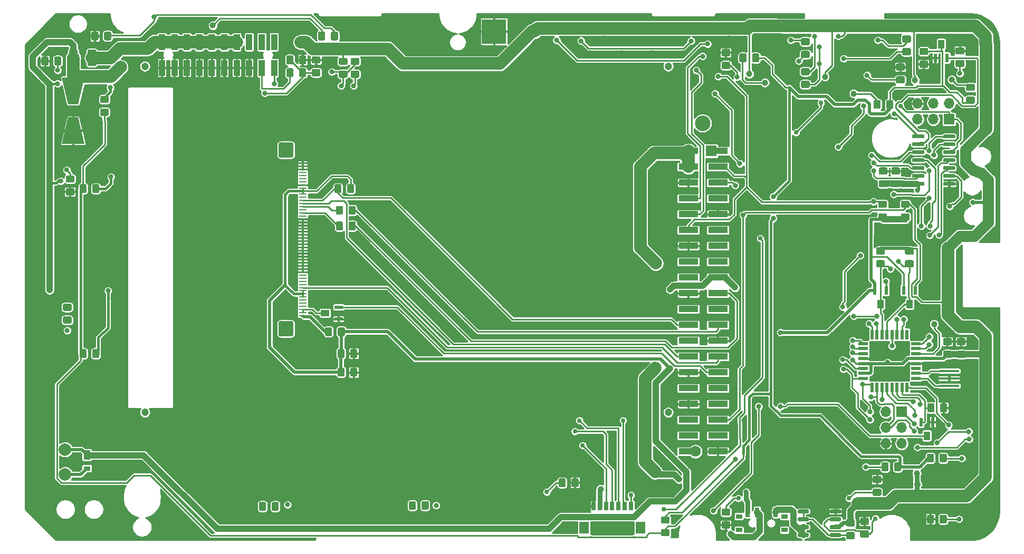
<source format=gbl>
G04 #@! TF.GenerationSoftware,KiCad,Pcbnew,(5.1.5)-3*
G04 #@! TF.CreationDate,2020-07-17T16:25:31-04:00*
G04 #@! TF.ProjectId,CPU,4350552e-6b69-4636-9164-5f7063625858,rev?*
G04 #@! TF.SameCoordinates,Original*
G04 #@! TF.FileFunction,Copper,L2,Bot*
G04 #@! TF.FilePolarity,Positive*
%FSLAX46Y46*%
G04 Gerber Fmt 4.6, Leading zero omitted, Abs format (unit mm)*
G04 Created by KiCad (PCBNEW (5.1.5)-3) date 2020-07-17 16:25:31*
%MOMM*%
%LPD*%
G04 APERTURE LIST*
%ADD10R,1.400000X1.000000*%
%ADD11R,1.400000X0.600000*%
%ADD12C,0.100000*%
%ADD13R,0.700000X1.350000*%
%ADD14R,1.500000X1.900000*%
%ADD15R,1.000000X2.580000*%
%ADD16R,1.100000X0.800000*%
%ADD17R,1.100000X1.500000*%
%ADD18R,3.150000X1.000000*%
%ADD19C,1.778000*%
%ADD20R,1.778000X1.778000*%
%ADD21R,3.200000X0.400000*%
%ADD22C,2.000000*%
%ADD23R,1.000000X1.400000*%
%ADD24R,0.600000X1.400000*%
%ADD25R,1.700000X1.700000*%
%ADD26O,1.700000X1.700000*%
%ADD27R,0.700000X1.500000*%
%ADD28R,1.000000X0.800000*%
%ADD29R,1.600000X0.550000*%
%ADD30R,0.550000X1.600000*%
%ADD31R,4.000000X4.000000*%
%ADD32R,1.200000X0.275000*%
%ADD33C,1.200000*%
%ADD34C,0.800000*%
%ADD35C,0.750000*%
%ADD36C,1.000000*%
%ADD37C,2.500000*%
%ADD38C,0.500000*%
%ADD39C,0.250000*%
%ADD40C,0.400000*%
%ADD41C,1.000000*%
%ADD42C,2.000000*%
%ADD43C,1.800000*%
%ADD44C,0.800000*%
%ADD45C,0.700000*%
%ADD46C,0.254000*%
G04 APERTURE END LIST*
D10*
X78900000Y-94000000D03*
D11*
X81100000Y-94950000D03*
X81100000Y-93050000D03*
G04 #@! TA.AperFunction,SMDPad,CuDef*
D12*
G36*
X81824505Y-99801204D02*
G01*
X81848773Y-99804804D01*
X81872572Y-99810765D01*
X81895671Y-99819030D01*
X81917850Y-99829520D01*
X81938893Y-99842132D01*
X81958599Y-99856747D01*
X81976777Y-99873223D01*
X81993253Y-99891401D01*
X82007868Y-99911107D01*
X82020480Y-99932150D01*
X82030970Y-99954329D01*
X82039235Y-99977428D01*
X82045196Y-100001227D01*
X82048796Y-100025495D01*
X82050000Y-100049999D01*
X82050000Y-100950001D01*
X82048796Y-100974505D01*
X82045196Y-100998773D01*
X82039235Y-101022572D01*
X82030970Y-101045671D01*
X82020480Y-101067850D01*
X82007868Y-101088893D01*
X81993253Y-101108599D01*
X81976777Y-101126777D01*
X81958599Y-101143253D01*
X81938893Y-101157868D01*
X81917850Y-101170480D01*
X81895671Y-101180970D01*
X81872572Y-101189235D01*
X81848773Y-101195196D01*
X81824505Y-101198796D01*
X81800001Y-101200000D01*
X81149999Y-101200000D01*
X81125495Y-101198796D01*
X81101227Y-101195196D01*
X81077428Y-101189235D01*
X81054329Y-101180970D01*
X81032150Y-101170480D01*
X81011107Y-101157868D01*
X80991401Y-101143253D01*
X80973223Y-101126777D01*
X80956747Y-101108599D01*
X80942132Y-101088893D01*
X80929520Y-101067850D01*
X80919030Y-101045671D01*
X80910765Y-101022572D01*
X80904804Y-100998773D01*
X80901204Y-100974505D01*
X80900000Y-100950001D01*
X80900000Y-100049999D01*
X80901204Y-100025495D01*
X80904804Y-100001227D01*
X80910765Y-99977428D01*
X80919030Y-99954329D01*
X80929520Y-99932150D01*
X80942132Y-99911107D01*
X80956747Y-99891401D01*
X80973223Y-99873223D01*
X80991401Y-99856747D01*
X81011107Y-99842132D01*
X81032150Y-99829520D01*
X81054329Y-99819030D01*
X81077428Y-99810765D01*
X81101227Y-99804804D01*
X81125495Y-99801204D01*
X81149999Y-99800000D01*
X81800001Y-99800000D01*
X81824505Y-99801204D01*
G37*
G04 #@! TD.AperFunction*
G04 #@! TA.AperFunction,SMDPad,CuDef*
G36*
X83874505Y-99801204D02*
G01*
X83898773Y-99804804D01*
X83922572Y-99810765D01*
X83945671Y-99819030D01*
X83967850Y-99829520D01*
X83988893Y-99842132D01*
X84008599Y-99856747D01*
X84026777Y-99873223D01*
X84043253Y-99891401D01*
X84057868Y-99911107D01*
X84070480Y-99932150D01*
X84080970Y-99954329D01*
X84089235Y-99977428D01*
X84095196Y-100001227D01*
X84098796Y-100025495D01*
X84100000Y-100049999D01*
X84100000Y-100950001D01*
X84098796Y-100974505D01*
X84095196Y-100998773D01*
X84089235Y-101022572D01*
X84080970Y-101045671D01*
X84070480Y-101067850D01*
X84057868Y-101088893D01*
X84043253Y-101108599D01*
X84026777Y-101126777D01*
X84008599Y-101143253D01*
X83988893Y-101157868D01*
X83967850Y-101170480D01*
X83945671Y-101180970D01*
X83922572Y-101189235D01*
X83898773Y-101195196D01*
X83874505Y-101198796D01*
X83850001Y-101200000D01*
X83199999Y-101200000D01*
X83175495Y-101198796D01*
X83151227Y-101195196D01*
X83127428Y-101189235D01*
X83104329Y-101180970D01*
X83082150Y-101170480D01*
X83061107Y-101157868D01*
X83041401Y-101143253D01*
X83023223Y-101126777D01*
X83006747Y-101108599D01*
X82992132Y-101088893D01*
X82979520Y-101067850D01*
X82969030Y-101045671D01*
X82960765Y-101022572D01*
X82954804Y-100998773D01*
X82951204Y-100974505D01*
X82950000Y-100950001D01*
X82950000Y-100049999D01*
X82951204Y-100025495D01*
X82954804Y-100001227D01*
X82960765Y-99977428D01*
X82969030Y-99954329D01*
X82979520Y-99932150D01*
X82992132Y-99911107D01*
X83006747Y-99891401D01*
X83023223Y-99873223D01*
X83041401Y-99856747D01*
X83061107Y-99842132D01*
X83082150Y-99829520D01*
X83104329Y-99819030D01*
X83127428Y-99810765D01*
X83151227Y-99804804D01*
X83175495Y-99801204D01*
X83199999Y-99800000D01*
X83850001Y-99800000D01*
X83874505Y-99801204D01*
G37*
G04 #@! TD.AperFunction*
G04 #@! TA.AperFunction,SMDPad,CuDef*
G36*
X83624505Y-76801204D02*
G01*
X83648773Y-76804804D01*
X83672572Y-76810765D01*
X83695671Y-76819030D01*
X83717850Y-76829520D01*
X83738893Y-76842132D01*
X83758599Y-76856747D01*
X83776777Y-76873223D01*
X83793253Y-76891401D01*
X83807868Y-76911107D01*
X83820480Y-76932150D01*
X83830970Y-76954329D01*
X83839235Y-76977428D01*
X83845196Y-77001227D01*
X83848796Y-77025495D01*
X83850000Y-77049999D01*
X83850000Y-77950001D01*
X83848796Y-77974505D01*
X83845196Y-77998773D01*
X83839235Y-78022572D01*
X83830970Y-78045671D01*
X83820480Y-78067850D01*
X83807868Y-78088893D01*
X83793253Y-78108599D01*
X83776777Y-78126777D01*
X83758599Y-78143253D01*
X83738893Y-78157868D01*
X83717850Y-78170480D01*
X83695671Y-78180970D01*
X83672572Y-78189235D01*
X83648773Y-78195196D01*
X83624505Y-78198796D01*
X83600001Y-78200000D01*
X82949999Y-78200000D01*
X82925495Y-78198796D01*
X82901227Y-78195196D01*
X82877428Y-78189235D01*
X82854329Y-78180970D01*
X82832150Y-78170480D01*
X82811107Y-78157868D01*
X82791401Y-78143253D01*
X82773223Y-78126777D01*
X82756747Y-78108599D01*
X82742132Y-78088893D01*
X82729520Y-78067850D01*
X82719030Y-78045671D01*
X82710765Y-78022572D01*
X82704804Y-77998773D01*
X82701204Y-77974505D01*
X82700000Y-77950001D01*
X82700000Y-77049999D01*
X82701204Y-77025495D01*
X82704804Y-77001227D01*
X82710765Y-76977428D01*
X82719030Y-76954329D01*
X82729520Y-76932150D01*
X82742132Y-76911107D01*
X82756747Y-76891401D01*
X82773223Y-76873223D01*
X82791401Y-76856747D01*
X82811107Y-76842132D01*
X82832150Y-76829520D01*
X82854329Y-76819030D01*
X82877428Y-76810765D01*
X82901227Y-76804804D01*
X82925495Y-76801204D01*
X82949999Y-76800000D01*
X83600001Y-76800000D01*
X83624505Y-76801204D01*
G37*
G04 #@! TD.AperFunction*
G04 #@! TA.AperFunction,SMDPad,CuDef*
G36*
X81574505Y-76801204D02*
G01*
X81598773Y-76804804D01*
X81622572Y-76810765D01*
X81645671Y-76819030D01*
X81667850Y-76829520D01*
X81688893Y-76842132D01*
X81708599Y-76856747D01*
X81726777Y-76873223D01*
X81743253Y-76891401D01*
X81757868Y-76911107D01*
X81770480Y-76932150D01*
X81780970Y-76954329D01*
X81789235Y-76977428D01*
X81795196Y-77001227D01*
X81798796Y-77025495D01*
X81800000Y-77049999D01*
X81800000Y-77950001D01*
X81798796Y-77974505D01*
X81795196Y-77998773D01*
X81789235Y-78022572D01*
X81780970Y-78045671D01*
X81770480Y-78067850D01*
X81757868Y-78088893D01*
X81743253Y-78108599D01*
X81726777Y-78126777D01*
X81708599Y-78143253D01*
X81688893Y-78157868D01*
X81667850Y-78170480D01*
X81645671Y-78180970D01*
X81622572Y-78189235D01*
X81598773Y-78195196D01*
X81574505Y-78198796D01*
X81550001Y-78200000D01*
X80899999Y-78200000D01*
X80875495Y-78198796D01*
X80851227Y-78195196D01*
X80827428Y-78189235D01*
X80804329Y-78180970D01*
X80782150Y-78170480D01*
X80761107Y-78157868D01*
X80741401Y-78143253D01*
X80723223Y-78126777D01*
X80706747Y-78108599D01*
X80692132Y-78088893D01*
X80679520Y-78067850D01*
X80669030Y-78045671D01*
X80660765Y-78022572D01*
X80654804Y-77998773D01*
X80651204Y-77974505D01*
X80650000Y-77950001D01*
X80650000Y-77049999D01*
X80651204Y-77025495D01*
X80654804Y-77001227D01*
X80660765Y-76977428D01*
X80669030Y-76954329D01*
X80679520Y-76932150D01*
X80692132Y-76911107D01*
X80706747Y-76891401D01*
X80723223Y-76873223D01*
X80741401Y-76856747D01*
X80761107Y-76842132D01*
X80782150Y-76829520D01*
X80804329Y-76819030D01*
X80827428Y-76810765D01*
X80851227Y-76804804D01*
X80875495Y-76801204D01*
X80899999Y-76800000D01*
X81550001Y-76800000D01*
X81574505Y-76801204D01*
G37*
G04 #@! TD.AperFunction*
G04 #@! TA.AperFunction,SMDPad,CuDef*
G36*
X143724505Y-127451204D02*
G01*
X143748773Y-127454804D01*
X143772572Y-127460765D01*
X143795671Y-127469030D01*
X143817850Y-127479520D01*
X143838893Y-127492132D01*
X143858599Y-127506747D01*
X143876777Y-127523223D01*
X143893253Y-127541401D01*
X143907868Y-127561107D01*
X143920480Y-127582150D01*
X143930970Y-127604329D01*
X143939235Y-127627428D01*
X143945196Y-127651227D01*
X143948796Y-127675495D01*
X143950000Y-127699999D01*
X143950000Y-128350001D01*
X143948796Y-128374505D01*
X143945196Y-128398773D01*
X143939235Y-128422572D01*
X143930970Y-128445671D01*
X143920480Y-128467850D01*
X143907868Y-128488893D01*
X143893253Y-128508599D01*
X143876777Y-128526777D01*
X143858599Y-128543253D01*
X143838893Y-128557868D01*
X143817850Y-128570480D01*
X143795671Y-128580970D01*
X143772572Y-128589235D01*
X143748773Y-128595196D01*
X143724505Y-128598796D01*
X143700001Y-128600000D01*
X142799999Y-128600000D01*
X142775495Y-128598796D01*
X142751227Y-128595196D01*
X142727428Y-128589235D01*
X142704329Y-128580970D01*
X142682150Y-128570480D01*
X142661107Y-128557868D01*
X142641401Y-128543253D01*
X142623223Y-128526777D01*
X142606747Y-128508599D01*
X142592132Y-128488893D01*
X142579520Y-128467850D01*
X142569030Y-128445671D01*
X142560765Y-128422572D01*
X142554804Y-128398773D01*
X142551204Y-128374505D01*
X142550000Y-128350001D01*
X142550000Y-127699999D01*
X142551204Y-127675495D01*
X142554804Y-127651227D01*
X142560765Y-127627428D01*
X142569030Y-127604329D01*
X142579520Y-127582150D01*
X142592132Y-127561107D01*
X142606747Y-127541401D01*
X142623223Y-127523223D01*
X142641401Y-127506747D01*
X142661107Y-127492132D01*
X142682150Y-127479520D01*
X142704329Y-127469030D01*
X142727428Y-127460765D01*
X142751227Y-127454804D01*
X142775495Y-127451204D01*
X142799999Y-127450000D01*
X143700001Y-127450000D01*
X143724505Y-127451204D01*
G37*
G04 #@! TD.AperFunction*
G04 #@! TA.AperFunction,SMDPad,CuDef*
G36*
X143724505Y-125401204D02*
G01*
X143748773Y-125404804D01*
X143772572Y-125410765D01*
X143795671Y-125419030D01*
X143817850Y-125429520D01*
X143838893Y-125442132D01*
X143858599Y-125456747D01*
X143876777Y-125473223D01*
X143893253Y-125491401D01*
X143907868Y-125511107D01*
X143920480Y-125532150D01*
X143930970Y-125554329D01*
X143939235Y-125577428D01*
X143945196Y-125601227D01*
X143948796Y-125625495D01*
X143950000Y-125649999D01*
X143950000Y-126300001D01*
X143948796Y-126324505D01*
X143945196Y-126348773D01*
X143939235Y-126372572D01*
X143930970Y-126395671D01*
X143920480Y-126417850D01*
X143907868Y-126438893D01*
X143893253Y-126458599D01*
X143876777Y-126476777D01*
X143858599Y-126493253D01*
X143838893Y-126507868D01*
X143817850Y-126520480D01*
X143795671Y-126530970D01*
X143772572Y-126539235D01*
X143748773Y-126545196D01*
X143724505Y-126548796D01*
X143700001Y-126550000D01*
X142799999Y-126550000D01*
X142775495Y-126548796D01*
X142751227Y-126545196D01*
X142727428Y-126539235D01*
X142704329Y-126530970D01*
X142682150Y-126520480D01*
X142661107Y-126507868D01*
X142641401Y-126493253D01*
X142623223Y-126476777D01*
X142606747Y-126458599D01*
X142592132Y-126438893D01*
X142579520Y-126417850D01*
X142569030Y-126395671D01*
X142560765Y-126372572D01*
X142554804Y-126348773D01*
X142551204Y-126324505D01*
X142550000Y-126300001D01*
X142550000Y-125649999D01*
X142551204Y-125625495D01*
X142554804Y-125601227D01*
X142560765Y-125577428D01*
X142569030Y-125554329D01*
X142579520Y-125532150D01*
X142592132Y-125511107D01*
X142606747Y-125491401D01*
X142623223Y-125473223D01*
X142641401Y-125456747D01*
X142661107Y-125442132D01*
X142682150Y-125429520D01*
X142704329Y-125419030D01*
X142727428Y-125410765D01*
X142751227Y-125404804D01*
X142775495Y-125401204D01*
X142799999Y-125400000D01*
X143700001Y-125400000D01*
X143724505Y-125401204D01*
G37*
G04 #@! TD.AperFunction*
D13*
X125000000Y-125000000D03*
X124000000Y-125000000D03*
X123000000Y-125000000D03*
X122000000Y-125000000D03*
D14*
X129500000Y-128475000D03*
X120500000Y-128475000D03*
D13*
X126000000Y-125000000D03*
X127000000Y-125000000D03*
X128000000Y-125000000D03*
D15*
X52740000Y-50462520D03*
X52740000Y-54632520D03*
X54740000Y-50462520D03*
X54740000Y-54632520D03*
X56740000Y-50462520D03*
X56740000Y-54632520D03*
X58740000Y-50462520D03*
X58740000Y-54632520D03*
X60740000Y-50462520D03*
X60740000Y-54632520D03*
X62740000Y-50462520D03*
X62740000Y-54632520D03*
X64740000Y-50462520D03*
X64740000Y-54632520D03*
X66740000Y-50462520D03*
X66740000Y-54632520D03*
X68740000Y-50462520D03*
X68740000Y-54632520D03*
X70740000Y-50462520D03*
X70740000Y-54632520D03*
D16*
X40700000Y-118960000D03*
D17*
X40700000Y-116786000D03*
G04 #@! TA.AperFunction,SMDPad,CuDef*
D12*
G36*
X71274505Y-124351204D02*
G01*
X71298773Y-124354804D01*
X71322572Y-124360765D01*
X71345671Y-124369030D01*
X71367850Y-124379520D01*
X71388893Y-124392132D01*
X71408599Y-124406747D01*
X71426777Y-124423223D01*
X71443253Y-124441401D01*
X71457868Y-124461107D01*
X71470480Y-124482150D01*
X71480970Y-124504329D01*
X71489235Y-124527428D01*
X71495196Y-124551227D01*
X71498796Y-124575495D01*
X71500000Y-124599999D01*
X71500000Y-125500001D01*
X71498796Y-125524505D01*
X71495196Y-125548773D01*
X71489235Y-125572572D01*
X71480970Y-125595671D01*
X71470480Y-125617850D01*
X71457868Y-125638893D01*
X71443253Y-125658599D01*
X71426777Y-125676777D01*
X71408599Y-125693253D01*
X71388893Y-125707868D01*
X71367850Y-125720480D01*
X71345671Y-125730970D01*
X71322572Y-125739235D01*
X71298773Y-125745196D01*
X71274505Y-125748796D01*
X71250001Y-125750000D01*
X70599999Y-125750000D01*
X70575495Y-125748796D01*
X70551227Y-125745196D01*
X70527428Y-125739235D01*
X70504329Y-125730970D01*
X70482150Y-125720480D01*
X70461107Y-125707868D01*
X70441401Y-125693253D01*
X70423223Y-125676777D01*
X70406747Y-125658599D01*
X70392132Y-125638893D01*
X70379520Y-125617850D01*
X70369030Y-125595671D01*
X70360765Y-125572572D01*
X70354804Y-125548773D01*
X70351204Y-125524505D01*
X70350000Y-125500001D01*
X70350000Y-124599999D01*
X70351204Y-124575495D01*
X70354804Y-124551227D01*
X70360765Y-124527428D01*
X70369030Y-124504329D01*
X70379520Y-124482150D01*
X70392132Y-124461107D01*
X70406747Y-124441401D01*
X70423223Y-124423223D01*
X70441401Y-124406747D01*
X70461107Y-124392132D01*
X70482150Y-124379520D01*
X70504329Y-124369030D01*
X70527428Y-124360765D01*
X70551227Y-124354804D01*
X70575495Y-124351204D01*
X70599999Y-124350000D01*
X71250001Y-124350000D01*
X71274505Y-124351204D01*
G37*
G04 #@! TD.AperFunction*
G04 #@! TA.AperFunction,SMDPad,CuDef*
G36*
X69224505Y-124351204D02*
G01*
X69248773Y-124354804D01*
X69272572Y-124360765D01*
X69295671Y-124369030D01*
X69317850Y-124379520D01*
X69338893Y-124392132D01*
X69358599Y-124406747D01*
X69376777Y-124423223D01*
X69393253Y-124441401D01*
X69407868Y-124461107D01*
X69420480Y-124482150D01*
X69430970Y-124504329D01*
X69439235Y-124527428D01*
X69445196Y-124551227D01*
X69448796Y-124575495D01*
X69450000Y-124599999D01*
X69450000Y-125500001D01*
X69448796Y-125524505D01*
X69445196Y-125548773D01*
X69439235Y-125572572D01*
X69430970Y-125595671D01*
X69420480Y-125617850D01*
X69407868Y-125638893D01*
X69393253Y-125658599D01*
X69376777Y-125676777D01*
X69358599Y-125693253D01*
X69338893Y-125707868D01*
X69317850Y-125720480D01*
X69295671Y-125730970D01*
X69272572Y-125739235D01*
X69248773Y-125745196D01*
X69224505Y-125748796D01*
X69200001Y-125750000D01*
X68549999Y-125750000D01*
X68525495Y-125748796D01*
X68501227Y-125745196D01*
X68477428Y-125739235D01*
X68454329Y-125730970D01*
X68432150Y-125720480D01*
X68411107Y-125707868D01*
X68391401Y-125693253D01*
X68373223Y-125676777D01*
X68356747Y-125658599D01*
X68342132Y-125638893D01*
X68329520Y-125617850D01*
X68319030Y-125595671D01*
X68310765Y-125572572D01*
X68304804Y-125548773D01*
X68301204Y-125524505D01*
X68300000Y-125500001D01*
X68300000Y-124599999D01*
X68301204Y-124575495D01*
X68304804Y-124551227D01*
X68310765Y-124527428D01*
X68319030Y-124504329D01*
X68329520Y-124482150D01*
X68342132Y-124461107D01*
X68356747Y-124441401D01*
X68373223Y-124423223D01*
X68391401Y-124406747D01*
X68411107Y-124392132D01*
X68432150Y-124379520D01*
X68454329Y-124369030D01*
X68477428Y-124360765D01*
X68501227Y-124354804D01*
X68525495Y-124351204D01*
X68549999Y-124350000D01*
X69200001Y-124350000D01*
X69224505Y-124351204D01*
G37*
G04 #@! TD.AperFunction*
D18*
X141970000Y-67970000D03*
D19*
X138330000Y-116230000D03*
D18*
X137230000Y-67970000D03*
X141970000Y-70510000D03*
X137230000Y-70510000D03*
X141970000Y-73050000D03*
X137230000Y-73050000D03*
X141970000Y-75590000D03*
X137230000Y-75590000D03*
X141970000Y-78130000D03*
X137230000Y-78130000D03*
X141970000Y-80670000D03*
X137230000Y-80670000D03*
X141970000Y-83210000D03*
X137230000Y-83210000D03*
X141970000Y-85750000D03*
X137230000Y-85750000D03*
X141970000Y-88290000D03*
X137230000Y-88290000D03*
X141970000Y-90830000D03*
X137230000Y-90830000D03*
X141970000Y-93370000D03*
X137230000Y-93370000D03*
X141970000Y-95910000D03*
X137230000Y-95910000D03*
X141970000Y-98450000D03*
X137230000Y-98450000D03*
X141970000Y-100990000D03*
X137230000Y-100990000D03*
X141970000Y-103530000D03*
X137230000Y-103530000D03*
X141970000Y-106070000D03*
X137230000Y-106070000D03*
X141970000Y-108610000D03*
X137230000Y-108610000D03*
X141970000Y-111150000D03*
X137230000Y-111150000D03*
X141970000Y-113690000D03*
X137230000Y-113690000D03*
X141970000Y-116230000D03*
X137230000Y-116230000D03*
D20*
X140870000Y-67970000D03*
D21*
X179070000Y-103300000D03*
X179070000Y-104500000D03*
X179070000Y-105700000D03*
G04 #@! TA.AperFunction,SMDPad,CuDef*
D12*
G36*
X161564703Y-125545722D02*
G01*
X161579264Y-125547882D01*
X161593543Y-125551459D01*
X161607403Y-125556418D01*
X161620710Y-125562712D01*
X161633336Y-125570280D01*
X161645159Y-125579048D01*
X161656066Y-125588934D01*
X161665952Y-125599841D01*
X161674720Y-125611664D01*
X161682288Y-125624290D01*
X161688582Y-125637597D01*
X161693541Y-125651457D01*
X161697118Y-125665736D01*
X161699278Y-125680297D01*
X161700000Y-125695000D01*
X161700000Y-125995000D01*
X161699278Y-126009703D01*
X161697118Y-126024264D01*
X161693541Y-126038543D01*
X161688582Y-126052403D01*
X161682288Y-126065710D01*
X161674720Y-126078336D01*
X161665952Y-126090159D01*
X161656066Y-126101066D01*
X161645159Y-126110952D01*
X161633336Y-126119720D01*
X161620710Y-126127288D01*
X161607403Y-126133582D01*
X161593543Y-126138541D01*
X161579264Y-126142118D01*
X161564703Y-126144278D01*
X161550000Y-126145000D01*
X160100000Y-126145000D01*
X160085297Y-126144278D01*
X160070736Y-126142118D01*
X160056457Y-126138541D01*
X160042597Y-126133582D01*
X160029290Y-126127288D01*
X160016664Y-126119720D01*
X160004841Y-126110952D01*
X159993934Y-126101066D01*
X159984048Y-126090159D01*
X159975280Y-126078336D01*
X159967712Y-126065710D01*
X159961418Y-126052403D01*
X159956459Y-126038543D01*
X159952882Y-126024264D01*
X159950722Y-126009703D01*
X159950000Y-125995000D01*
X159950000Y-125695000D01*
X159950722Y-125680297D01*
X159952882Y-125665736D01*
X159956459Y-125651457D01*
X159961418Y-125637597D01*
X159967712Y-125624290D01*
X159975280Y-125611664D01*
X159984048Y-125599841D01*
X159993934Y-125588934D01*
X160004841Y-125579048D01*
X160016664Y-125570280D01*
X160029290Y-125562712D01*
X160042597Y-125556418D01*
X160056457Y-125551459D01*
X160070736Y-125547882D01*
X160085297Y-125545722D01*
X160100000Y-125545000D01*
X161550000Y-125545000D01*
X161564703Y-125545722D01*
G37*
G04 #@! TD.AperFunction*
G04 #@! TA.AperFunction,SMDPad,CuDef*
G36*
X161564703Y-126815722D02*
G01*
X161579264Y-126817882D01*
X161593543Y-126821459D01*
X161607403Y-126826418D01*
X161620710Y-126832712D01*
X161633336Y-126840280D01*
X161645159Y-126849048D01*
X161656066Y-126858934D01*
X161665952Y-126869841D01*
X161674720Y-126881664D01*
X161682288Y-126894290D01*
X161688582Y-126907597D01*
X161693541Y-126921457D01*
X161697118Y-126935736D01*
X161699278Y-126950297D01*
X161700000Y-126965000D01*
X161700000Y-127265000D01*
X161699278Y-127279703D01*
X161697118Y-127294264D01*
X161693541Y-127308543D01*
X161688582Y-127322403D01*
X161682288Y-127335710D01*
X161674720Y-127348336D01*
X161665952Y-127360159D01*
X161656066Y-127371066D01*
X161645159Y-127380952D01*
X161633336Y-127389720D01*
X161620710Y-127397288D01*
X161607403Y-127403582D01*
X161593543Y-127408541D01*
X161579264Y-127412118D01*
X161564703Y-127414278D01*
X161550000Y-127415000D01*
X160100000Y-127415000D01*
X160085297Y-127414278D01*
X160070736Y-127412118D01*
X160056457Y-127408541D01*
X160042597Y-127403582D01*
X160029290Y-127397288D01*
X160016664Y-127389720D01*
X160004841Y-127380952D01*
X159993934Y-127371066D01*
X159984048Y-127360159D01*
X159975280Y-127348336D01*
X159967712Y-127335710D01*
X159961418Y-127322403D01*
X159956459Y-127308543D01*
X159952882Y-127294264D01*
X159950722Y-127279703D01*
X159950000Y-127265000D01*
X159950000Y-126965000D01*
X159950722Y-126950297D01*
X159952882Y-126935736D01*
X159956459Y-126921457D01*
X159961418Y-126907597D01*
X159967712Y-126894290D01*
X159975280Y-126881664D01*
X159984048Y-126869841D01*
X159993934Y-126858934D01*
X160004841Y-126849048D01*
X160016664Y-126840280D01*
X160029290Y-126832712D01*
X160042597Y-126826418D01*
X160056457Y-126821459D01*
X160070736Y-126817882D01*
X160085297Y-126815722D01*
X160100000Y-126815000D01*
X161550000Y-126815000D01*
X161564703Y-126815722D01*
G37*
G04 #@! TD.AperFunction*
G04 #@! TA.AperFunction,SMDPad,CuDef*
G36*
X161564703Y-128085722D02*
G01*
X161579264Y-128087882D01*
X161593543Y-128091459D01*
X161607403Y-128096418D01*
X161620710Y-128102712D01*
X161633336Y-128110280D01*
X161645159Y-128119048D01*
X161656066Y-128128934D01*
X161665952Y-128139841D01*
X161674720Y-128151664D01*
X161682288Y-128164290D01*
X161688582Y-128177597D01*
X161693541Y-128191457D01*
X161697118Y-128205736D01*
X161699278Y-128220297D01*
X161700000Y-128235000D01*
X161700000Y-128535000D01*
X161699278Y-128549703D01*
X161697118Y-128564264D01*
X161693541Y-128578543D01*
X161688582Y-128592403D01*
X161682288Y-128605710D01*
X161674720Y-128618336D01*
X161665952Y-128630159D01*
X161656066Y-128641066D01*
X161645159Y-128650952D01*
X161633336Y-128659720D01*
X161620710Y-128667288D01*
X161607403Y-128673582D01*
X161593543Y-128678541D01*
X161579264Y-128682118D01*
X161564703Y-128684278D01*
X161550000Y-128685000D01*
X160100000Y-128685000D01*
X160085297Y-128684278D01*
X160070736Y-128682118D01*
X160056457Y-128678541D01*
X160042597Y-128673582D01*
X160029290Y-128667288D01*
X160016664Y-128659720D01*
X160004841Y-128650952D01*
X159993934Y-128641066D01*
X159984048Y-128630159D01*
X159975280Y-128618336D01*
X159967712Y-128605710D01*
X159961418Y-128592403D01*
X159956459Y-128578543D01*
X159952882Y-128564264D01*
X159950722Y-128549703D01*
X159950000Y-128535000D01*
X159950000Y-128235000D01*
X159950722Y-128220297D01*
X159952882Y-128205736D01*
X159956459Y-128191457D01*
X159961418Y-128177597D01*
X159967712Y-128164290D01*
X159975280Y-128151664D01*
X159984048Y-128139841D01*
X159993934Y-128128934D01*
X160004841Y-128119048D01*
X160016664Y-128110280D01*
X160029290Y-128102712D01*
X160042597Y-128096418D01*
X160056457Y-128091459D01*
X160070736Y-128087882D01*
X160085297Y-128085722D01*
X160100000Y-128085000D01*
X161550000Y-128085000D01*
X161564703Y-128085722D01*
G37*
G04 #@! TD.AperFunction*
G04 #@! TA.AperFunction,SMDPad,CuDef*
G36*
X161564703Y-129355722D02*
G01*
X161579264Y-129357882D01*
X161593543Y-129361459D01*
X161607403Y-129366418D01*
X161620710Y-129372712D01*
X161633336Y-129380280D01*
X161645159Y-129389048D01*
X161656066Y-129398934D01*
X161665952Y-129409841D01*
X161674720Y-129421664D01*
X161682288Y-129434290D01*
X161688582Y-129447597D01*
X161693541Y-129461457D01*
X161697118Y-129475736D01*
X161699278Y-129490297D01*
X161700000Y-129505000D01*
X161700000Y-129805000D01*
X161699278Y-129819703D01*
X161697118Y-129834264D01*
X161693541Y-129848543D01*
X161688582Y-129862403D01*
X161682288Y-129875710D01*
X161674720Y-129888336D01*
X161665952Y-129900159D01*
X161656066Y-129911066D01*
X161645159Y-129920952D01*
X161633336Y-129929720D01*
X161620710Y-129937288D01*
X161607403Y-129943582D01*
X161593543Y-129948541D01*
X161579264Y-129952118D01*
X161564703Y-129954278D01*
X161550000Y-129955000D01*
X160100000Y-129955000D01*
X160085297Y-129954278D01*
X160070736Y-129952118D01*
X160056457Y-129948541D01*
X160042597Y-129943582D01*
X160029290Y-129937288D01*
X160016664Y-129929720D01*
X160004841Y-129920952D01*
X159993934Y-129911066D01*
X159984048Y-129900159D01*
X159975280Y-129888336D01*
X159967712Y-129875710D01*
X159961418Y-129862403D01*
X159956459Y-129848543D01*
X159952882Y-129834264D01*
X159950722Y-129819703D01*
X159950000Y-129805000D01*
X159950000Y-129505000D01*
X159950722Y-129490297D01*
X159952882Y-129475736D01*
X159956459Y-129461457D01*
X159961418Y-129447597D01*
X159967712Y-129434290D01*
X159975280Y-129421664D01*
X159984048Y-129409841D01*
X159993934Y-129398934D01*
X160004841Y-129389048D01*
X160016664Y-129380280D01*
X160029290Y-129372712D01*
X160042597Y-129366418D01*
X160056457Y-129361459D01*
X160070736Y-129357882D01*
X160085297Y-129355722D01*
X160100000Y-129355000D01*
X161550000Y-129355000D01*
X161564703Y-129355722D01*
G37*
G04 #@! TD.AperFunction*
G04 #@! TA.AperFunction,SMDPad,CuDef*
G36*
X156414703Y-129355722D02*
G01*
X156429264Y-129357882D01*
X156443543Y-129361459D01*
X156457403Y-129366418D01*
X156470710Y-129372712D01*
X156483336Y-129380280D01*
X156495159Y-129389048D01*
X156506066Y-129398934D01*
X156515952Y-129409841D01*
X156524720Y-129421664D01*
X156532288Y-129434290D01*
X156538582Y-129447597D01*
X156543541Y-129461457D01*
X156547118Y-129475736D01*
X156549278Y-129490297D01*
X156550000Y-129505000D01*
X156550000Y-129805000D01*
X156549278Y-129819703D01*
X156547118Y-129834264D01*
X156543541Y-129848543D01*
X156538582Y-129862403D01*
X156532288Y-129875710D01*
X156524720Y-129888336D01*
X156515952Y-129900159D01*
X156506066Y-129911066D01*
X156495159Y-129920952D01*
X156483336Y-129929720D01*
X156470710Y-129937288D01*
X156457403Y-129943582D01*
X156443543Y-129948541D01*
X156429264Y-129952118D01*
X156414703Y-129954278D01*
X156400000Y-129955000D01*
X154950000Y-129955000D01*
X154935297Y-129954278D01*
X154920736Y-129952118D01*
X154906457Y-129948541D01*
X154892597Y-129943582D01*
X154879290Y-129937288D01*
X154866664Y-129929720D01*
X154854841Y-129920952D01*
X154843934Y-129911066D01*
X154834048Y-129900159D01*
X154825280Y-129888336D01*
X154817712Y-129875710D01*
X154811418Y-129862403D01*
X154806459Y-129848543D01*
X154802882Y-129834264D01*
X154800722Y-129819703D01*
X154800000Y-129805000D01*
X154800000Y-129505000D01*
X154800722Y-129490297D01*
X154802882Y-129475736D01*
X154806459Y-129461457D01*
X154811418Y-129447597D01*
X154817712Y-129434290D01*
X154825280Y-129421664D01*
X154834048Y-129409841D01*
X154843934Y-129398934D01*
X154854841Y-129389048D01*
X154866664Y-129380280D01*
X154879290Y-129372712D01*
X154892597Y-129366418D01*
X154906457Y-129361459D01*
X154920736Y-129357882D01*
X154935297Y-129355722D01*
X154950000Y-129355000D01*
X156400000Y-129355000D01*
X156414703Y-129355722D01*
G37*
G04 #@! TD.AperFunction*
G04 #@! TA.AperFunction,SMDPad,CuDef*
G36*
X156414703Y-128085722D02*
G01*
X156429264Y-128087882D01*
X156443543Y-128091459D01*
X156457403Y-128096418D01*
X156470710Y-128102712D01*
X156483336Y-128110280D01*
X156495159Y-128119048D01*
X156506066Y-128128934D01*
X156515952Y-128139841D01*
X156524720Y-128151664D01*
X156532288Y-128164290D01*
X156538582Y-128177597D01*
X156543541Y-128191457D01*
X156547118Y-128205736D01*
X156549278Y-128220297D01*
X156550000Y-128235000D01*
X156550000Y-128535000D01*
X156549278Y-128549703D01*
X156547118Y-128564264D01*
X156543541Y-128578543D01*
X156538582Y-128592403D01*
X156532288Y-128605710D01*
X156524720Y-128618336D01*
X156515952Y-128630159D01*
X156506066Y-128641066D01*
X156495159Y-128650952D01*
X156483336Y-128659720D01*
X156470710Y-128667288D01*
X156457403Y-128673582D01*
X156443543Y-128678541D01*
X156429264Y-128682118D01*
X156414703Y-128684278D01*
X156400000Y-128685000D01*
X154950000Y-128685000D01*
X154935297Y-128684278D01*
X154920736Y-128682118D01*
X154906457Y-128678541D01*
X154892597Y-128673582D01*
X154879290Y-128667288D01*
X154866664Y-128659720D01*
X154854841Y-128650952D01*
X154843934Y-128641066D01*
X154834048Y-128630159D01*
X154825280Y-128618336D01*
X154817712Y-128605710D01*
X154811418Y-128592403D01*
X154806459Y-128578543D01*
X154802882Y-128564264D01*
X154800722Y-128549703D01*
X154800000Y-128535000D01*
X154800000Y-128235000D01*
X154800722Y-128220297D01*
X154802882Y-128205736D01*
X154806459Y-128191457D01*
X154811418Y-128177597D01*
X154817712Y-128164290D01*
X154825280Y-128151664D01*
X154834048Y-128139841D01*
X154843934Y-128128934D01*
X154854841Y-128119048D01*
X154866664Y-128110280D01*
X154879290Y-128102712D01*
X154892597Y-128096418D01*
X154906457Y-128091459D01*
X154920736Y-128087882D01*
X154935297Y-128085722D01*
X154950000Y-128085000D01*
X156400000Y-128085000D01*
X156414703Y-128085722D01*
G37*
G04 #@! TD.AperFunction*
G04 #@! TA.AperFunction,SMDPad,CuDef*
G36*
X156414703Y-126815722D02*
G01*
X156429264Y-126817882D01*
X156443543Y-126821459D01*
X156457403Y-126826418D01*
X156470710Y-126832712D01*
X156483336Y-126840280D01*
X156495159Y-126849048D01*
X156506066Y-126858934D01*
X156515952Y-126869841D01*
X156524720Y-126881664D01*
X156532288Y-126894290D01*
X156538582Y-126907597D01*
X156543541Y-126921457D01*
X156547118Y-126935736D01*
X156549278Y-126950297D01*
X156550000Y-126965000D01*
X156550000Y-127265000D01*
X156549278Y-127279703D01*
X156547118Y-127294264D01*
X156543541Y-127308543D01*
X156538582Y-127322403D01*
X156532288Y-127335710D01*
X156524720Y-127348336D01*
X156515952Y-127360159D01*
X156506066Y-127371066D01*
X156495159Y-127380952D01*
X156483336Y-127389720D01*
X156470710Y-127397288D01*
X156457403Y-127403582D01*
X156443543Y-127408541D01*
X156429264Y-127412118D01*
X156414703Y-127414278D01*
X156400000Y-127415000D01*
X154950000Y-127415000D01*
X154935297Y-127414278D01*
X154920736Y-127412118D01*
X154906457Y-127408541D01*
X154892597Y-127403582D01*
X154879290Y-127397288D01*
X154866664Y-127389720D01*
X154854841Y-127380952D01*
X154843934Y-127371066D01*
X154834048Y-127360159D01*
X154825280Y-127348336D01*
X154817712Y-127335710D01*
X154811418Y-127322403D01*
X154806459Y-127308543D01*
X154802882Y-127294264D01*
X154800722Y-127279703D01*
X154800000Y-127265000D01*
X154800000Y-126965000D01*
X154800722Y-126950297D01*
X154802882Y-126935736D01*
X154806459Y-126921457D01*
X154811418Y-126907597D01*
X154817712Y-126894290D01*
X154825280Y-126881664D01*
X154834048Y-126869841D01*
X154843934Y-126858934D01*
X154854841Y-126849048D01*
X154866664Y-126840280D01*
X154879290Y-126832712D01*
X154892597Y-126826418D01*
X154906457Y-126821459D01*
X154920736Y-126817882D01*
X154935297Y-126815722D01*
X154950000Y-126815000D01*
X156400000Y-126815000D01*
X156414703Y-126815722D01*
G37*
G04 #@! TD.AperFunction*
G04 #@! TA.AperFunction,SMDPad,CuDef*
G36*
X156414703Y-125545722D02*
G01*
X156429264Y-125547882D01*
X156443543Y-125551459D01*
X156457403Y-125556418D01*
X156470710Y-125562712D01*
X156483336Y-125570280D01*
X156495159Y-125579048D01*
X156506066Y-125588934D01*
X156515952Y-125599841D01*
X156524720Y-125611664D01*
X156532288Y-125624290D01*
X156538582Y-125637597D01*
X156543541Y-125651457D01*
X156547118Y-125665736D01*
X156549278Y-125680297D01*
X156550000Y-125695000D01*
X156550000Y-125995000D01*
X156549278Y-126009703D01*
X156547118Y-126024264D01*
X156543541Y-126038543D01*
X156538582Y-126052403D01*
X156532288Y-126065710D01*
X156524720Y-126078336D01*
X156515952Y-126090159D01*
X156506066Y-126101066D01*
X156495159Y-126110952D01*
X156483336Y-126119720D01*
X156470710Y-126127288D01*
X156457403Y-126133582D01*
X156443543Y-126138541D01*
X156429264Y-126142118D01*
X156414703Y-126144278D01*
X156400000Y-126145000D01*
X154950000Y-126145000D01*
X154935297Y-126144278D01*
X154920736Y-126142118D01*
X154906457Y-126138541D01*
X154892597Y-126133582D01*
X154879290Y-126127288D01*
X154866664Y-126119720D01*
X154854841Y-126110952D01*
X154843934Y-126101066D01*
X154834048Y-126090159D01*
X154825280Y-126078336D01*
X154817712Y-126065710D01*
X154811418Y-126052403D01*
X154806459Y-126038543D01*
X154802882Y-126024264D01*
X154800722Y-126009703D01*
X154800000Y-125995000D01*
X154800000Y-125695000D01*
X154800722Y-125680297D01*
X154802882Y-125665736D01*
X154806459Y-125651457D01*
X154811418Y-125637597D01*
X154817712Y-125624290D01*
X154825280Y-125611664D01*
X154834048Y-125599841D01*
X154843934Y-125588934D01*
X154854841Y-125579048D01*
X154866664Y-125570280D01*
X154879290Y-125562712D01*
X154892597Y-125556418D01*
X154906457Y-125551459D01*
X154920736Y-125547882D01*
X154935297Y-125545722D01*
X154950000Y-125545000D01*
X156400000Y-125545000D01*
X156414703Y-125545722D01*
G37*
G04 #@! TD.AperFunction*
G04 #@! TA.AperFunction,SMDPad,CuDef*
G36*
X168974505Y-72651204D02*
G01*
X168998773Y-72654804D01*
X169022572Y-72660765D01*
X169045671Y-72669030D01*
X169067850Y-72679520D01*
X169088893Y-72692132D01*
X169108599Y-72706747D01*
X169126777Y-72723223D01*
X169143253Y-72741401D01*
X169157868Y-72761107D01*
X169170480Y-72782150D01*
X169180970Y-72804329D01*
X169189235Y-72827428D01*
X169195196Y-72851227D01*
X169198796Y-72875495D01*
X169200000Y-72899999D01*
X169200000Y-73550001D01*
X169198796Y-73574505D01*
X169195196Y-73598773D01*
X169189235Y-73622572D01*
X169180970Y-73645671D01*
X169170480Y-73667850D01*
X169157868Y-73688893D01*
X169143253Y-73708599D01*
X169126777Y-73726777D01*
X169108599Y-73743253D01*
X169088893Y-73757868D01*
X169067850Y-73770480D01*
X169045671Y-73780970D01*
X169022572Y-73789235D01*
X168998773Y-73795196D01*
X168974505Y-73798796D01*
X168950001Y-73800000D01*
X168049999Y-73800000D01*
X168025495Y-73798796D01*
X168001227Y-73795196D01*
X167977428Y-73789235D01*
X167954329Y-73780970D01*
X167932150Y-73770480D01*
X167911107Y-73757868D01*
X167891401Y-73743253D01*
X167873223Y-73726777D01*
X167856747Y-73708599D01*
X167842132Y-73688893D01*
X167829520Y-73667850D01*
X167819030Y-73645671D01*
X167810765Y-73622572D01*
X167804804Y-73598773D01*
X167801204Y-73574505D01*
X167800000Y-73550001D01*
X167800000Y-72899999D01*
X167801204Y-72875495D01*
X167804804Y-72851227D01*
X167810765Y-72827428D01*
X167819030Y-72804329D01*
X167829520Y-72782150D01*
X167842132Y-72761107D01*
X167856747Y-72741401D01*
X167873223Y-72723223D01*
X167891401Y-72706747D01*
X167911107Y-72692132D01*
X167932150Y-72679520D01*
X167954329Y-72669030D01*
X167977428Y-72660765D01*
X168001227Y-72654804D01*
X168025495Y-72651204D01*
X168049999Y-72650000D01*
X168950001Y-72650000D01*
X168974505Y-72651204D01*
G37*
G04 #@! TD.AperFunction*
G04 #@! TA.AperFunction,SMDPad,CuDef*
G36*
X168974505Y-70601204D02*
G01*
X168998773Y-70604804D01*
X169022572Y-70610765D01*
X169045671Y-70619030D01*
X169067850Y-70629520D01*
X169088893Y-70642132D01*
X169108599Y-70656747D01*
X169126777Y-70673223D01*
X169143253Y-70691401D01*
X169157868Y-70711107D01*
X169170480Y-70732150D01*
X169180970Y-70754329D01*
X169189235Y-70777428D01*
X169195196Y-70801227D01*
X169198796Y-70825495D01*
X169200000Y-70849999D01*
X169200000Y-71500001D01*
X169198796Y-71524505D01*
X169195196Y-71548773D01*
X169189235Y-71572572D01*
X169180970Y-71595671D01*
X169170480Y-71617850D01*
X169157868Y-71638893D01*
X169143253Y-71658599D01*
X169126777Y-71676777D01*
X169108599Y-71693253D01*
X169088893Y-71707868D01*
X169067850Y-71720480D01*
X169045671Y-71730970D01*
X169022572Y-71739235D01*
X168998773Y-71745196D01*
X168974505Y-71748796D01*
X168950001Y-71750000D01*
X168049999Y-71750000D01*
X168025495Y-71748796D01*
X168001227Y-71745196D01*
X167977428Y-71739235D01*
X167954329Y-71730970D01*
X167932150Y-71720480D01*
X167911107Y-71707868D01*
X167891401Y-71693253D01*
X167873223Y-71676777D01*
X167856747Y-71658599D01*
X167842132Y-71638893D01*
X167829520Y-71617850D01*
X167819030Y-71595671D01*
X167810765Y-71572572D01*
X167804804Y-71548773D01*
X167801204Y-71524505D01*
X167800000Y-71500001D01*
X167800000Y-70849999D01*
X167801204Y-70825495D01*
X167804804Y-70801227D01*
X167810765Y-70777428D01*
X167819030Y-70754329D01*
X167829520Y-70732150D01*
X167842132Y-70711107D01*
X167856747Y-70691401D01*
X167873223Y-70673223D01*
X167891401Y-70656747D01*
X167911107Y-70642132D01*
X167932150Y-70629520D01*
X167954329Y-70619030D01*
X167977428Y-70610765D01*
X168001227Y-70604804D01*
X168025495Y-70601204D01*
X168049999Y-70600000D01*
X168950001Y-70600000D01*
X168974505Y-70601204D01*
G37*
G04 #@! TD.AperFunction*
G04 #@! TA.AperFunction,SMDPad,CuDef*
G36*
X170974505Y-70601204D02*
G01*
X170998773Y-70604804D01*
X171022572Y-70610765D01*
X171045671Y-70619030D01*
X171067850Y-70629520D01*
X171088893Y-70642132D01*
X171108599Y-70656747D01*
X171126777Y-70673223D01*
X171143253Y-70691401D01*
X171157868Y-70711107D01*
X171170480Y-70732150D01*
X171180970Y-70754329D01*
X171189235Y-70777428D01*
X171195196Y-70801227D01*
X171198796Y-70825495D01*
X171200000Y-70849999D01*
X171200000Y-71500001D01*
X171198796Y-71524505D01*
X171195196Y-71548773D01*
X171189235Y-71572572D01*
X171180970Y-71595671D01*
X171170480Y-71617850D01*
X171157868Y-71638893D01*
X171143253Y-71658599D01*
X171126777Y-71676777D01*
X171108599Y-71693253D01*
X171088893Y-71707868D01*
X171067850Y-71720480D01*
X171045671Y-71730970D01*
X171022572Y-71739235D01*
X170998773Y-71745196D01*
X170974505Y-71748796D01*
X170950001Y-71750000D01*
X170049999Y-71750000D01*
X170025495Y-71748796D01*
X170001227Y-71745196D01*
X169977428Y-71739235D01*
X169954329Y-71730970D01*
X169932150Y-71720480D01*
X169911107Y-71707868D01*
X169891401Y-71693253D01*
X169873223Y-71676777D01*
X169856747Y-71658599D01*
X169842132Y-71638893D01*
X169829520Y-71617850D01*
X169819030Y-71595671D01*
X169810765Y-71572572D01*
X169804804Y-71548773D01*
X169801204Y-71524505D01*
X169800000Y-71500001D01*
X169800000Y-70849999D01*
X169801204Y-70825495D01*
X169804804Y-70801227D01*
X169810765Y-70777428D01*
X169819030Y-70754329D01*
X169829520Y-70732150D01*
X169842132Y-70711107D01*
X169856747Y-70691401D01*
X169873223Y-70673223D01*
X169891401Y-70656747D01*
X169911107Y-70642132D01*
X169932150Y-70629520D01*
X169954329Y-70619030D01*
X169977428Y-70610765D01*
X170001227Y-70604804D01*
X170025495Y-70601204D01*
X170049999Y-70600000D01*
X170950001Y-70600000D01*
X170974505Y-70601204D01*
G37*
G04 #@! TD.AperFunction*
G04 #@! TA.AperFunction,SMDPad,CuDef*
G36*
X170974505Y-72651204D02*
G01*
X170998773Y-72654804D01*
X171022572Y-72660765D01*
X171045671Y-72669030D01*
X171067850Y-72679520D01*
X171088893Y-72692132D01*
X171108599Y-72706747D01*
X171126777Y-72723223D01*
X171143253Y-72741401D01*
X171157868Y-72761107D01*
X171170480Y-72782150D01*
X171180970Y-72804329D01*
X171189235Y-72827428D01*
X171195196Y-72851227D01*
X171198796Y-72875495D01*
X171200000Y-72899999D01*
X171200000Y-73550001D01*
X171198796Y-73574505D01*
X171195196Y-73598773D01*
X171189235Y-73622572D01*
X171180970Y-73645671D01*
X171170480Y-73667850D01*
X171157868Y-73688893D01*
X171143253Y-73708599D01*
X171126777Y-73726777D01*
X171108599Y-73743253D01*
X171088893Y-73757868D01*
X171067850Y-73770480D01*
X171045671Y-73780970D01*
X171022572Y-73789235D01*
X170998773Y-73795196D01*
X170974505Y-73798796D01*
X170950001Y-73800000D01*
X170049999Y-73800000D01*
X170025495Y-73798796D01*
X170001227Y-73795196D01*
X169977428Y-73789235D01*
X169954329Y-73780970D01*
X169932150Y-73770480D01*
X169911107Y-73757868D01*
X169891401Y-73743253D01*
X169873223Y-73726777D01*
X169856747Y-73708599D01*
X169842132Y-73688893D01*
X169829520Y-73667850D01*
X169819030Y-73645671D01*
X169810765Y-73622572D01*
X169804804Y-73598773D01*
X169801204Y-73574505D01*
X169800000Y-73550001D01*
X169800000Y-72899999D01*
X169801204Y-72875495D01*
X169804804Y-72851227D01*
X169810765Y-72827428D01*
X169819030Y-72804329D01*
X169829520Y-72782150D01*
X169842132Y-72761107D01*
X169856747Y-72741401D01*
X169873223Y-72723223D01*
X169891401Y-72706747D01*
X169911107Y-72692132D01*
X169932150Y-72679520D01*
X169954329Y-72669030D01*
X169977428Y-72660765D01*
X170001227Y-72654804D01*
X170025495Y-72651204D01*
X170049999Y-72650000D01*
X170950001Y-72650000D01*
X170974505Y-72651204D01*
G37*
G04 #@! TD.AperFunction*
G04 #@! TA.AperFunction,SMDPad,CuDef*
G36*
X175474505Y-53451204D02*
G01*
X175498773Y-53454804D01*
X175522572Y-53460765D01*
X175545671Y-53469030D01*
X175567850Y-53479520D01*
X175588893Y-53492132D01*
X175608599Y-53506747D01*
X175626777Y-53523223D01*
X175643253Y-53541401D01*
X175657868Y-53561107D01*
X175670480Y-53582150D01*
X175680970Y-53604329D01*
X175689235Y-53627428D01*
X175695196Y-53651227D01*
X175698796Y-53675495D01*
X175700000Y-53699999D01*
X175700000Y-54350001D01*
X175698796Y-54374505D01*
X175695196Y-54398773D01*
X175689235Y-54422572D01*
X175680970Y-54445671D01*
X175670480Y-54467850D01*
X175657868Y-54488893D01*
X175643253Y-54508599D01*
X175626777Y-54526777D01*
X175608599Y-54543253D01*
X175588893Y-54557868D01*
X175567850Y-54570480D01*
X175545671Y-54580970D01*
X175522572Y-54589235D01*
X175498773Y-54595196D01*
X175474505Y-54598796D01*
X175450001Y-54600000D01*
X174549999Y-54600000D01*
X174525495Y-54598796D01*
X174501227Y-54595196D01*
X174477428Y-54589235D01*
X174454329Y-54580970D01*
X174432150Y-54570480D01*
X174411107Y-54557868D01*
X174391401Y-54543253D01*
X174373223Y-54526777D01*
X174356747Y-54508599D01*
X174342132Y-54488893D01*
X174329520Y-54467850D01*
X174319030Y-54445671D01*
X174310765Y-54422572D01*
X174304804Y-54398773D01*
X174301204Y-54374505D01*
X174300000Y-54350001D01*
X174300000Y-53699999D01*
X174301204Y-53675495D01*
X174304804Y-53651227D01*
X174310765Y-53627428D01*
X174319030Y-53604329D01*
X174329520Y-53582150D01*
X174342132Y-53561107D01*
X174356747Y-53541401D01*
X174373223Y-53523223D01*
X174391401Y-53506747D01*
X174411107Y-53492132D01*
X174432150Y-53479520D01*
X174454329Y-53469030D01*
X174477428Y-53460765D01*
X174501227Y-53454804D01*
X174525495Y-53451204D01*
X174549999Y-53450000D01*
X175450001Y-53450000D01*
X175474505Y-53451204D01*
G37*
G04 #@! TD.AperFunction*
G04 #@! TA.AperFunction,SMDPad,CuDef*
G36*
X175474505Y-51401204D02*
G01*
X175498773Y-51404804D01*
X175522572Y-51410765D01*
X175545671Y-51419030D01*
X175567850Y-51429520D01*
X175588893Y-51442132D01*
X175608599Y-51456747D01*
X175626777Y-51473223D01*
X175643253Y-51491401D01*
X175657868Y-51511107D01*
X175670480Y-51532150D01*
X175680970Y-51554329D01*
X175689235Y-51577428D01*
X175695196Y-51601227D01*
X175698796Y-51625495D01*
X175700000Y-51649999D01*
X175700000Y-52300001D01*
X175698796Y-52324505D01*
X175695196Y-52348773D01*
X175689235Y-52372572D01*
X175680970Y-52395671D01*
X175670480Y-52417850D01*
X175657868Y-52438893D01*
X175643253Y-52458599D01*
X175626777Y-52476777D01*
X175608599Y-52493253D01*
X175588893Y-52507868D01*
X175567850Y-52520480D01*
X175545671Y-52530970D01*
X175522572Y-52539235D01*
X175498773Y-52545196D01*
X175474505Y-52548796D01*
X175450001Y-52550000D01*
X174549999Y-52550000D01*
X174525495Y-52548796D01*
X174501227Y-52545196D01*
X174477428Y-52539235D01*
X174454329Y-52530970D01*
X174432150Y-52520480D01*
X174411107Y-52507868D01*
X174391401Y-52493253D01*
X174373223Y-52476777D01*
X174356747Y-52458599D01*
X174342132Y-52438893D01*
X174329520Y-52417850D01*
X174319030Y-52395671D01*
X174310765Y-52372572D01*
X174304804Y-52348773D01*
X174301204Y-52324505D01*
X174300000Y-52300001D01*
X174300000Y-51649999D01*
X174301204Y-51625495D01*
X174304804Y-51601227D01*
X174310765Y-51577428D01*
X174319030Y-51554329D01*
X174329520Y-51532150D01*
X174342132Y-51511107D01*
X174356747Y-51491401D01*
X174373223Y-51473223D01*
X174391401Y-51456747D01*
X174411107Y-51442132D01*
X174432150Y-51429520D01*
X174454329Y-51419030D01*
X174477428Y-51410765D01*
X174501227Y-51404804D01*
X174525495Y-51401204D01*
X174549999Y-51400000D01*
X175450001Y-51400000D01*
X175474505Y-51401204D01*
G37*
G04 #@! TD.AperFunction*
D22*
X37200000Y-119910000D03*
X37200000Y-115910000D03*
D23*
X175500000Y-113700000D03*
D24*
X176450000Y-111500000D03*
X174550000Y-111500000D03*
G04 #@! TA.AperFunction,SMDPad,CuDef*
D12*
G36*
X34324505Y-52801204D02*
G01*
X34348773Y-52804804D01*
X34372572Y-52810765D01*
X34395671Y-52819030D01*
X34417850Y-52829520D01*
X34438893Y-52842132D01*
X34458599Y-52856747D01*
X34476777Y-52873223D01*
X34493253Y-52891401D01*
X34507868Y-52911107D01*
X34520480Y-52932150D01*
X34530970Y-52954329D01*
X34539235Y-52977428D01*
X34545196Y-53001227D01*
X34548796Y-53025495D01*
X34550000Y-53049999D01*
X34550000Y-53950001D01*
X34548796Y-53974505D01*
X34545196Y-53998773D01*
X34539235Y-54022572D01*
X34530970Y-54045671D01*
X34520480Y-54067850D01*
X34507868Y-54088893D01*
X34493253Y-54108599D01*
X34476777Y-54126777D01*
X34458599Y-54143253D01*
X34438893Y-54157868D01*
X34417850Y-54170480D01*
X34395671Y-54180970D01*
X34372572Y-54189235D01*
X34348773Y-54195196D01*
X34324505Y-54198796D01*
X34300001Y-54200000D01*
X33649999Y-54200000D01*
X33625495Y-54198796D01*
X33601227Y-54195196D01*
X33577428Y-54189235D01*
X33554329Y-54180970D01*
X33532150Y-54170480D01*
X33511107Y-54157868D01*
X33491401Y-54143253D01*
X33473223Y-54126777D01*
X33456747Y-54108599D01*
X33442132Y-54088893D01*
X33429520Y-54067850D01*
X33419030Y-54045671D01*
X33410765Y-54022572D01*
X33404804Y-53998773D01*
X33401204Y-53974505D01*
X33400000Y-53950001D01*
X33400000Y-53049999D01*
X33401204Y-53025495D01*
X33404804Y-53001227D01*
X33410765Y-52977428D01*
X33419030Y-52954329D01*
X33429520Y-52932150D01*
X33442132Y-52911107D01*
X33456747Y-52891401D01*
X33473223Y-52873223D01*
X33491401Y-52856747D01*
X33511107Y-52842132D01*
X33532150Y-52829520D01*
X33554329Y-52819030D01*
X33577428Y-52810765D01*
X33601227Y-52804804D01*
X33625495Y-52801204D01*
X33649999Y-52800000D01*
X34300001Y-52800000D01*
X34324505Y-52801204D01*
G37*
G04 #@! TD.AperFunction*
G04 #@! TA.AperFunction,SMDPad,CuDef*
G36*
X36374505Y-52801204D02*
G01*
X36398773Y-52804804D01*
X36422572Y-52810765D01*
X36445671Y-52819030D01*
X36467850Y-52829520D01*
X36488893Y-52842132D01*
X36508599Y-52856747D01*
X36526777Y-52873223D01*
X36543253Y-52891401D01*
X36557868Y-52911107D01*
X36570480Y-52932150D01*
X36580970Y-52954329D01*
X36589235Y-52977428D01*
X36595196Y-53001227D01*
X36598796Y-53025495D01*
X36600000Y-53049999D01*
X36600000Y-53950001D01*
X36598796Y-53974505D01*
X36595196Y-53998773D01*
X36589235Y-54022572D01*
X36580970Y-54045671D01*
X36570480Y-54067850D01*
X36557868Y-54088893D01*
X36543253Y-54108599D01*
X36526777Y-54126777D01*
X36508599Y-54143253D01*
X36488893Y-54157868D01*
X36467850Y-54170480D01*
X36445671Y-54180970D01*
X36422572Y-54189235D01*
X36398773Y-54195196D01*
X36374505Y-54198796D01*
X36350001Y-54200000D01*
X35699999Y-54200000D01*
X35675495Y-54198796D01*
X35651227Y-54195196D01*
X35627428Y-54189235D01*
X35604329Y-54180970D01*
X35582150Y-54170480D01*
X35561107Y-54157868D01*
X35541401Y-54143253D01*
X35523223Y-54126777D01*
X35506747Y-54108599D01*
X35492132Y-54088893D01*
X35479520Y-54067850D01*
X35469030Y-54045671D01*
X35460765Y-54022572D01*
X35454804Y-53998773D01*
X35451204Y-53974505D01*
X35450000Y-53950001D01*
X35450000Y-53049999D01*
X35451204Y-53025495D01*
X35454804Y-53001227D01*
X35460765Y-52977428D01*
X35469030Y-52954329D01*
X35479520Y-52932150D01*
X35492132Y-52911107D01*
X35506747Y-52891401D01*
X35523223Y-52873223D01*
X35541401Y-52856747D01*
X35561107Y-52842132D01*
X35582150Y-52829520D01*
X35604329Y-52819030D01*
X35627428Y-52810765D01*
X35651227Y-52804804D01*
X35675495Y-52801204D01*
X35699999Y-52800000D01*
X36350001Y-52800000D01*
X36374505Y-52801204D01*
G37*
G04 #@! TD.AperFunction*
G04 #@! TA.AperFunction,SMDPad,CuDef*
G36*
X38474505Y-71901204D02*
G01*
X38498773Y-71904804D01*
X38522572Y-71910765D01*
X38545671Y-71919030D01*
X38567850Y-71929520D01*
X38588893Y-71942132D01*
X38608599Y-71956747D01*
X38626777Y-71973223D01*
X38643253Y-71991401D01*
X38657868Y-72011107D01*
X38670480Y-72032150D01*
X38680970Y-72054329D01*
X38689235Y-72077428D01*
X38695196Y-72101227D01*
X38698796Y-72125495D01*
X38700000Y-72149999D01*
X38700000Y-72800001D01*
X38698796Y-72824505D01*
X38695196Y-72848773D01*
X38689235Y-72872572D01*
X38680970Y-72895671D01*
X38670480Y-72917850D01*
X38657868Y-72938893D01*
X38643253Y-72958599D01*
X38626777Y-72976777D01*
X38608599Y-72993253D01*
X38588893Y-73007868D01*
X38567850Y-73020480D01*
X38545671Y-73030970D01*
X38522572Y-73039235D01*
X38498773Y-73045196D01*
X38474505Y-73048796D01*
X38450001Y-73050000D01*
X37549999Y-73050000D01*
X37525495Y-73048796D01*
X37501227Y-73045196D01*
X37477428Y-73039235D01*
X37454329Y-73030970D01*
X37432150Y-73020480D01*
X37411107Y-73007868D01*
X37391401Y-72993253D01*
X37373223Y-72976777D01*
X37356747Y-72958599D01*
X37342132Y-72938893D01*
X37329520Y-72917850D01*
X37319030Y-72895671D01*
X37310765Y-72872572D01*
X37304804Y-72848773D01*
X37301204Y-72824505D01*
X37300000Y-72800001D01*
X37300000Y-72149999D01*
X37301204Y-72125495D01*
X37304804Y-72101227D01*
X37310765Y-72077428D01*
X37319030Y-72054329D01*
X37329520Y-72032150D01*
X37342132Y-72011107D01*
X37356747Y-71991401D01*
X37373223Y-71973223D01*
X37391401Y-71956747D01*
X37411107Y-71942132D01*
X37432150Y-71929520D01*
X37454329Y-71919030D01*
X37477428Y-71910765D01*
X37501227Y-71904804D01*
X37525495Y-71901204D01*
X37549999Y-71900000D01*
X38450001Y-71900000D01*
X38474505Y-71901204D01*
G37*
G04 #@! TD.AperFunction*
G04 #@! TA.AperFunction,SMDPad,CuDef*
G36*
X38474505Y-73951204D02*
G01*
X38498773Y-73954804D01*
X38522572Y-73960765D01*
X38545671Y-73969030D01*
X38567850Y-73979520D01*
X38588893Y-73992132D01*
X38608599Y-74006747D01*
X38626777Y-74023223D01*
X38643253Y-74041401D01*
X38657868Y-74061107D01*
X38670480Y-74082150D01*
X38680970Y-74104329D01*
X38689235Y-74127428D01*
X38695196Y-74151227D01*
X38698796Y-74175495D01*
X38700000Y-74199999D01*
X38700000Y-74850001D01*
X38698796Y-74874505D01*
X38695196Y-74898773D01*
X38689235Y-74922572D01*
X38680970Y-74945671D01*
X38670480Y-74967850D01*
X38657868Y-74988893D01*
X38643253Y-75008599D01*
X38626777Y-75026777D01*
X38608599Y-75043253D01*
X38588893Y-75057868D01*
X38567850Y-75070480D01*
X38545671Y-75080970D01*
X38522572Y-75089235D01*
X38498773Y-75095196D01*
X38474505Y-75098796D01*
X38450001Y-75100000D01*
X37549999Y-75100000D01*
X37525495Y-75098796D01*
X37501227Y-75095196D01*
X37477428Y-75089235D01*
X37454329Y-75080970D01*
X37432150Y-75070480D01*
X37411107Y-75057868D01*
X37391401Y-75043253D01*
X37373223Y-75026777D01*
X37356747Y-75008599D01*
X37342132Y-74988893D01*
X37329520Y-74967850D01*
X37319030Y-74945671D01*
X37310765Y-74922572D01*
X37304804Y-74898773D01*
X37301204Y-74874505D01*
X37300000Y-74850001D01*
X37300000Y-74199999D01*
X37301204Y-74175495D01*
X37304804Y-74151227D01*
X37310765Y-74127428D01*
X37319030Y-74104329D01*
X37329520Y-74082150D01*
X37342132Y-74061107D01*
X37356747Y-74041401D01*
X37373223Y-74023223D01*
X37391401Y-74006747D01*
X37411107Y-73992132D01*
X37432150Y-73979520D01*
X37454329Y-73969030D01*
X37477428Y-73960765D01*
X37501227Y-73954804D01*
X37525495Y-73951204D01*
X37549999Y-73950000D01*
X38450001Y-73950000D01*
X38474505Y-73951204D01*
G37*
G04 #@! TD.AperFunction*
G04 #@! TA.AperFunction,SMDPad,CuDef*
G36*
X38024505Y-92501204D02*
G01*
X38048773Y-92504804D01*
X38072572Y-92510765D01*
X38095671Y-92519030D01*
X38117850Y-92529520D01*
X38138893Y-92542132D01*
X38158599Y-92556747D01*
X38176777Y-92573223D01*
X38193253Y-92591401D01*
X38207868Y-92611107D01*
X38220480Y-92632150D01*
X38230970Y-92654329D01*
X38239235Y-92677428D01*
X38245196Y-92701227D01*
X38248796Y-92725495D01*
X38250000Y-92749999D01*
X38250000Y-93400001D01*
X38248796Y-93424505D01*
X38245196Y-93448773D01*
X38239235Y-93472572D01*
X38230970Y-93495671D01*
X38220480Y-93517850D01*
X38207868Y-93538893D01*
X38193253Y-93558599D01*
X38176777Y-93576777D01*
X38158599Y-93593253D01*
X38138893Y-93607868D01*
X38117850Y-93620480D01*
X38095671Y-93630970D01*
X38072572Y-93639235D01*
X38048773Y-93645196D01*
X38024505Y-93648796D01*
X38000001Y-93650000D01*
X37099999Y-93650000D01*
X37075495Y-93648796D01*
X37051227Y-93645196D01*
X37027428Y-93639235D01*
X37004329Y-93630970D01*
X36982150Y-93620480D01*
X36961107Y-93607868D01*
X36941401Y-93593253D01*
X36923223Y-93576777D01*
X36906747Y-93558599D01*
X36892132Y-93538893D01*
X36879520Y-93517850D01*
X36869030Y-93495671D01*
X36860765Y-93472572D01*
X36854804Y-93448773D01*
X36851204Y-93424505D01*
X36850000Y-93400001D01*
X36850000Y-92749999D01*
X36851204Y-92725495D01*
X36854804Y-92701227D01*
X36860765Y-92677428D01*
X36869030Y-92654329D01*
X36879520Y-92632150D01*
X36892132Y-92611107D01*
X36906747Y-92591401D01*
X36923223Y-92573223D01*
X36941401Y-92556747D01*
X36961107Y-92542132D01*
X36982150Y-92529520D01*
X37004329Y-92519030D01*
X37027428Y-92510765D01*
X37051227Y-92504804D01*
X37075495Y-92501204D01*
X37099999Y-92500000D01*
X38000001Y-92500000D01*
X38024505Y-92501204D01*
G37*
G04 #@! TD.AperFunction*
G04 #@! TA.AperFunction,SMDPad,CuDef*
G36*
X38024505Y-94551204D02*
G01*
X38048773Y-94554804D01*
X38072572Y-94560765D01*
X38095671Y-94569030D01*
X38117850Y-94579520D01*
X38138893Y-94592132D01*
X38158599Y-94606747D01*
X38176777Y-94623223D01*
X38193253Y-94641401D01*
X38207868Y-94661107D01*
X38220480Y-94682150D01*
X38230970Y-94704329D01*
X38239235Y-94727428D01*
X38245196Y-94751227D01*
X38248796Y-94775495D01*
X38250000Y-94799999D01*
X38250000Y-95450001D01*
X38248796Y-95474505D01*
X38245196Y-95498773D01*
X38239235Y-95522572D01*
X38230970Y-95545671D01*
X38220480Y-95567850D01*
X38207868Y-95588893D01*
X38193253Y-95608599D01*
X38176777Y-95626777D01*
X38158599Y-95643253D01*
X38138893Y-95657868D01*
X38117850Y-95670480D01*
X38095671Y-95680970D01*
X38072572Y-95689235D01*
X38048773Y-95695196D01*
X38024505Y-95698796D01*
X38000001Y-95700000D01*
X37099999Y-95700000D01*
X37075495Y-95698796D01*
X37051227Y-95695196D01*
X37027428Y-95689235D01*
X37004329Y-95680970D01*
X36982150Y-95670480D01*
X36961107Y-95657868D01*
X36941401Y-95643253D01*
X36923223Y-95626777D01*
X36906747Y-95608599D01*
X36892132Y-95588893D01*
X36879520Y-95567850D01*
X36869030Y-95545671D01*
X36860765Y-95522572D01*
X36854804Y-95498773D01*
X36851204Y-95474505D01*
X36850000Y-95450001D01*
X36850000Y-94799999D01*
X36851204Y-94775495D01*
X36854804Y-94751227D01*
X36860765Y-94727428D01*
X36869030Y-94704329D01*
X36879520Y-94682150D01*
X36892132Y-94661107D01*
X36906747Y-94641401D01*
X36923223Y-94623223D01*
X36941401Y-94606747D01*
X36961107Y-94592132D01*
X36982150Y-94579520D01*
X37004329Y-94569030D01*
X37027428Y-94560765D01*
X37051227Y-94554804D01*
X37075495Y-94551204D01*
X37099999Y-94550000D01*
X38000001Y-94550000D01*
X38024505Y-94551204D01*
G37*
G04 #@! TD.AperFunction*
G04 #@! TA.AperFunction,SMDPad,CuDef*
G36*
X93274505Y-124201204D02*
G01*
X93298773Y-124204804D01*
X93322572Y-124210765D01*
X93345671Y-124219030D01*
X93367850Y-124229520D01*
X93388893Y-124242132D01*
X93408599Y-124256747D01*
X93426777Y-124273223D01*
X93443253Y-124291401D01*
X93457868Y-124311107D01*
X93470480Y-124332150D01*
X93480970Y-124354329D01*
X93489235Y-124377428D01*
X93495196Y-124401227D01*
X93498796Y-124425495D01*
X93500000Y-124449999D01*
X93500000Y-125350001D01*
X93498796Y-125374505D01*
X93495196Y-125398773D01*
X93489235Y-125422572D01*
X93480970Y-125445671D01*
X93470480Y-125467850D01*
X93457868Y-125488893D01*
X93443253Y-125508599D01*
X93426777Y-125526777D01*
X93408599Y-125543253D01*
X93388893Y-125557868D01*
X93367850Y-125570480D01*
X93345671Y-125580970D01*
X93322572Y-125589235D01*
X93298773Y-125595196D01*
X93274505Y-125598796D01*
X93250001Y-125600000D01*
X92599999Y-125600000D01*
X92575495Y-125598796D01*
X92551227Y-125595196D01*
X92527428Y-125589235D01*
X92504329Y-125580970D01*
X92482150Y-125570480D01*
X92461107Y-125557868D01*
X92441401Y-125543253D01*
X92423223Y-125526777D01*
X92406747Y-125508599D01*
X92392132Y-125488893D01*
X92379520Y-125467850D01*
X92369030Y-125445671D01*
X92360765Y-125422572D01*
X92354804Y-125398773D01*
X92351204Y-125374505D01*
X92350000Y-125350001D01*
X92350000Y-124449999D01*
X92351204Y-124425495D01*
X92354804Y-124401227D01*
X92360765Y-124377428D01*
X92369030Y-124354329D01*
X92379520Y-124332150D01*
X92392132Y-124311107D01*
X92406747Y-124291401D01*
X92423223Y-124273223D01*
X92441401Y-124256747D01*
X92461107Y-124242132D01*
X92482150Y-124229520D01*
X92504329Y-124219030D01*
X92527428Y-124210765D01*
X92551227Y-124204804D01*
X92575495Y-124201204D01*
X92599999Y-124200000D01*
X93250001Y-124200000D01*
X93274505Y-124201204D01*
G37*
G04 #@! TD.AperFunction*
G04 #@! TA.AperFunction,SMDPad,CuDef*
G36*
X95324505Y-124201204D02*
G01*
X95348773Y-124204804D01*
X95372572Y-124210765D01*
X95395671Y-124219030D01*
X95417850Y-124229520D01*
X95438893Y-124242132D01*
X95458599Y-124256747D01*
X95476777Y-124273223D01*
X95493253Y-124291401D01*
X95507868Y-124311107D01*
X95520480Y-124332150D01*
X95530970Y-124354329D01*
X95539235Y-124377428D01*
X95545196Y-124401227D01*
X95548796Y-124425495D01*
X95550000Y-124449999D01*
X95550000Y-125350001D01*
X95548796Y-125374505D01*
X95545196Y-125398773D01*
X95539235Y-125422572D01*
X95530970Y-125445671D01*
X95520480Y-125467850D01*
X95507868Y-125488893D01*
X95493253Y-125508599D01*
X95476777Y-125526777D01*
X95458599Y-125543253D01*
X95438893Y-125557868D01*
X95417850Y-125570480D01*
X95395671Y-125580970D01*
X95372572Y-125589235D01*
X95348773Y-125595196D01*
X95324505Y-125598796D01*
X95300001Y-125600000D01*
X94649999Y-125600000D01*
X94625495Y-125598796D01*
X94601227Y-125595196D01*
X94577428Y-125589235D01*
X94554329Y-125580970D01*
X94532150Y-125570480D01*
X94511107Y-125557868D01*
X94491401Y-125543253D01*
X94473223Y-125526777D01*
X94456747Y-125508599D01*
X94442132Y-125488893D01*
X94429520Y-125467850D01*
X94419030Y-125445671D01*
X94410765Y-125422572D01*
X94404804Y-125398773D01*
X94401204Y-125374505D01*
X94400000Y-125350001D01*
X94400000Y-124449999D01*
X94401204Y-124425495D01*
X94404804Y-124401227D01*
X94410765Y-124377428D01*
X94419030Y-124354329D01*
X94429520Y-124332150D01*
X94442132Y-124311107D01*
X94456747Y-124291401D01*
X94473223Y-124273223D01*
X94491401Y-124256747D01*
X94511107Y-124242132D01*
X94532150Y-124229520D01*
X94554329Y-124219030D01*
X94577428Y-124210765D01*
X94601227Y-124204804D01*
X94625495Y-124201204D01*
X94649999Y-124200000D01*
X95300001Y-124200000D01*
X95324505Y-124201204D01*
G37*
G04 #@! TD.AperFunction*
G04 #@! TA.AperFunction,SMDPad,CuDef*
G36*
X117324505Y-120551204D02*
G01*
X117348773Y-120554804D01*
X117372572Y-120560765D01*
X117395671Y-120569030D01*
X117417850Y-120579520D01*
X117438893Y-120592132D01*
X117458599Y-120606747D01*
X117476777Y-120623223D01*
X117493253Y-120641401D01*
X117507868Y-120661107D01*
X117520480Y-120682150D01*
X117530970Y-120704329D01*
X117539235Y-120727428D01*
X117545196Y-120751227D01*
X117548796Y-120775495D01*
X117550000Y-120799999D01*
X117550000Y-121700001D01*
X117548796Y-121724505D01*
X117545196Y-121748773D01*
X117539235Y-121772572D01*
X117530970Y-121795671D01*
X117520480Y-121817850D01*
X117507868Y-121838893D01*
X117493253Y-121858599D01*
X117476777Y-121876777D01*
X117458599Y-121893253D01*
X117438893Y-121907868D01*
X117417850Y-121920480D01*
X117395671Y-121930970D01*
X117372572Y-121939235D01*
X117348773Y-121945196D01*
X117324505Y-121948796D01*
X117300001Y-121950000D01*
X116649999Y-121950000D01*
X116625495Y-121948796D01*
X116601227Y-121945196D01*
X116577428Y-121939235D01*
X116554329Y-121930970D01*
X116532150Y-121920480D01*
X116511107Y-121907868D01*
X116491401Y-121893253D01*
X116473223Y-121876777D01*
X116456747Y-121858599D01*
X116442132Y-121838893D01*
X116429520Y-121817850D01*
X116419030Y-121795671D01*
X116410765Y-121772572D01*
X116404804Y-121748773D01*
X116401204Y-121724505D01*
X116400000Y-121700001D01*
X116400000Y-120799999D01*
X116401204Y-120775495D01*
X116404804Y-120751227D01*
X116410765Y-120727428D01*
X116419030Y-120704329D01*
X116429520Y-120682150D01*
X116442132Y-120661107D01*
X116456747Y-120641401D01*
X116473223Y-120623223D01*
X116491401Y-120606747D01*
X116511107Y-120592132D01*
X116532150Y-120579520D01*
X116554329Y-120569030D01*
X116577428Y-120560765D01*
X116601227Y-120554804D01*
X116625495Y-120551204D01*
X116649999Y-120550000D01*
X117300001Y-120550000D01*
X117324505Y-120551204D01*
G37*
G04 #@! TD.AperFunction*
G04 #@! TA.AperFunction,SMDPad,CuDef*
G36*
X119374505Y-120551204D02*
G01*
X119398773Y-120554804D01*
X119422572Y-120560765D01*
X119445671Y-120569030D01*
X119467850Y-120579520D01*
X119488893Y-120592132D01*
X119508599Y-120606747D01*
X119526777Y-120623223D01*
X119543253Y-120641401D01*
X119557868Y-120661107D01*
X119570480Y-120682150D01*
X119580970Y-120704329D01*
X119589235Y-120727428D01*
X119595196Y-120751227D01*
X119598796Y-120775495D01*
X119600000Y-120799999D01*
X119600000Y-121700001D01*
X119598796Y-121724505D01*
X119595196Y-121748773D01*
X119589235Y-121772572D01*
X119580970Y-121795671D01*
X119570480Y-121817850D01*
X119557868Y-121838893D01*
X119543253Y-121858599D01*
X119526777Y-121876777D01*
X119508599Y-121893253D01*
X119488893Y-121907868D01*
X119467850Y-121920480D01*
X119445671Y-121930970D01*
X119422572Y-121939235D01*
X119398773Y-121945196D01*
X119374505Y-121948796D01*
X119350001Y-121950000D01*
X118699999Y-121950000D01*
X118675495Y-121948796D01*
X118651227Y-121945196D01*
X118627428Y-121939235D01*
X118604329Y-121930970D01*
X118582150Y-121920480D01*
X118561107Y-121907868D01*
X118541401Y-121893253D01*
X118523223Y-121876777D01*
X118506747Y-121858599D01*
X118492132Y-121838893D01*
X118479520Y-121817850D01*
X118469030Y-121795671D01*
X118460765Y-121772572D01*
X118454804Y-121748773D01*
X118451204Y-121724505D01*
X118450000Y-121700001D01*
X118450000Y-120799999D01*
X118451204Y-120775495D01*
X118454804Y-120751227D01*
X118460765Y-120727428D01*
X118469030Y-120704329D01*
X118479520Y-120682150D01*
X118492132Y-120661107D01*
X118506747Y-120641401D01*
X118523223Y-120623223D01*
X118541401Y-120606747D01*
X118561107Y-120592132D01*
X118582150Y-120579520D01*
X118604329Y-120569030D01*
X118627428Y-120560765D01*
X118651227Y-120554804D01*
X118675495Y-120551204D01*
X118699999Y-120550000D01*
X119350001Y-120550000D01*
X119374505Y-120551204D01*
G37*
G04 #@! TD.AperFunction*
G04 #@! TA.AperFunction,SMDPad,CuDef*
G36*
X143724505Y-51601204D02*
G01*
X143748773Y-51604804D01*
X143772572Y-51610765D01*
X143795671Y-51619030D01*
X143817850Y-51629520D01*
X143838893Y-51642132D01*
X143858599Y-51656747D01*
X143876777Y-51673223D01*
X143893253Y-51691401D01*
X143907868Y-51711107D01*
X143920480Y-51732150D01*
X143930970Y-51754329D01*
X143939235Y-51777428D01*
X143945196Y-51801227D01*
X143948796Y-51825495D01*
X143950000Y-51849999D01*
X143950000Y-52500001D01*
X143948796Y-52524505D01*
X143945196Y-52548773D01*
X143939235Y-52572572D01*
X143930970Y-52595671D01*
X143920480Y-52617850D01*
X143907868Y-52638893D01*
X143893253Y-52658599D01*
X143876777Y-52676777D01*
X143858599Y-52693253D01*
X143838893Y-52707868D01*
X143817850Y-52720480D01*
X143795671Y-52730970D01*
X143772572Y-52739235D01*
X143748773Y-52745196D01*
X143724505Y-52748796D01*
X143700001Y-52750000D01*
X142799999Y-52750000D01*
X142775495Y-52748796D01*
X142751227Y-52745196D01*
X142727428Y-52739235D01*
X142704329Y-52730970D01*
X142682150Y-52720480D01*
X142661107Y-52707868D01*
X142641401Y-52693253D01*
X142623223Y-52676777D01*
X142606747Y-52658599D01*
X142592132Y-52638893D01*
X142579520Y-52617850D01*
X142569030Y-52595671D01*
X142560765Y-52572572D01*
X142554804Y-52548773D01*
X142551204Y-52524505D01*
X142550000Y-52500001D01*
X142550000Y-51849999D01*
X142551204Y-51825495D01*
X142554804Y-51801227D01*
X142560765Y-51777428D01*
X142569030Y-51754329D01*
X142579520Y-51732150D01*
X142592132Y-51711107D01*
X142606747Y-51691401D01*
X142623223Y-51673223D01*
X142641401Y-51656747D01*
X142661107Y-51642132D01*
X142682150Y-51629520D01*
X142704329Y-51619030D01*
X142727428Y-51610765D01*
X142751227Y-51604804D01*
X142775495Y-51601204D01*
X142799999Y-51600000D01*
X143700001Y-51600000D01*
X143724505Y-51601204D01*
G37*
G04 #@! TD.AperFunction*
G04 #@! TA.AperFunction,SMDPad,CuDef*
G36*
X143724505Y-53651204D02*
G01*
X143748773Y-53654804D01*
X143772572Y-53660765D01*
X143795671Y-53669030D01*
X143817850Y-53679520D01*
X143838893Y-53692132D01*
X143858599Y-53706747D01*
X143876777Y-53723223D01*
X143893253Y-53741401D01*
X143907868Y-53761107D01*
X143920480Y-53782150D01*
X143930970Y-53804329D01*
X143939235Y-53827428D01*
X143945196Y-53851227D01*
X143948796Y-53875495D01*
X143950000Y-53899999D01*
X143950000Y-54550001D01*
X143948796Y-54574505D01*
X143945196Y-54598773D01*
X143939235Y-54622572D01*
X143930970Y-54645671D01*
X143920480Y-54667850D01*
X143907868Y-54688893D01*
X143893253Y-54708599D01*
X143876777Y-54726777D01*
X143858599Y-54743253D01*
X143838893Y-54757868D01*
X143817850Y-54770480D01*
X143795671Y-54780970D01*
X143772572Y-54789235D01*
X143748773Y-54795196D01*
X143724505Y-54798796D01*
X143700001Y-54800000D01*
X142799999Y-54800000D01*
X142775495Y-54798796D01*
X142751227Y-54795196D01*
X142727428Y-54789235D01*
X142704329Y-54780970D01*
X142682150Y-54770480D01*
X142661107Y-54757868D01*
X142641401Y-54743253D01*
X142623223Y-54726777D01*
X142606747Y-54708599D01*
X142592132Y-54688893D01*
X142579520Y-54667850D01*
X142569030Y-54645671D01*
X142560765Y-54622572D01*
X142554804Y-54598773D01*
X142551204Y-54574505D01*
X142550000Y-54550001D01*
X142550000Y-53899999D01*
X142551204Y-53875495D01*
X142554804Y-53851227D01*
X142560765Y-53827428D01*
X142569030Y-53804329D01*
X142579520Y-53782150D01*
X142592132Y-53761107D01*
X142606747Y-53741401D01*
X142623223Y-53723223D01*
X142641401Y-53706747D01*
X142661107Y-53692132D01*
X142682150Y-53679520D01*
X142704329Y-53669030D01*
X142727428Y-53660765D01*
X142751227Y-53654804D01*
X142775495Y-53651204D01*
X142799999Y-53650000D01*
X143700001Y-53650000D01*
X143724505Y-53651204D01*
G37*
G04 #@! TD.AperFunction*
G04 #@! TA.AperFunction,SMDPad,CuDef*
G36*
X171724505Y-55951204D02*
G01*
X171748773Y-55954804D01*
X171772572Y-55960765D01*
X171795671Y-55969030D01*
X171817850Y-55979520D01*
X171838893Y-55992132D01*
X171858599Y-56006747D01*
X171876777Y-56023223D01*
X171893253Y-56041401D01*
X171907868Y-56061107D01*
X171920480Y-56082150D01*
X171930970Y-56104329D01*
X171939235Y-56127428D01*
X171945196Y-56151227D01*
X171948796Y-56175495D01*
X171950000Y-56199999D01*
X171950000Y-56850001D01*
X171948796Y-56874505D01*
X171945196Y-56898773D01*
X171939235Y-56922572D01*
X171930970Y-56945671D01*
X171920480Y-56967850D01*
X171907868Y-56988893D01*
X171893253Y-57008599D01*
X171876777Y-57026777D01*
X171858599Y-57043253D01*
X171838893Y-57057868D01*
X171817850Y-57070480D01*
X171795671Y-57080970D01*
X171772572Y-57089235D01*
X171748773Y-57095196D01*
X171724505Y-57098796D01*
X171700001Y-57100000D01*
X170799999Y-57100000D01*
X170775495Y-57098796D01*
X170751227Y-57095196D01*
X170727428Y-57089235D01*
X170704329Y-57080970D01*
X170682150Y-57070480D01*
X170661107Y-57057868D01*
X170641401Y-57043253D01*
X170623223Y-57026777D01*
X170606747Y-57008599D01*
X170592132Y-56988893D01*
X170579520Y-56967850D01*
X170569030Y-56945671D01*
X170560765Y-56922572D01*
X170554804Y-56898773D01*
X170551204Y-56874505D01*
X170550000Y-56850001D01*
X170550000Y-56199999D01*
X170551204Y-56175495D01*
X170554804Y-56151227D01*
X170560765Y-56127428D01*
X170569030Y-56104329D01*
X170579520Y-56082150D01*
X170592132Y-56061107D01*
X170606747Y-56041401D01*
X170623223Y-56023223D01*
X170641401Y-56006747D01*
X170661107Y-55992132D01*
X170682150Y-55979520D01*
X170704329Y-55969030D01*
X170727428Y-55960765D01*
X170751227Y-55954804D01*
X170775495Y-55951204D01*
X170799999Y-55950000D01*
X171700001Y-55950000D01*
X171724505Y-55951204D01*
G37*
G04 #@! TD.AperFunction*
G04 #@! TA.AperFunction,SMDPad,CuDef*
G36*
X171724505Y-53901204D02*
G01*
X171748773Y-53904804D01*
X171772572Y-53910765D01*
X171795671Y-53919030D01*
X171817850Y-53929520D01*
X171838893Y-53942132D01*
X171858599Y-53956747D01*
X171876777Y-53973223D01*
X171893253Y-53991401D01*
X171907868Y-54011107D01*
X171920480Y-54032150D01*
X171930970Y-54054329D01*
X171939235Y-54077428D01*
X171945196Y-54101227D01*
X171948796Y-54125495D01*
X171950000Y-54149999D01*
X171950000Y-54800001D01*
X171948796Y-54824505D01*
X171945196Y-54848773D01*
X171939235Y-54872572D01*
X171930970Y-54895671D01*
X171920480Y-54917850D01*
X171907868Y-54938893D01*
X171893253Y-54958599D01*
X171876777Y-54976777D01*
X171858599Y-54993253D01*
X171838893Y-55007868D01*
X171817850Y-55020480D01*
X171795671Y-55030970D01*
X171772572Y-55039235D01*
X171748773Y-55045196D01*
X171724505Y-55048796D01*
X171700001Y-55050000D01*
X170799999Y-55050000D01*
X170775495Y-55048796D01*
X170751227Y-55045196D01*
X170727428Y-55039235D01*
X170704329Y-55030970D01*
X170682150Y-55020480D01*
X170661107Y-55007868D01*
X170641401Y-54993253D01*
X170623223Y-54976777D01*
X170606747Y-54958599D01*
X170592132Y-54938893D01*
X170579520Y-54917850D01*
X170569030Y-54895671D01*
X170560765Y-54872572D01*
X170554804Y-54848773D01*
X170551204Y-54824505D01*
X170550000Y-54800001D01*
X170550000Y-54149999D01*
X170551204Y-54125495D01*
X170554804Y-54101227D01*
X170560765Y-54077428D01*
X170569030Y-54054329D01*
X170579520Y-54032150D01*
X170592132Y-54011107D01*
X170606747Y-53991401D01*
X170623223Y-53973223D01*
X170641401Y-53956747D01*
X170661107Y-53942132D01*
X170682150Y-53929520D01*
X170704329Y-53919030D01*
X170727428Y-53910765D01*
X170751227Y-53904804D01*
X170775495Y-53901204D01*
X170799999Y-53900000D01*
X171700001Y-53900000D01*
X171724505Y-53901204D01*
G37*
G04 #@! TD.AperFunction*
G04 #@! TA.AperFunction,SMDPad,CuDef*
G36*
X181274505Y-51301204D02*
G01*
X181298773Y-51304804D01*
X181322572Y-51310765D01*
X181345671Y-51319030D01*
X181367850Y-51329520D01*
X181388893Y-51342132D01*
X181408599Y-51356747D01*
X181426777Y-51373223D01*
X181443253Y-51391401D01*
X181457868Y-51411107D01*
X181470480Y-51432150D01*
X181480970Y-51454329D01*
X181489235Y-51477428D01*
X181495196Y-51501227D01*
X181498796Y-51525495D01*
X181500000Y-51549999D01*
X181500000Y-52200001D01*
X181498796Y-52224505D01*
X181495196Y-52248773D01*
X181489235Y-52272572D01*
X181480970Y-52295671D01*
X181470480Y-52317850D01*
X181457868Y-52338893D01*
X181443253Y-52358599D01*
X181426777Y-52376777D01*
X181408599Y-52393253D01*
X181388893Y-52407868D01*
X181367850Y-52420480D01*
X181345671Y-52430970D01*
X181322572Y-52439235D01*
X181298773Y-52445196D01*
X181274505Y-52448796D01*
X181250001Y-52450000D01*
X180349999Y-52450000D01*
X180325495Y-52448796D01*
X180301227Y-52445196D01*
X180277428Y-52439235D01*
X180254329Y-52430970D01*
X180232150Y-52420480D01*
X180211107Y-52407868D01*
X180191401Y-52393253D01*
X180173223Y-52376777D01*
X180156747Y-52358599D01*
X180142132Y-52338893D01*
X180129520Y-52317850D01*
X180119030Y-52295671D01*
X180110765Y-52272572D01*
X180104804Y-52248773D01*
X180101204Y-52224505D01*
X180100000Y-52200001D01*
X180100000Y-51549999D01*
X180101204Y-51525495D01*
X180104804Y-51501227D01*
X180110765Y-51477428D01*
X180119030Y-51454329D01*
X180129520Y-51432150D01*
X180142132Y-51411107D01*
X180156747Y-51391401D01*
X180173223Y-51373223D01*
X180191401Y-51356747D01*
X180211107Y-51342132D01*
X180232150Y-51329520D01*
X180254329Y-51319030D01*
X180277428Y-51310765D01*
X180301227Y-51304804D01*
X180325495Y-51301204D01*
X180349999Y-51300000D01*
X181250001Y-51300000D01*
X181274505Y-51301204D01*
G37*
G04 #@! TD.AperFunction*
G04 #@! TA.AperFunction,SMDPad,CuDef*
G36*
X181274505Y-53351204D02*
G01*
X181298773Y-53354804D01*
X181322572Y-53360765D01*
X181345671Y-53369030D01*
X181367850Y-53379520D01*
X181388893Y-53392132D01*
X181408599Y-53406747D01*
X181426777Y-53423223D01*
X181443253Y-53441401D01*
X181457868Y-53461107D01*
X181470480Y-53482150D01*
X181480970Y-53504329D01*
X181489235Y-53527428D01*
X181495196Y-53551227D01*
X181498796Y-53575495D01*
X181500000Y-53599999D01*
X181500000Y-54250001D01*
X181498796Y-54274505D01*
X181495196Y-54298773D01*
X181489235Y-54322572D01*
X181480970Y-54345671D01*
X181470480Y-54367850D01*
X181457868Y-54388893D01*
X181443253Y-54408599D01*
X181426777Y-54426777D01*
X181408599Y-54443253D01*
X181388893Y-54457868D01*
X181367850Y-54470480D01*
X181345671Y-54480970D01*
X181322572Y-54489235D01*
X181298773Y-54495196D01*
X181274505Y-54498796D01*
X181250001Y-54500000D01*
X180349999Y-54500000D01*
X180325495Y-54498796D01*
X180301227Y-54495196D01*
X180277428Y-54489235D01*
X180254329Y-54480970D01*
X180232150Y-54470480D01*
X180211107Y-54457868D01*
X180191401Y-54443253D01*
X180173223Y-54426777D01*
X180156747Y-54408599D01*
X180142132Y-54388893D01*
X180129520Y-54367850D01*
X180119030Y-54345671D01*
X180110765Y-54322572D01*
X180104804Y-54298773D01*
X180101204Y-54274505D01*
X180100000Y-54250001D01*
X180100000Y-53599999D01*
X180101204Y-53575495D01*
X180104804Y-53551227D01*
X180110765Y-53527428D01*
X180119030Y-53504329D01*
X180129520Y-53482150D01*
X180142132Y-53461107D01*
X180156747Y-53441401D01*
X180173223Y-53423223D01*
X180191401Y-53406747D01*
X180211107Y-53392132D01*
X180232150Y-53379520D01*
X180254329Y-53369030D01*
X180277428Y-53360765D01*
X180301227Y-53354804D01*
X180325495Y-53351204D01*
X180349999Y-53350000D01*
X181250001Y-53350000D01*
X181274505Y-53351204D01*
G37*
G04 #@! TD.AperFunction*
G04 #@! TA.AperFunction,SMDPad,CuDef*
G36*
X176424505Y-126401204D02*
G01*
X176448773Y-126404804D01*
X176472572Y-126410765D01*
X176495671Y-126419030D01*
X176517850Y-126429520D01*
X176538893Y-126442132D01*
X176558599Y-126456747D01*
X176576777Y-126473223D01*
X176593253Y-126491401D01*
X176607868Y-126511107D01*
X176620480Y-126532150D01*
X176630970Y-126554329D01*
X176639235Y-126577428D01*
X176645196Y-126601227D01*
X176648796Y-126625495D01*
X176650000Y-126649999D01*
X176650000Y-127550001D01*
X176648796Y-127574505D01*
X176645196Y-127598773D01*
X176639235Y-127622572D01*
X176630970Y-127645671D01*
X176620480Y-127667850D01*
X176607868Y-127688893D01*
X176593253Y-127708599D01*
X176576777Y-127726777D01*
X176558599Y-127743253D01*
X176538893Y-127757868D01*
X176517850Y-127770480D01*
X176495671Y-127780970D01*
X176472572Y-127789235D01*
X176448773Y-127795196D01*
X176424505Y-127798796D01*
X176400001Y-127800000D01*
X175749999Y-127800000D01*
X175725495Y-127798796D01*
X175701227Y-127795196D01*
X175677428Y-127789235D01*
X175654329Y-127780970D01*
X175632150Y-127770480D01*
X175611107Y-127757868D01*
X175591401Y-127743253D01*
X175573223Y-127726777D01*
X175556747Y-127708599D01*
X175542132Y-127688893D01*
X175529520Y-127667850D01*
X175519030Y-127645671D01*
X175510765Y-127622572D01*
X175504804Y-127598773D01*
X175501204Y-127574505D01*
X175500000Y-127550001D01*
X175500000Y-126649999D01*
X175501204Y-126625495D01*
X175504804Y-126601227D01*
X175510765Y-126577428D01*
X175519030Y-126554329D01*
X175529520Y-126532150D01*
X175542132Y-126511107D01*
X175556747Y-126491401D01*
X175573223Y-126473223D01*
X175591401Y-126456747D01*
X175611107Y-126442132D01*
X175632150Y-126429520D01*
X175654329Y-126419030D01*
X175677428Y-126410765D01*
X175701227Y-126404804D01*
X175725495Y-126401204D01*
X175749999Y-126400000D01*
X176400001Y-126400000D01*
X176424505Y-126401204D01*
G37*
G04 #@! TD.AperFunction*
G04 #@! TA.AperFunction,SMDPad,CuDef*
G36*
X178474505Y-126401204D02*
G01*
X178498773Y-126404804D01*
X178522572Y-126410765D01*
X178545671Y-126419030D01*
X178567850Y-126429520D01*
X178588893Y-126442132D01*
X178608599Y-126456747D01*
X178626777Y-126473223D01*
X178643253Y-126491401D01*
X178657868Y-126511107D01*
X178670480Y-126532150D01*
X178680970Y-126554329D01*
X178689235Y-126577428D01*
X178695196Y-126601227D01*
X178698796Y-126625495D01*
X178700000Y-126649999D01*
X178700000Y-127550001D01*
X178698796Y-127574505D01*
X178695196Y-127598773D01*
X178689235Y-127622572D01*
X178680970Y-127645671D01*
X178670480Y-127667850D01*
X178657868Y-127688893D01*
X178643253Y-127708599D01*
X178626777Y-127726777D01*
X178608599Y-127743253D01*
X178588893Y-127757868D01*
X178567850Y-127770480D01*
X178545671Y-127780970D01*
X178522572Y-127789235D01*
X178498773Y-127795196D01*
X178474505Y-127798796D01*
X178450001Y-127800000D01*
X177799999Y-127800000D01*
X177775495Y-127798796D01*
X177751227Y-127795196D01*
X177727428Y-127789235D01*
X177704329Y-127780970D01*
X177682150Y-127770480D01*
X177661107Y-127757868D01*
X177641401Y-127743253D01*
X177623223Y-127726777D01*
X177606747Y-127708599D01*
X177592132Y-127688893D01*
X177579520Y-127667850D01*
X177569030Y-127645671D01*
X177560765Y-127622572D01*
X177554804Y-127598773D01*
X177551204Y-127574505D01*
X177550000Y-127550001D01*
X177550000Y-126649999D01*
X177551204Y-126625495D01*
X177554804Y-126601227D01*
X177560765Y-126577428D01*
X177569030Y-126554329D01*
X177579520Y-126532150D01*
X177592132Y-126511107D01*
X177606747Y-126491401D01*
X177623223Y-126473223D01*
X177641401Y-126456747D01*
X177661107Y-126442132D01*
X177682150Y-126429520D01*
X177704329Y-126419030D01*
X177727428Y-126410765D01*
X177751227Y-126404804D01*
X177775495Y-126401204D01*
X177799999Y-126400000D01*
X178450001Y-126400000D01*
X178474505Y-126401204D01*
G37*
G04 #@! TD.AperFunction*
G04 #@! TA.AperFunction,SMDPad,CuDef*
G36*
X167974505Y-122201204D02*
G01*
X167998773Y-122204804D01*
X168022572Y-122210765D01*
X168045671Y-122219030D01*
X168067850Y-122229520D01*
X168088893Y-122242132D01*
X168108599Y-122256747D01*
X168126777Y-122273223D01*
X168143253Y-122291401D01*
X168157868Y-122311107D01*
X168170480Y-122332150D01*
X168180970Y-122354329D01*
X168189235Y-122377428D01*
X168195196Y-122401227D01*
X168198796Y-122425495D01*
X168200000Y-122449999D01*
X168200000Y-123100001D01*
X168198796Y-123124505D01*
X168195196Y-123148773D01*
X168189235Y-123172572D01*
X168180970Y-123195671D01*
X168170480Y-123217850D01*
X168157868Y-123238893D01*
X168143253Y-123258599D01*
X168126777Y-123276777D01*
X168108599Y-123293253D01*
X168088893Y-123307868D01*
X168067850Y-123320480D01*
X168045671Y-123330970D01*
X168022572Y-123339235D01*
X167998773Y-123345196D01*
X167974505Y-123348796D01*
X167950001Y-123350000D01*
X167049999Y-123350000D01*
X167025495Y-123348796D01*
X167001227Y-123345196D01*
X166977428Y-123339235D01*
X166954329Y-123330970D01*
X166932150Y-123320480D01*
X166911107Y-123307868D01*
X166891401Y-123293253D01*
X166873223Y-123276777D01*
X166856747Y-123258599D01*
X166842132Y-123238893D01*
X166829520Y-123217850D01*
X166819030Y-123195671D01*
X166810765Y-123172572D01*
X166804804Y-123148773D01*
X166801204Y-123124505D01*
X166800000Y-123100001D01*
X166800000Y-122449999D01*
X166801204Y-122425495D01*
X166804804Y-122401227D01*
X166810765Y-122377428D01*
X166819030Y-122354329D01*
X166829520Y-122332150D01*
X166842132Y-122311107D01*
X166856747Y-122291401D01*
X166873223Y-122273223D01*
X166891401Y-122256747D01*
X166911107Y-122242132D01*
X166932150Y-122229520D01*
X166954329Y-122219030D01*
X166977428Y-122210765D01*
X167001227Y-122204804D01*
X167025495Y-122201204D01*
X167049999Y-122200000D01*
X167950001Y-122200000D01*
X167974505Y-122201204D01*
G37*
G04 #@! TD.AperFunction*
G04 #@! TA.AperFunction,SMDPad,CuDef*
G36*
X167974505Y-120151204D02*
G01*
X167998773Y-120154804D01*
X168022572Y-120160765D01*
X168045671Y-120169030D01*
X168067850Y-120179520D01*
X168088893Y-120192132D01*
X168108599Y-120206747D01*
X168126777Y-120223223D01*
X168143253Y-120241401D01*
X168157868Y-120261107D01*
X168170480Y-120282150D01*
X168180970Y-120304329D01*
X168189235Y-120327428D01*
X168195196Y-120351227D01*
X168198796Y-120375495D01*
X168200000Y-120399999D01*
X168200000Y-121050001D01*
X168198796Y-121074505D01*
X168195196Y-121098773D01*
X168189235Y-121122572D01*
X168180970Y-121145671D01*
X168170480Y-121167850D01*
X168157868Y-121188893D01*
X168143253Y-121208599D01*
X168126777Y-121226777D01*
X168108599Y-121243253D01*
X168088893Y-121257868D01*
X168067850Y-121270480D01*
X168045671Y-121280970D01*
X168022572Y-121289235D01*
X167998773Y-121295196D01*
X167974505Y-121298796D01*
X167950001Y-121300000D01*
X167049999Y-121300000D01*
X167025495Y-121298796D01*
X167001227Y-121295196D01*
X166977428Y-121289235D01*
X166954329Y-121280970D01*
X166932150Y-121270480D01*
X166911107Y-121257868D01*
X166891401Y-121243253D01*
X166873223Y-121226777D01*
X166856747Y-121208599D01*
X166842132Y-121188893D01*
X166829520Y-121167850D01*
X166819030Y-121145671D01*
X166810765Y-121122572D01*
X166804804Y-121098773D01*
X166801204Y-121074505D01*
X166800000Y-121050001D01*
X166800000Y-120399999D01*
X166801204Y-120375495D01*
X166804804Y-120351227D01*
X166810765Y-120327428D01*
X166819030Y-120304329D01*
X166829520Y-120282150D01*
X166842132Y-120261107D01*
X166856747Y-120241401D01*
X166873223Y-120223223D01*
X166891401Y-120206747D01*
X166911107Y-120192132D01*
X166932150Y-120179520D01*
X166954329Y-120169030D01*
X166977428Y-120160765D01*
X167001227Y-120154804D01*
X167025495Y-120151204D01*
X167049999Y-120150000D01*
X167950001Y-120150000D01*
X167974505Y-120151204D01*
G37*
G04 #@! TD.AperFunction*
G04 #@! TA.AperFunction,SMDPad,CuDef*
G36*
X44374505Y-48801204D02*
G01*
X44398773Y-48804804D01*
X44422572Y-48810765D01*
X44445671Y-48819030D01*
X44467850Y-48829520D01*
X44488893Y-48842132D01*
X44508599Y-48856747D01*
X44526777Y-48873223D01*
X44543253Y-48891401D01*
X44557868Y-48911107D01*
X44570480Y-48932150D01*
X44580970Y-48954329D01*
X44589235Y-48977428D01*
X44595196Y-49001227D01*
X44598796Y-49025495D01*
X44600000Y-49049999D01*
X44600000Y-49950001D01*
X44598796Y-49974505D01*
X44595196Y-49998773D01*
X44589235Y-50022572D01*
X44580970Y-50045671D01*
X44570480Y-50067850D01*
X44557868Y-50088893D01*
X44543253Y-50108599D01*
X44526777Y-50126777D01*
X44508599Y-50143253D01*
X44488893Y-50157868D01*
X44467850Y-50170480D01*
X44445671Y-50180970D01*
X44422572Y-50189235D01*
X44398773Y-50195196D01*
X44374505Y-50198796D01*
X44350001Y-50200000D01*
X43699999Y-50200000D01*
X43675495Y-50198796D01*
X43651227Y-50195196D01*
X43627428Y-50189235D01*
X43604329Y-50180970D01*
X43582150Y-50170480D01*
X43561107Y-50157868D01*
X43541401Y-50143253D01*
X43523223Y-50126777D01*
X43506747Y-50108599D01*
X43492132Y-50088893D01*
X43479520Y-50067850D01*
X43469030Y-50045671D01*
X43460765Y-50022572D01*
X43454804Y-49998773D01*
X43451204Y-49974505D01*
X43450000Y-49950001D01*
X43450000Y-49049999D01*
X43451204Y-49025495D01*
X43454804Y-49001227D01*
X43460765Y-48977428D01*
X43469030Y-48954329D01*
X43479520Y-48932150D01*
X43492132Y-48911107D01*
X43506747Y-48891401D01*
X43523223Y-48873223D01*
X43541401Y-48856747D01*
X43561107Y-48842132D01*
X43582150Y-48829520D01*
X43604329Y-48819030D01*
X43627428Y-48810765D01*
X43651227Y-48804804D01*
X43675495Y-48801204D01*
X43699999Y-48800000D01*
X44350001Y-48800000D01*
X44374505Y-48801204D01*
G37*
G04 #@! TD.AperFunction*
G04 #@! TA.AperFunction,SMDPad,CuDef*
G36*
X42324505Y-48801204D02*
G01*
X42348773Y-48804804D01*
X42372572Y-48810765D01*
X42395671Y-48819030D01*
X42417850Y-48829520D01*
X42438893Y-48842132D01*
X42458599Y-48856747D01*
X42476777Y-48873223D01*
X42493253Y-48891401D01*
X42507868Y-48911107D01*
X42520480Y-48932150D01*
X42530970Y-48954329D01*
X42539235Y-48977428D01*
X42545196Y-49001227D01*
X42548796Y-49025495D01*
X42550000Y-49049999D01*
X42550000Y-49950001D01*
X42548796Y-49974505D01*
X42545196Y-49998773D01*
X42539235Y-50022572D01*
X42530970Y-50045671D01*
X42520480Y-50067850D01*
X42507868Y-50088893D01*
X42493253Y-50108599D01*
X42476777Y-50126777D01*
X42458599Y-50143253D01*
X42438893Y-50157868D01*
X42417850Y-50170480D01*
X42395671Y-50180970D01*
X42372572Y-50189235D01*
X42348773Y-50195196D01*
X42324505Y-50198796D01*
X42300001Y-50200000D01*
X41649999Y-50200000D01*
X41625495Y-50198796D01*
X41601227Y-50195196D01*
X41577428Y-50189235D01*
X41554329Y-50180970D01*
X41532150Y-50170480D01*
X41511107Y-50157868D01*
X41491401Y-50143253D01*
X41473223Y-50126777D01*
X41456747Y-50108599D01*
X41442132Y-50088893D01*
X41429520Y-50067850D01*
X41419030Y-50045671D01*
X41410765Y-50022572D01*
X41404804Y-49998773D01*
X41401204Y-49974505D01*
X41400000Y-49950001D01*
X41400000Y-49049999D01*
X41401204Y-49025495D01*
X41404804Y-49001227D01*
X41410765Y-48977428D01*
X41419030Y-48954329D01*
X41429520Y-48932150D01*
X41442132Y-48911107D01*
X41456747Y-48891401D01*
X41473223Y-48873223D01*
X41491401Y-48856747D01*
X41511107Y-48842132D01*
X41532150Y-48829520D01*
X41554329Y-48819030D01*
X41577428Y-48810765D01*
X41601227Y-48804804D01*
X41625495Y-48801204D01*
X41649999Y-48800000D01*
X42300001Y-48800000D01*
X42324505Y-48801204D01*
G37*
G04 #@! TD.AperFunction*
D23*
X172700000Y-92550000D03*
D24*
X173650000Y-90350000D03*
X171750000Y-90350000D03*
X167100000Y-90350000D03*
X169000000Y-90350000D03*
D23*
X168050000Y-92550000D03*
D25*
X171450000Y-109855000D03*
D26*
X168910000Y-109855000D03*
X171450000Y-112395000D03*
X168910000Y-112395000D03*
X171450000Y-114935000D03*
X168910000Y-114935000D03*
D27*
X151250000Y-126000000D03*
X148250000Y-126000000D03*
X146750000Y-126000000D03*
D28*
X152650000Y-126650000D03*
X152650000Y-128850000D03*
X145350000Y-128850000D03*
X145350000Y-126650000D03*
G04 #@! TA.AperFunction,SMDPad,CuDef*
D12*
G36*
X78724505Y-48801204D02*
G01*
X78748773Y-48804804D01*
X78772572Y-48810765D01*
X78795671Y-48819030D01*
X78817850Y-48829520D01*
X78838893Y-48842132D01*
X78858599Y-48856747D01*
X78876777Y-48873223D01*
X78893253Y-48891401D01*
X78907868Y-48911107D01*
X78920480Y-48932150D01*
X78930970Y-48954329D01*
X78939235Y-48977428D01*
X78945196Y-49001227D01*
X78948796Y-49025495D01*
X78950000Y-49049999D01*
X78950000Y-49950001D01*
X78948796Y-49974505D01*
X78945196Y-49998773D01*
X78939235Y-50022572D01*
X78930970Y-50045671D01*
X78920480Y-50067850D01*
X78907868Y-50088893D01*
X78893253Y-50108599D01*
X78876777Y-50126777D01*
X78858599Y-50143253D01*
X78838893Y-50157868D01*
X78817850Y-50170480D01*
X78795671Y-50180970D01*
X78772572Y-50189235D01*
X78748773Y-50195196D01*
X78724505Y-50198796D01*
X78700001Y-50200000D01*
X78049999Y-50200000D01*
X78025495Y-50198796D01*
X78001227Y-50195196D01*
X77977428Y-50189235D01*
X77954329Y-50180970D01*
X77932150Y-50170480D01*
X77911107Y-50157868D01*
X77891401Y-50143253D01*
X77873223Y-50126777D01*
X77856747Y-50108599D01*
X77842132Y-50088893D01*
X77829520Y-50067850D01*
X77819030Y-50045671D01*
X77810765Y-50022572D01*
X77804804Y-49998773D01*
X77801204Y-49974505D01*
X77800000Y-49950001D01*
X77800000Y-49049999D01*
X77801204Y-49025495D01*
X77804804Y-49001227D01*
X77810765Y-48977428D01*
X77819030Y-48954329D01*
X77829520Y-48932150D01*
X77842132Y-48911107D01*
X77856747Y-48891401D01*
X77873223Y-48873223D01*
X77891401Y-48856747D01*
X77911107Y-48842132D01*
X77932150Y-48829520D01*
X77954329Y-48819030D01*
X77977428Y-48810765D01*
X78001227Y-48804804D01*
X78025495Y-48801204D01*
X78049999Y-48800000D01*
X78700001Y-48800000D01*
X78724505Y-48801204D01*
G37*
G04 #@! TD.AperFunction*
G04 #@! TA.AperFunction,SMDPad,CuDef*
G36*
X80774505Y-48801204D02*
G01*
X80798773Y-48804804D01*
X80822572Y-48810765D01*
X80845671Y-48819030D01*
X80867850Y-48829520D01*
X80888893Y-48842132D01*
X80908599Y-48856747D01*
X80926777Y-48873223D01*
X80943253Y-48891401D01*
X80957868Y-48911107D01*
X80970480Y-48932150D01*
X80980970Y-48954329D01*
X80989235Y-48977428D01*
X80995196Y-49001227D01*
X80998796Y-49025495D01*
X81000000Y-49049999D01*
X81000000Y-49950001D01*
X80998796Y-49974505D01*
X80995196Y-49998773D01*
X80989235Y-50022572D01*
X80980970Y-50045671D01*
X80970480Y-50067850D01*
X80957868Y-50088893D01*
X80943253Y-50108599D01*
X80926777Y-50126777D01*
X80908599Y-50143253D01*
X80888893Y-50157868D01*
X80867850Y-50170480D01*
X80845671Y-50180970D01*
X80822572Y-50189235D01*
X80798773Y-50195196D01*
X80774505Y-50198796D01*
X80750001Y-50200000D01*
X80099999Y-50200000D01*
X80075495Y-50198796D01*
X80051227Y-50195196D01*
X80027428Y-50189235D01*
X80004329Y-50180970D01*
X79982150Y-50170480D01*
X79961107Y-50157868D01*
X79941401Y-50143253D01*
X79923223Y-50126777D01*
X79906747Y-50108599D01*
X79892132Y-50088893D01*
X79879520Y-50067850D01*
X79869030Y-50045671D01*
X79860765Y-50022572D01*
X79854804Y-49998773D01*
X79851204Y-49974505D01*
X79850000Y-49950001D01*
X79850000Y-49049999D01*
X79851204Y-49025495D01*
X79854804Y-49001227D01*
X79860765Y-48977428D01*
X79869030Y-48954329D01*
X79879520Y-48932150D01*
X79892132Y-48911107D01*
X79906747Y-48891401D01*
X79923223Y-48873223D01*
X79941401Y-48856747D01*
X79961107Y-48842132D01*
X79982150Y-48829520D01*
X80004329Y-48819030D01*
X80027428Y-48810765D01*
X80051227Y-48804804D01*
X80075495Y-48801204D01*
X80099999Y-48800000D01*
X80750001Y-48800000D01*
X80774505Y-48801204D01*
G37*
G04 #@! TD.AperFunction*
G04 #@! TA.AperFunction,SMDPad,CuDef*
G36*
X156474505Y-51886204D02*
G01*
X156498773Y-51889804D01*
X156522572Y-51895765D01*
X156545671Y-51904030D01*
X156567850Y-51914520D01*
X156588893Y-51927132D01*
X156608599Y-51941747D01*
X156626777Y-51958223D01*
X156643253Y-51976401D01*
X156657868Y-51996107D01*
X156670480Y-52017150D01*
X156680970Y-52039329D01*
X156689235Y-52062428D01*
X156695196Y-52086227D01*
X156698796Y-52110495D01*
X156700000Y-52134999D01*
X156700000Y-52785001D01*
X156698796Y-52809505D01*
X156695196Y-52833773D01*
X156689235Y-52857572D01*
X156680970Y-52880671D01*
X156670480Y-52902850D01*
X156657868Y-52923893D01*
X156643253Y-52943599D01*
X156626777Y-52961777D01*
X156608599Y-52978253D01*
X156588893Y-52992868D01*
X156567850Y-53005480D01*
X156545671Y-53015970D01*
X156522572Y-53024235D01*
X156498773Y-53030196D01*
X156474505Y-53033796D01*
X156450001Y-53035000D01*
X155549999Y-53035000D01*
X155525495Y-53033796D01*
X155501227Y-53030196D01*
X155477428Y-53024235D01*
X155454329Y-53015970D01*
X155432150Y-53005480D01*
X155411107Y-52992868D01*
X155391401Y-52978253D01*
X155373223Y-52961777D01*
X155356747Y-52943599D01*
X155342132Y-52923893D01*
X155329520Y-52902850D01*
X155319030Y-52880671D01*
X155310765Y-52857572D01*
X155304804Y-52833773D01*
X155301204Y-52809505D01*
X155300000Y-52785001D01*
X155300000Y-52134999D01*
X155301204Y-52110495D01*
X155304804Y-52086227D01*
X155310765Y-52062428D01*
X155319030Y-52039329D01*
X155329520Y-52017150D01*
X155342132Y-51996107D01*
X155356747Y-51976401D01*
X155373223Y-51958223D01*
X155391401Y-51941747D01*
X155411107Y-51927132D01*
X155432150Y-51914520D01*
X155454329Y-51904030D01*
X155477428Y-51895765D01*
X155501227Y-51889804D01*
X155525495Y-51886204D01*
X155549999Y-51885000D01*
X156450001Y-51885000D01*
X156474505Y-51886204D01*
G37*
G04 #@! TD.AperFunction*
G04 #@! TA.AperFunction,SMDPad,CuDef*
G36*
X156474505Y-49836204D02*
G01*
X156498773Y-49839804D01*
X156522572Y-49845765D01*
X156545671Y-49854030D01*
X156567850Y-49864520D01*
X156588893Y-49877132D01*
X156608599Y-49891747D01*
X156626777Y-49908223D01*
X156643253Y-49926401D01*
X156657868Y-49946107D01*
X156670480Y-49967150D01*
X156680970Y-49989329D01*
X156689235Y-50012428D01*
X156695196Y-50036227D01*
X156698796Y-50060495D01*
X156700000Y-50084999D01*
X156700000Y-50735001D01*
X156698796Y-50759505D01*
X156695196Y-50783773D01*
X156689235Y-50807572D01*
X156680970Y-50830671D01*
X156670480Y-50852850D01*
X156657868Y-50873893D01*
X156643253Y-50893599D01*
X156626777Y-50911777D01*
X156608599Y-50928253D01*
X156588893Y-50942868D01*
X156567850Y-50955480D01*
X156545671Y-50965970D01*
X156522572Y-50974235D01*
X156498773Y-50980196D01*
X156474505Y-50983796D01*
X156450001Y-50985000D01*
X155549999Y-50985000D01*
X155525495Y-50983796D01*
X155501227Y-50980196D01*
X155477428Y-50974235D01*
X155454329Y-50965970D01*
X155432150Y-50955480D01*
X155411107Y-50942868D01*
X155391401Y-50928253D01*
X155373223Y-50911777D01*
X155356747Y-50893599D01*
X155342132Y-50873893D01*
X155329520Y-50852850D01*
X155319030Y-50830671D01*
X155310765Y-50807572D01*
X155304804Y-50783773D01*
X155301204Y-50759505D01*
X155300000Y-50735001D01*
X155300000Y-50084999D01*
X155301204Y-50060495D01*
X155304804Y-50036227D01*
X155310765Y-50012428D01*
X155319030Y-49989329D01*
X155329520Y-49967150D01*
X155342132Y-49946107D01*
X155356747Y-49926401D01*
X155373223Y-49908223D01*
X155391401Y-49891747D01*
X155411107Y-49877132D01*
X155432150Y-49864520D01*
X155454329Y-49854030D01*
X155477428Y-49845765D01*
X155501227Y-49839804D01*
X155525495Y-49836204D01*
X155549999Y-49835000D01*
X156450001Y-49835000D01*
X156474505Y-49836204D01*
G37*
G04 #@! TD.AperFunction*
G04 #@! TA.AperFunction,SMDPad,CuDef*
G36*
X156474505Y-56701204D02*
G01*
X156498773Y-56704804D01*
X156522572Y-56710765D01*
X156545671Y-56719030D01*
X156567850Y-56729520D01*
X156588893Y-56742132D01*
X156608599Y-56756747D01*
X156626777Y-56773223D01*
X156643253Y-56791401D01*
X156657868Y-56811107D01*
X156670480Y-56832150D01*
X156680970Y-56854329D01*
X156689235Y-56877428D01*
X156695196Y-56901227D01*
X156698796Y-56925495D01*
X156700000Y-56949999D01*
X156700000Y-57600001D01*
X156698796Y-57624505D01*
X156695196Y-57648773D01*
X156689235Y-57672572D01*
X156680970Y-57695671D01*
X156670480Y-57717850D01*
X156657868Y-57738893D01*
X156643253Y-57758599D01*
X156626777Y-57776777D01*
X156608599Y-57793253D01*
X156588893Y-57807868D01*
X156567850Y-57820480D01*
X156545671Y-57830970D01*
X156522572Y-57839235D01*
X156498773Y-57845196D01*
X156474505Y-57848796D01*
X156450001Y-57850000D01*
X155549999Y-57850000D01*
X155525495Y-57848796D01*
X155501227Y-57845196D01*
X155477428Y-57839235D01*
X155454329Y-57830970D01*
X155432150Y-57820480D01*
X155411107Y-57807868D01*
X155391401Y-57793253D01*
X155373223Y-57776777D01*
X155356747Y-57758599D01*
X155342132Y-57738893D01*
X155329520Y-57717850D01*
X155319030Y-57695671D01*
X155310765Y-57672572D01*
X155304804Y-57648773D01*
X155301204Y-57624505D01*
X155300000Y-57600001D01*
X155300000Y-56949999D01*
X155301204Y-56925495D01*
X155304804Y-56901227D01*
X155310765Y-56877428D01*
X155319030Y-56854329D01*
X155329520Y-56832150D01*
X155342132Y-56811107D01*
X155356747Y-56791401D01*
X155373223Y-56773223D01*
X155391401Y-56756747D01*
X155411107Y-56742132D01*
X155432150Y-56729520D01*
X155454329Y-56719030D01*
X155477428Y-56710765D01*
X155501227Y-56704804D01*
X155525495Y-56701204D01*
X155549999Y-56700000D01*
X156450001Y-56700000D01*
X156474505Y-56701204D01*
G37*
G04 #@! TD.AperFunction*
G04 #@! TA.AperFunction,SMDPad,CuDef*
G36*
X156474505Y-54651204D02*
G01*
X156498773Y-54654804D01*
X156522572Y-54660765D01*
X156545671Y-54669030D01*
X156567850Y-54679520D01*
X156588893Y-54692132D01*
X156608599Y-54706747D01*
X156626777Y-54723223D01*
X156643253Y-54741401D01*
X156657868Y-54761107D01*
X156670480Y-54782150D01*
X156680970Y-54804329D01*
X156689235Y-54827428D01*
X156695196Y-54851227D01*
X156698796Y-54875495D01*
X156700000Y-54899999D01*
X156700000Y-55550001D01*
X156698796Y-55574505D01*
X156695196Y-55598773D01*
X156689235Y-55622572D01*
X156680970Y-55645671D01*
X156670480Y-55667850D01*
X156657868Y-55688893D01*
X156643253Y-55708599D01*
X156626777Y-55726777D01*
X156608599Y-55743253D01*
X156588893Y-55757868D01*
X156567850Y-55770480D01*
X156545671Y-55780970D01*
X156522572Y-55789235D01*
X156498773Y-55795196D01*
X156474505Y-55798796D01*
X156450001Y-55800000D01*
X155549999Y-55800000D01*
X155525495Y-55798796D01*
X155501227Y-55795196D01*
X155477428Y-55789235D01*
X155454329Y-55780970D01*
X155432150Y-55770480D01*
X155411107Y-55757868D01*
X155391401Y-55743253D01*
X155373223Y-55726777D01*
X155356747Y-55708599D01*
X155342132Y-55688893D01*
X155329520Y-55667850D01*
X155319030Y-55645671D01*
X155310765Y-55622572D01*
X155304804Y-55598773D01*
X155301204Y-55574505D01*
X155300000Y-55550001D01*
X155300000Y-54899999D01*
X155301204Y-54875495D01*
X155304804Y-54851227D01*
X155310765Y-54827428D01*
X155319030Y-54804329D01*
X155329520Y-54782150D01*
X155342132Y-54761107D01*
X155356747Y-54741401D01*
X155373223Y-54723223D01*
X155391401Y-54706747D01*
X155411107Y-54692132D01*
X155432150Y-54679520D01*
X155454329Y-54669030D01*
X155477428Y-54660765D01*
X155501227Y-54654804D01*
X155525495Y-54651204D01*
X155549999Y-54650000D01*
X156450001Y-54650000D01*
X156474505Y-54651204D01*
G37*
G04 #@! TD.AperFunction*
G04 #@! TA.AperFunction,SMDPad,CuDef*
G36*
X172724505Y-49401204D02*
G01*
X172748773Y-49404804D01*
X172772572Y-49410765D01*
X172795671Y-49419030D01*
X172817850Y-49429520D01*
X172838893Y-49442132D01*
X172858599Y-49456747D01*
X172876777Y-49473223D01*
X172893253Y-49491401D01*
X172907868Y-49511107D01*
X172920480Y-49532150D01*
X172930970Y-49554329D01*
X172939235Y-49577428D01*
X172945196Y-49601227D01*
X172948796Y-49625495D01*
X172950000Y-49649999D01*
X172950000Y-50300001D01*
X172948796Y-50324505D01*
X172945196Y-50348773D01*
X172939235Y-50372572D01*
X172930970Y-50395671D01*
X172920480Y-50417850D01*
X172907868Y-50438893D01*
X172893253Y-50458599D01*
X172876777Y-50476777D01*
X172858599Y-50493253D01*
X172838893Y-50507868D01*
X172817850Y-50520480D01*
X172795671Y-50530970D01*
X172772572Y-50539235D01*
X172748773Y-50545196D01*
X172724505Y-50548796D01*
X172700001Y-50550000D01*
X171799999Y-50550000D01*
X171775495Y-50548796D01*
X171751227Y-50545196D01*
X171727428Y-50539235D01*
X171704329Y-50530970D01*
X171682150Y-50520480D01*
X171661107Y-50507868D01*
X171641401Y-50493253D01*
X171623223Y-50476777D01*
X171606747Y-50458599D01*
X171592132Y-50438893D01*
X171579520Y-50417850D01*
X171569030Y-50395671D01*
X171560765Y-50372572D01*
X171554804Y-50348773D01*
X171551204Y-50324505D01*
X171550000Y-50300001D01*
X171550000Y-49649999D01*
X171551204Y-49625495D01*
X171554804Y-49601227D01*
X171560765Y-49577428D01*
X171569030Y-49554329D01*
X171579520Y-49532150D01*
X171592132Y-49511107D01*
X171606747Y-49491401D01*
X171623223Y-49473223D01*
X171641401Y-49456747D01*
X171661107Y-49442132D01*
X171682150Y-49429520D01*
X171704329Y-49419030D01*
X171727428Y-49410765D01*
X171751227Y-49404804D01*
X171775495Y-49401204D01*
X171799999Y-49400000D01*
X172700001Y-49400000D01*
X172724505Y-49401204D01*
G37*
G04 #@! TD.AperFunction*
G04 #@! TA.AperFunction,SMDPad,CuDef*
G36*
X172724505Y-51451204D02*
G01*
X172748773Y-51454804D01*
X172772572Y-51460765D01*
X172795671Y-51469030D01*
X172817850Y-51479520D01*
X172838893Y-51492132D01*
X172858599Y-51506747D01*
X172876777Y-51523223D01*
X172893253Y-51541401D01*
X172907868Y-51561107D01*
X172920480Y-51582150D01*
X172930970Y-51604329D01*
X172939235Y-51627428D01*
X172945196Y-51651227D01*
X172948796Y-51675495D01*
X172950000Y-51699999D01*
X172950000Y-52350001D01*
X172948796Y-52374505D01*
X172945196Y-52398773D01*
X172939235Y-52422572D01*
X172930970Y-52445671D01*
X172920480Y-52467850D01*
X172907868Y-52488893D01*
X172893253Y-52508599D01*
X172876777Y-52526777D01*
X172858599Y-52543253D01*
X172838893Y-52557868D01*
X172817850Y-52570480D01*
X172795671Y-52580970D01*
X172772572Y-52589235D01*
X172748773Y-52595196D01*
X172724505Y-52598796D01*
X172700001Y-52600000D01*
X171799999Y-52600000D01*
X171775495Y-52598796D01*
X171751227Y-52595196D01*
X171727428Y-52589235D01*
X171704329Y-52580970D01*
X171682150Y-52570480D01*
X171661107Y-52557868D01*
X171641401Y-52543253D01*
X171623223Y-52526777D01*
X171606747Y-52508599D01*
X171592132Y-52488893D01*
X171579520Y-52467850D01*
X171569030Y-52445671D01*
X171560765Y-52422572D01*
X171554804Y-52398773D01*
X171551204Y-52374505D01*
X171550000Y-52350001D01*
X171550000Y-51699999D01*
X171551204Y-51675495D01*
X171554804Y-51651227D01*
X171560765Y-51627428D01*
X171569030Y-51604329D01*
X171579520Y-51582150D01*
X171592132Y-51561107D01*
X171606747Y-51541401D01*
X171623223Y-51523223D01*
X171641401Y-51506747D01*
X171661107Y-51492132D01*
X171682150Y-51479520D01*
X171704329Y-51469030D01*
X171727428Y-51460765D01*
X171751227Y-51454804D01*
X171775495Y-51451204D01*
X171799999Y-51450000D01*
X172700001Y-51450000D01*
X172724505Y-51451204D01*
G37*
G04 #@! TD.AperFunction*
D29*
X173750000Y-98900000D03*
X173750000Y-99700000D03*
X173750000Y-100500000D03*
X173750000Y-101300000D03*
X173750000Y-102100000D03*
X173750000Y-102900000D03*
X173750000Y-103700000D03*
X173750000Y-104500000D03*
D30*
X172300000Y-105950000D03*
X171500000Y-105950000D03*
X170700000Y-105950000D03*
X169900000Y-105950000D03*
X169100000Y-105950000D03*
X168300000Y-105950000D03*
X167500000Y-105950000D03*
X166700000Y-105950000D03*
D29*
X165250000Y-104500000D03*
X165250000Y-103700000D03*
X165250000Y-102900000D03*
X165250000Y-102100000D03*
X165250000Y-101300000D03*
X165250000Y-100500000D03*
X165250000Y-99700000D03*
X165250000Y-98900000D03*
D30*
X166700000Y-97450000D03*
X167500000Y-97450000D03*
X168300000Y-97450000D03*
X169100000Y-97450000D03*
X169900000Y-97450000D03*
X170700000Y-97450000D03*
X171500000Y-97450000D03*
X172300000Y-97450000D03*
D25*
X179070000Y-62865000D03*
D26*
X179070000Y-60325000D03*
X176530000Y-62865000D03*
X176530000Y-60325000D03*
X173990000Y-62865000D03*
X173990000Y-60325000D03*
G04 #@! TA.AperFunction,SMDPad,CuDef*
D12*
G36*
X179274505Y-100051204D02*
G01*
X179298773Y-100054804D01*
X179322572Y-100060765D01*
X179345671Y-100069030D01*
X179367850Y-100079520D01*
X179388893Y-100092132D01*
X179408599Y-100106747D01*
X179426777Y-100123223D01*
X179443253Y-100141401D01*
X179457868Y-100161107D01*
X179470480Y-100182150D01*
X179480970Y-100204329D01*
X179489235Y-100227428D01*
X179495196Y-100251227D01*
X179498796Y-100275495D01*
X179500000Y-100299999D01*
X179500000Y-100950001D01*
X179498796Y-100974505D01*
X179495196Y-100998773D01*
X179489235Y-101022572D01*
X179480970Y-101045671D01*
X179470480Y-101067850D01*
X179457868Y-101088893D01*
X179443253Y-101108599D01*
X179426777Y-101126777D01*
X179408599Y-101143253D01*
X179388893Y-101157868D01*
X179367850Y-101170480D01*
X179345671Y-101180970D01*
X179322572Y-101189235D01*
X179298773Y-101195196D01*
X179274505Y-101198796D01*
X179250001Y-101200000D01*
X178349999Y-101200000D01*
X178325495Y-101198796D01*
X178301227Y-101195196D01*
X178277428Y-101189235D01*
X178254329Y-101180970D01*
X178232150Y-101170480D01*
X178211107Y-101157868D01*
X178191401Y-101143253D01*
X178173223Y-101126777D01*
X178156747Y-101108599D01*
X178142132Y-101088893D01*
X178129520Y-101067850D01*
X178119030Y-101045671D01*
X178110765Y-101022572D01*
X178104804Y-100998773D01*
X178101204Y-100974505D01*
X178100000Y-100950001D01*
X178100000Y-100299999D01*
X178101204Y-100275495D01*
X178104804Y-100251227D01*
X178110765Y-100227428D01*
X178119030Y-100204329D01*
X178129520Y-100182150D01*
X178142132Y-100161107D01*
X178156747Y-100141401D01*
X178173223Y-100123223D01*
X178191401Y-100106747D01*
X178211107Y-100092132D01*
X178232150Y-100079520D01*
X178254329Y-100069030D01*
X178277428Y-100060765D01*
X178301227Y-100054804D01*
X178325495Y-100051204D01*
X178349999Y-100050000D01*
X179250001Y-100050000D01*
X179274505Y-100051204D01*
G37*
G04 #@! TD.AperFunction*
G04 #@! TA.AperFunction,SMDPad,CuDef*
G36*
X179274505Y-98001204D02*
G01*
X179298773Y-98004804D01*
X179322572Y-98010765D01*
X179345671Y-98019030D01*
X179367850Y-98029520D01*
X179388893Y-98042132D01*
X179408599Y-98056747D01*
X179426777Y-98073223D01*
X179443253Y-98091401D01*
X179457868Y-98111107D01*
X179470480Y-98132150D01*
X179480970Y-98154329D01*
X179489235Y-98177428D01*
X179495196Y-98201227D01*
X179498796Y-98225495D01*
X179500000Y-98249999D01*
X179500000Y-98900001D01*
X179498796Y-98924505D01*
X179495196Y-98948773D01*
X179489235Y-98972572D01*
X179480970Y-98995671D01*
X179470480Y-99017850D01*
X179457868Y-99038893D01*
X179443253Y-99058599D01*
X179426777Y-99076777D01*
X179408599Y-99093253D01*
X179388893Y-99107868D01*
X179367850Y-99120480D01*
X179345671Y-99130970D01*
X179322572Y-99139235D01*
X179298773Y-99145196D01*
X179274505Y-99148796D01*
X179250001Y-99150000D01*
X178349999Y-99150000D01*
X178325495Y-99148796D01*
X178301227Y-99145196D01*
X178277428Y-99139235D01*
X178254329Y-99130970D01*
X178232150Y-99120480D01*
X178211107Y-99107868D01*
X178191401Y-99093253D01*
X178173223Y-99076777D01*
X178156747Y-99058599D01*
X178142132Y-99038893D01*
X178129520Y-99017850D01*
X178119030Y-98995671D01*
X178110765Y-98972572D01*
X178104804Y-98948773D01*
X178101204Y-98924505D01*
X178100000Y-98900001D01*
X178100000Y-98249999D01*
X178101204Y-98225495D01*
X178104804Y-98201227D01*
X178110765Y-98177428D01*
X178119030Y-98154329D01*
X178129520Y-98132150D01*
X178142132Y-98111107D01*
X178156747Y-98091401D01*
X178173223Y-98073223D01*
X178191401Y-98056747D01*
X178211107Y-98042132D01*
X178232150Y-98029520D01*
X178254329Y-98019030D01*
X178277428Y-98010765D01*
X178301227Y-98004804D01*
X178325495Y-98001204D01*
X178349999Y-98000000D01*
X179250001Y-98000000D01*
X179274505Y-98001204D01*
G37*
G04 #@! TD.AperFunction*
G04 #@! TA.AperFunction,SMDPad,CuDef*
G36*
X181474505Y-98001204D02*
G01*
X181498773Y-98004804D01*
X181522572Y-98010765D01*
X181545671Y-98019030D01*
X181567850Y-98029520D01*
X181588893Y-98042132D01*
X181608599Y-98056747D01*
X181626777Y-98073223D01*
X181643253Y-98091401D01*
X181657868Y-98111107D01*
X181670480Y-98132150D01*
X181680970Y-98154329D01*
X181689235Y-98177428D01*
X181695196Y-98201227D01*
X181698796Y-98225495D01*
X181700000Y-98249999D01*
X181700000Y-98900001D01*
X181698796Y-98924505D01*
X181695196Y-98948773D01*
X181689235Y-98972572D01*
X181680970Y-98995671D01*
X181670480Y-99017850D01*
X181657868Y-99038893D01*
X181643253Y-99058599D01*
X181626777Y-99076777D01*
X181608599Y-99093253D01*
X181588893Y-99107868D01*
X181567850Y-99120480D01*
X181545671Y-99130970D01*
X181522572Y-99139235D01*
X181498773Y-99145196D01*
X181474505Y-99148796D01*
X181450001Y-99150000D01*
X180549999Y-99150000D01*
X180525495Y-99148796D01*
X180501227Y-99145196D01*
X180477428Y-99139235D01*
X180454329Y-99130970D01*
X180432150Y-99120480D01*
X180411107Y-99107868D01*
X180391401Y-99093253D01*
X180373223Y-99076777D01*
X180356747Y-99058599D01*
X180342132Y-99038893D01*
X180329520Y-99017850D01*
X180319030Y-98995671D01*
X180310765Y-98972572D01*
X180304804Y-98948773D01*
X180301204Y-98924505D01*
X180300000Y-98900001D01*
X180300000Y-98249999D01*
X180301204Y-98225495D01*
X180304804Y-98201227D01*
X180310765Y-98177428D01*
X180319030Y-98154329D01*
X180329520Y-98132150D01*
X180342132Y-98111107D01*
X180356747Y-98091401D01*
X180373223Y-98073223D01*
X180391401Y-98056747D01*
X180411107Y-98042132D01*
X180432150Y-98029520D01*
X180454329Y-98019030D01*
X180477428Y-98010765D01*
X180501227Y-98004804D01*
X180525495Y-98001204D01*
X180549999Y-98000000D01*
X181450001Y-98000000D01*
X181474505Y-98001204D01*
G37*
G04 #@! TD.AperFunction*
G04 #@! TA.AperFunction,SMDPad,CuDef*
G36*
X181474505Y-100051204D02*
G01*
X181498773Y-100054804D01*
X181522572Y-100060765D01*
X181545671Y-100069030D01*
X181567850Y-100079520D01*
X181588893Y-100092132D01*
X181608599Y-100106747D01*
X181626777Y-100123223D01*
X181643253Y-100141401D01*
X181657868Y-100161107D01*
X181670480Y-100182150D01*
X181680970Y-100204329D01*
X181689235Y-100227428D01*
X181695196Y-100251227D01*
X181698796Y-100275495D01*
X181700000Y-100299999D01*
X181700000Y-100950001D01*
X181698796Y-100974505D01*
X181695196Y-100998773D01*
X181689235Y-101022572D01*
X181680970Y-101045671D01*
X181670480Y-101067850D01*
X181657868Y-101088893D01*
X181643253Y-101108599D01*
X181626777Y-101126777D01*
X181608599Y-101143253D01*
X181588893Y-101157868D01*
X181567850Y-101170480D01*
X181545671Y-101180970D01*
X181522572Y-101189235D01*
X181498773Y-101195196D01*
X181474505Y-101198796D01*
X181450001Y-101200000D01*
X180549999Y-101200000D01*
X180525495Y-101198796D01*
X180501227Y-101195196D01*
X180477428Y-101189235D01*
X180454329Y-101180970D01*
X180432150Y-101170480D01*
X180411107Y-101157868D01*
X180391401Y-101143253D01*
X180373223Y-101126777D01*
X180356747Y-101108599D01*
X180342132Y-101088893D01*
X180329520Y-101067850D01*
X180319030Y-101045671D01*
X180310765Y-101022572D01*
X180304804Y-100998773D01*
X180301204Y-100974505D01*
X180300000Y-100950001D01*
X180300000Y-100299999D01*
X180301204Y-100275495D01*
X180304804Y-100251227D01*
X180310765Y-100227428D01*
X180319030Y-100204329D01*
X180329520Y-100182150D01*
X180342132Y-100161107D01*
X180356747Y-100141401D01*
X180373223Y-100123223D01*
X180391401Y-100106747D01*
X180411107Y-100092132D01*
X180432150Y-100079520D01*
X180454329Y-100069030D01*
X180477428Y-100060765D01*
X180501227Y-100054804D01*
X180525495Y-100051204D01*
X180549999Y-100050000D01*
X181450001Y-100050000D01*
X181474505Y-100051204D01*
G37*
G04 #@! TD.AperFunction*
G04 #@! TA.AperFunction,SMDPad,CuDef*
G36*
X77944505Y-52766204D02*
G01*
X77968773Y-52769804D01*
X77992572Y-52775765D01*
X78015671Y-52784030D01*
X78037850Y-52794520D01*
X78058893Y-52807132D01*
X78078599Y-52821747D01*
X78096777Y-52838223D01*
X78113253Y-52856401D01*
X78127868Y-52876107D01*
X78140480Y-52897150D01*
X78150970Y-52919329D01*
X78159235Y-52942428D01*
X78165196Y-52966227D01*
X78168796Y-52990495D01*
X78170000Y-53014999D01*
X78170000Y-53665001D01*
X78168796Y-53689505D01*
X78165196Y-53713773D01*
X78159235Y-53737572D01*
X78150970Y-53760671D01*
X78140480Y-53782850D01*
X78127868Y-53803893D01*
X78113253Y-53823599D01*
X78096777Y-53841777D01*
X78078599Y-53858253D01*
X78058893Y-53872868D01*
X78037850Y-53885480D01*
X78015671Y-53895970D01*
X77992572Y-53904235D01*
X77968773Y-53910196D01*
X77944505Y-53913796D01*
X77920001Y-53915000D01*
X77019999Y-53915000D01*
X76995495Y-53913796D01*
X76971227Y-53910196D01*
X76947428Y-53904235D01*
X76924329Y-53895970D01*
X76902150Y-53885480D01*
X76881107Y-53872868D01*
X76861401Y-53858253D01*
X76843223Y-53841777D01*
X76826747Y-53823599D01*
X76812132Y-53803893D01*
X76799520Y-53782850D01*
X76789030Y-53760671D01*
X76780765Y-53737572D01*
X76774804Y-53713773D01*
X76771204Y-53689505D01*
X76770000Y-53665001D01*
X76770000Y-53014999D01*
X76771204Y-52990495D01*
X76774804Y-52966227D01*
X76780765Y-52942428D01*
X76789030Y-52919329D01*
X76799520Y-52897150D01*
X76812132Y-52876107D01*
X76826747Y-52856401D01*
X76843223Y-52838223D01*
X76861401Y-52821747D01*
X76881107Y-52807132D01*
X76902150Y-52794520D01*
X76924329Y-52784030D01*
X76947428Y-52775765D01*
X76971227Y-52769804D01*
X76995495Y-52766204D01*
X77019999Y-52765000D01*
X77920001Y-52765000D01*
X77944505Y-52766204D01*
G37*
G04 #@! TD.AperFunction*
G04 #@! TA.AperFunction,SMDPad,CuDef*
G36*
X77944505Y-54816204D02*
G01*
X77968773Y-54819804D01*
X77992572Y-54825765D01*
X78015671Y-54834030D01*
X78037850Y-54844520D01*
X78058893Y-54857132D01*
X78078599Y-54871747D01*
X78096777Y-54888223D01*
X78113253Y-54906401D01*
X78127868Y-54926107D01*
X78140480Y-54947150D01*
X78150970Y-54969329D01*
X78159235Y-54992428D01*
X78165196Y-55016227D01*
X78168796Y-55040495D01*
X78170000Y-55064999D01*
X78170000Y-55715001D01*
X78168796Y-55739505D01*
X78165196Y-55763773D01*
X78159235Y-55787572D01*
X78150970Y-55810671D01*
X78140480Y-55832850D01*
X78127868Y-55853893D01*
X78113253Y-55873599D01*
X78096777Y-55891777D01*
X78078599Y-55908253D01*
X78058893Y-55922868D01*
X78037850Y-55935480D01*
X78015671Y-55945970D01*
X77992572Y-55954235D01*
X77968773Y-55960196D01*
X77944505Y-55963796D01*
X77920001Y-55965000D01*
X77019999Y-55965000D01*
X76995495Y-55963796D01*
X76971227Y-55960196D01*
X76947428Y-55954235D01*
X76924329Y-55945970D01*
X76902150Y-55935480D01*
X76881107Y-55922868D01*
X76861401Y-55908253D01*
X76843223Y-55891777D01*
X76826747Y-55873599D01*
X76812132Y-55853893D01*
X76799520Y-55832850D01*
X76789030Y-55810671D01*
X76780765Y-55787572D01*
X76774804Y-55763773D01*
X76771204Y-55739505D01*
X76770000Y-55715001D01*
X76770000Y-55064999D01*
X76771204Y-55040495D01*
X76774804Y-55016227D01*
X76780765Y-54992428D01*
X76789030Y-54969329D01*
X76799520Y-54947150D01*
X76812132Y-54926107D01*
X76826747Y-54906401D01*
X76843223Y-54888223D01*
X76861401Y-54871747D01*
X76881107Y-54857132D01*
X76902150Y-54844520D01*
X76924329Y-54834030D01*
X76947428Y-54825765D01*
X76971227Y-54819804D01*
X76995495Y-54816204D01*
X77019999Y-54815000D01*
X77920001Y-54815000D01*
X77944505Y-54816204D01*
G37*
G04 #@! TD.AperFunction*
G04 #@! TA.AperFunction,SMDPad,CuDef*
G36*
X75669505Y-52641204D02*
G01*
X75693773Y-52644804D01*
X75717572Y-52650765D01*
X75740671Y-52659030D01*
X75762850Y-52669520D01*
X75783893Y-52682132D01*
X75803599Y-52696747D01*
X75821777Y-52713223D01*
X75838253Y-52731401D01*
X75852868Y-52751107D01*
X75865480Y-52772150D01*
X75875970Y-52794329D01*
X75884235Y-52817428D01*
X75890196Y-52841227D01*
X75893796Y-52865495D01*
X75895000Y-52889999D01*
X75895000Y-53790001D01*
X75893796Y-53814505D01*
X75890196Y-53838773D01*
X75884235Y-53862572D01*
X75875970Y-53885671D01*
X75865480Y-53907850D01*
X75852868Y-53928893D01*
X75838253Y-53948599D01*
X75821777Y-53966777D01*
X75803599Y-53983253D01*
X75783893Y-53997868D01*
X75762850Y-54010480D01*
X75740671Y-54020970D01*
X75717572Y-54029235D01*
X75693773Y-54035196D01*
X75669505Y-54038796D01*
X75645001Y-54040000D01*
X74994999Y-54040000D01*
X74970495Y-54038796D01*
X74946227Y-54035196D01*
X74922428Y-54029235D01*
X74899329Y-54020970D01*
X74877150Y-54010480D01*
X74856107Y-53997868D01*
X74836401Y-53983253D01*
X74818223Y-53966777D01*
X74801747Y-53948599D01*
X74787132Y-53928893D01*
X74774520Y-53907850D01*
X74764030Y-53885671D01*
X74755765Y-53862572D01*
X74749804Y-53838773D01*
X74746204Y-53814505D01*
X74745000Y-53790001D01*
X74745000Y-52889999D01*
X74746204Y-52865495D01*
X74749804Y-52841227D01*
X74755765Y-52817428D01*
X74764030Y-52794329D01*
X74774520Y-52772150D01*
X74787132Y-52751107D01*
X74801747Y-52731401D01*
X74818223Y-52713223D01*
X74836401Y-52696747D01*
X74856107Y-52682132D01*
X74877150Y-52669520D01*
X74899329Y-52659030D01*
X74922428Y-52650765D01*
X74946227Y-52644804D01*
X74970495Y-52641204D01*
X74994999Y-52640000D01*
X75645001Y-52640000D01*
X75669505Y-52641204D01*
G37*
G04 #@! TD.AperFunction*
G04 #@! TA.AperFunction,SMDPad,CuDef*
G36*
X73619505Y-52641204D02*
G01*
X73643773Y-52644804D01*
X73667572Y-52650765D01*
X73690671Y-52659030D01*
X73712850Y-52669520D01*
X73733893Y-52682132D01*
X73753599Y-52696747D01*
X73771777Y-52713223D01*
X73788253Y-52731401D01*
X73802868Y-52751107D01*
X73815480Y-52772150D01*
X73825970Y-52794329D01*
X73834235Y-52817428D01*
X73840196Y-52841227D01*
X73843796Y-52865495D01*
X73845000Y-52889999D01*
X73845000Y-53790001D01*
X73843796Y-53814505D01*
X73840196Y-53838773D01*
X73834235Y-53862572D01*
X73825970Y-53885671D01*
X73815480Y-53907850D01*
X73802868Y-53928893D01*
X73788253Y-53948599D01*
X73771777Y-53966777D01*
X73753599Y-53983253D01*
X73733893Y-53997868D01*
X73712850Y-54010480D01*
X73690671Y-54020970D01*
X73667572Y-54029235D01*
X73643773Y-54035196D01*
X73619505Y-54038796D01*
X73595001Y-54040000D01*
X72944999Y-54040000D01*
X72920495Y-54038796D01*
X72896227Y-54035196D01*
X72872428Y-54029235D01*
X72849329Y-54020970D01*
X72827150Y-54010480D01*
X72806107Y-53997868D01*
X72786401Y-53983253D01*
X72768223Y-53966777D01*
X72751747Y-53948599D01*
X72737132Y-53928893D01*
X72724520Y-53907850D01*
X72714030Y-53885671D01*
X72705765Y-53862572D01*
X72699804Y-53838773D01*
X72696204Y-53814505D01*
X72695000Y-53790001D01*
X72695000Y-52889999D01*
X72696204Y-52865495D01*
X72699804Y-52841227D01*
X72705765Y-52817428D01*
X72714030Y-52794329D01*
X72724520Y-52772150D01*
X72737132Y-52751107D01*
X72751747Y-52731401D01*
X72768223Y-52713223D01*
X72786401Y-52696747D01*
X72806107Y-52682132D01*
X72827150Y-52669520D01*
X72849329Y-52659030D01*
X72872428Y-52650765D01*
X72896227Y-52644804D01*
X72920495Y-52641204D01*
X72944999Y-52640000D01*
X73595001Y-52640000D01*
X73619505Y-52641204D01*
G37*
G04 #@! TD.AperFunction*
G04 #@! TA.AperFunction,SMDPad,CuDef*
G36*
X82289505Y-53011204D02*
G01*
X82313773Y-53014804D01*
X82337572Y-53020765D01*
X82360671Y-53029030D01*
X82382850Y-53039520D01*
X82403893Y-53052132D01*
X82423599Y-53066747D01*
X82441777Y-53083223D01*
X82458253Y-53101401D01*
X82472868Y-53121107D01*
X82485480Y-53142150D01*
X82495970Y-53164329D01*
X82504235Y-53187428D01*
X82510196Y-53211227D01*
X82513796Y-53235495D01*
X82515000Y-53259999D01*
X82515000Y-53910001D01*
X82513796Y-53934505D01*
X82510196Y-53958773D01*
X82504235Y-53982572D01*
X82495970Y-54005671D01*
X82485480Y-54027850D01*
X82472868Y-54048893D01*
X82458253Y-54068599D01*
X82441777Y-54086777D01*
X82423599Y-54103253D01*
X82403893Y-54117868D01*
X82382850Y-54130480D01*
X82360671Y-54140970D01*
X82337572Y-54149235D01*
X82313773Y-54155196D01*
X82289505Y-54158796D01*
X82265001Y-54160000D01*
X81364999Y-54160000D01*
X81340495Y-54158796D01*
X81316227Y-54155196D01*
X81292428Y-54149235D01*
X81269329Y-54140970D01*
X81247150Y-54130480D01*
X81226107Y-54117868D01*
X81206401Y-54103253D01*
X81188223Y-54086777D01*
X81171747Y-54068599D01*
X81157132Y-54048893D01*
X81144520Y-54027850D01*
X81134030Y-54005671D01*
X81125765Y-53982572D01*
X81119804Y-53958773D01*
X81116204Y-53934505D01*
X81115000Y-53910001D01*
X81115000Y-53259999D01*
X81116204Y-53235495D01*
X81119804Y-53211227D01*
X81125765Y-53187428D01*
X81134030Y-53164329D01*
X81144520Y-53142150D01*
X81157132Y-53121107D01*
X81171747Y-53101401D01*
X81188223Y-53083223D01*
X81206401Y-53066747D01*
X81226107Y-53052132D01*
X81247150Y-53039520D01*
X81269329Y-53029030D01*
X81292428Y-53020765D01*
X81316227Y-53014804D01*
X81340495Y-53011204D01*
X81364999Y-53010000D01*
X82265001Y-53010000D01*
X82289505Y-53011204D01*
G37*
G04 #@! TD.AperFunction*
G04 #@! TA.AperFunction,SMDPad,CuDef*
G36*
X82289505Y-55061204D02*
G01*
X82313773Y-55064804D01*
X82337572Y-55070765D01*
X82360671Y-55079030D01*
X82382850Y-55089520D01*
X82403893Y-55102132D01*
X82423599Y-55116747D01*
X82441777Y-55133223D01*
X82458253Y-55151401D01*
X82472868Y-55171107D01*
X82485480Y-55192150D01*
X82495970Y-55214329D01*
X82504235Y-55237428D01*
X82510196Y-55261227D01*
X82513796Y-55285495D01*
X82515000Y-55309999D01*
X82515000Y-55960001D01*
X82513796Y-55984505D01*
X82510196Y-56008773D01*
X82504235Y-56032572D01*
X82495970Y-56055671D01*
X82485480Y-56077850D01*
X82472868Y-56098893D01*
X82458253Y-56118599D01*
X82441777Y-56136777D01*
X82423599Y-56153253D01*
X82403893Y-56167868D01*
X82382850Y-56180480D01*
X82360671Y-56190970D01*
X82337572Y-56199235D01*
X82313773Y-56205196D01*
X82289505Y-56208796D01*
X82265001Y-56210000D01*
X81364999Y-56210000D01*
X81340495Y-56208796D01*
X81316227Y-56205196D01*
X81292428Y-56199235D01*
X81269329Y-56190970D01*
X81247150Y-56180480D01*
X81226107Y-56167868D01*
X81206401Y-56153253D01*
X81188223Y-56136777D01*
X81171747Y-56118599D01*
X81157132Y-56098893D01*
X81144520Y-56077850D01*
X81134030Y-56055671D01*
X81125765Y-56032572D01*
X81119804Y-56008773D01*
X81116204Y-55984505D01*
X81115000Y-55960001D01*
X81115000Y-55309999D01*
X81116204Y-55285495D01*
X81119804Y-55261227D01*
X81125765Y-55237428D01*
X81134030Y-55214329D01*
X81144520Y-55192150D01*
X81157132Y-55171107D01*
X81171747Y-55151401D01*
X81188223Y-55133223D01*
X81206401Y-55116747D01*
X81226107Y-55102132D01*
X81247150Y-55089520D01*
X81269329Y-55079030D01*
X81292428Y-55070765D01*
X81316227Y-55064804D01*
X81340495Y-55061204D01*
X81364999Y-55060000D01*
X82265001Y-55060000D01*
X82289505Y-55061204D01*
G37*
G04 #@! TD.AperFunction*
G04 #@! TA.AperFunction,SMDPad,CuDef*
G36*
X84194505Y-53011204D02*
G01*
X84218773Y-53014804D01*
X84242572Y-53020765D01*
X84265671Y-53029030D01*
X84287850Y-53039520D01*
X84308893Y-53052132D01*
X84328599Y-53066747D01*
X84346777Y-53083223D01*
X84363253Y-53101401D01*
X84377868Y-53121107D01*
X84390480Y-53142150D01*
X84400970Y-53164329D01*
X84409235Y-53187428D01*
X84415196Y-53211227D01*
X84418796Y-53235495D01*
X84420000Y-53259999D01*
X84420000Y-53910001D01*
X84418796Y-53934505D01*
X84415196Y-53958773D01*
X84409235Y-53982572D01*
X84400970Y-54005671D01*
X84390480Y-54027850D01*
X84377868Y-54048893D01*
X84363253Y-54068599D01*
X84346777Y-54086777D01*
X84328599Y-54103253D01*
X84308893Y-54117868D01*
X84287850Y-54130480D01*
X84265671Y-54140970D01*
X84242572Y-54149235D01*
X84218773Y-54155196D01*
X84194505Y-54158796D01*
X84170001Y-54160000D01*
X83269999Y-54160000D01*
X83245495Y-54158796D01*
X83221227Y-54155196D01*
X83197428Y-54149235D01*
X83174329Y-54140970D01*
X83152150Y-54130480D01*
X83131107Y-54117868D01*
X83111401Y-54103253D01*
X83093223Y-54086777D01*
X83076747Y-54068599D01*
X83062132Y-54048893D01*
X83049520Y-54027850D01*
X83039030Y-54005671D01*
X83030765Y-53982572D01*
X83024804Y-53958773D01*
X83021204Y-53934505D01*
X83020000Y-53910001D01*
X83020000Y-53259999D01*
X83021204Y-53235495D01*
X83024804Y-53211227D01*
X83030765Y-53187428D01*
X83039030Y-53164329D01*
X83049520Y-53142150D01*
X83062132Y-53121107D01*
X83076747Y-53101401D01*
X83093223Y-53083223D01*
X83111401Y-53066747D01*
X83131107Y-53052132D01*
X83152150Y-53039520D01*
X83174329Y-53029030D01*
X83197428Y-53020765D01*
X83221227Y-53014804D01*
X83245495Y-53011204D01*
X83269999Y-53010000D01*
X84170001Y-53010000D01*
X84194505Y-53011204D01*
G37*
G04 #@! TD.AperFunction*
G04 #@! TA.AperFunction,SMDPad,CuDef*
G36*
X84194505Y-55061204D02*
G01*
X84218773Y-55064804D01*
X84242572Y-55070765D01*
X84265671Y-55079030D01*
X84287850Y-55089520D01*
X84308893Y-55102132D01*
X84328599Y-55116747D01*
X84346777Y-55133223D01*
X84363253Y-55151401D01*
X84377868Y-55171107D01*
X84390480Y-55192150D01*
X84400970Y-55214329D01*
X84409235Y-55237428D01*
X84415196Y-55261227D01*
X84418796Y-55285495D01*
X84420000Y-55309999D01*
X84420000Y-55960001D01*
X84418796Y-55984505D01*
X84415196Y-56008773D01*
X84409235Y-56032572D01*
X84400970Y-56055671D01*
X84390480Y-56077850D01*
X84377868Y-56098893D01*
X84363253Y-56118599D01*
X84346777Y-56136777D01*
X84328599Y-56153253D01*
X84308893Y-56167868D01*
X84287850Y-56180480D01*
X84265671Y-56190970D01*
X84242572Y-56199235D01*
X84218773Y-56205196D01*
X84194505Y-56208796D01*
X84170001Y-56210000D01*
X83269999Y-56210000D01*
X83245495Y-56208796D01*
X83221227Y-56205196D01*
X83197428Y-56199235D01*
X83174329Y-56190970D01*
X83152150Y-56180480D01*
X83131107Y-56167868D01*
X83111401Y-56153253D01*
X83093223Y-56136777D01*
X83076747Y-56118599D01*
X83062132Y-56098893D01*
X83049520Y-56077850D01*
X83039030Y-56055671D01*
X83030765Y-56032572D01*
X83024804Y-56008773D01*
X83021204Y-55984505D01*
X83020000Y-55960001D01*
X83020000Y-55309999D01*
X83021204Y-55285495D01*
X83024804Y-55261227D01*
X83030765Y-55237428D01*
X83039030Y-55214329D01*
X83049520Y-55192150D01*
X83062132Y-55171107D01*
X83076747Y-55151401D01*
X83093223Y-55133223D01*
X83111401Y-55116747D01*
X83131107Y-55102132D01*
X83152150Y-55089520D01*
X83174329Y-55079030D01*
X83197428Y-55070765D01*
X83221227Y-55064804D01*
X83245495Y-55061204D01*
X83269999Y-55060000D01*
X84170001Y-55060000D01*
X84194505Y-55061204D01*
G37*
G04 #@! TD.AperFunction*
G04 #@! TA.AperFunction,SMDPad,CuDef*
G36*
X75669505Y-54681204D02*
G01*
X75693773Y-54684804D01*
X75717572Y-54690765D01*
X75740671Y-54699030D01*
X75762850Y-54709520D01*
X75783893Y-54722132D01*
X75803599Y-54736747D01*
X75821777Y-54753223D01*
X75838253Y-54771401D01*
X75852868Y-54791107D01*
X75865480Y-54812150D01*
X75875970Y-54834329D01*
X75884235Y-54857428D01*
X75890196Y-54881227D01*
X75893796Y-54905495D01*
X75895000Y-54929999D01*
X75895000Y-55830001D01*
X75893796Y-55854505D01*
X75890196Y-55878773D01*
X75884235Y-55902572D01*
X75875970Y-55925671D01*
X75865480Y-55947850D01*
X75852868Y-55968893D01*
X75838253Y-55988599D01*
X75821777Y-56006777D01*
X75803599Y-56023253D01*
X75783893Y-56037868D01*
X75762850Y-56050480D01*
X75740671Y-56060970D01*
X75717572Y-56069235D01*
X75693773Y-56075196D01*
X75669505Y-56078796D01*
X75645001Y-56080000D01*
X74994999Y-56080000D01*
X74970495Y-56078796D01*
X74946227Y-56075196D01*
X74922428Y-56069235D01*
X74899329Y-56060970D01*
X74877150Y-56050480D01*
X74856107Y-56037868D01*
X74836401Y-56023253D01*
X74818223Y-56006777D01*
X74801747Y-55988599D01*
X74787132Y-55968893D01*
X74774520Y-55947850D01*
X74764030Y-55925671D01*
X74755765Y-55902572D01*
X74749804Y-55878773D01*
X74746204Y-55854505D01*
X74745000Y-55830001D01*
X74745000Y-54929999D01*
X74746204Y-54905495D01*
X74749804Y-54881227D01*
X74755765Y-54857428D01*
X74764030Y-54834329D01*
X74774520Y-54812150D01*
X74787132Y-54791107D01*
X74801747Y-54771401D01*
X74818223Y-54753223D01*
X74836401Y-54736747D01*
X74856107Y-54722132D01*
X74877150Y-54709520D01*
X74899329Y-54699030D01*
X74922428Y-54690765D01*
X74946227Y-54684804D01*
X74970495Y-54681204D01*
X74994999Y-54680000D01*
X75645001Y-54680000D01*
X75669505Y-54681204D01*
G37*
G04 #@! TD.AperFunction*
G04 #@! TA.AperFunction,SMDPad,CuDef*
G36*
X73619505Y-54681204D02*
G01*
X73643773Y-54684804D01*
X73667572Y-54690765D01*
X73690671Y-54699030D01*
X73712850Y-54709520D01*
X73733893Y-54722132D01*
X73753599Y-54736747D01*
X73771777Y-54753223D01*
X73788253Y-54771401D01*
X73802868Y-54791107D01*
X73815480Y-54812150D01*
X73825970Y-54834329D01*
X73834235Y-54857428D01*
X73840196Y-54881227D01*
X73843796Y-54905495D01*
X73845000Y-54929999D01*
X73845000Y-55830001D01*
X73843796Y-55854505D01*
X73840196Y-55878773D01*
X73834235Y-55902572D01*
X73825970Y-55925671D01*
X73815480Y-55947850D01*
X73802868Y-55968893D01*
X73788253Y-55988599D01*
X73771777Y-56006777D01*
X73753599Y-56023253D01*
X73733893Y-56037868D01*
X73712850Y-56050480D01*
X73690671Y-56060970D01*
X73667572Y-56069235D01*
X73643773Y-56075196D01*
X73619505Y-56078796D01*
X73595001Y-56080000D01*
X72944999Y-56080000D01*
X72920495Y-56078796D01*
X72896227Y-56075196D01*
X72872428Y-56069235D01*
X72849329Y-56060970D01*
X72827150Y-56050480D01*
X72806107Y-56037868D01*
X72786401Y-56023253D01*
X72768223Y-56006777D01*
X72751747Y-55988599D01*
X72737132Y-55968893D01*
X72724520Y-55947850D01*
X72714030Y-55925671D01*
X72705765Y-55902572D01*
X72699804Y-55878773D01*
X72696204Y-55854505D01*
X72695000Y-55830001D01*
X72695000Y-54929999D01*
X72696204Y-54905495D01*
X72699804Y-54881227D01*
X72705765Y-54857428D01*
X72714030Y-54834329D01*
X72724520Y-54812150D01*
X72737132Y-54791107D01*
X72751747Y-54771401D01*
X72768223Y-54753223D01*
X72786401Y-54736747D01*
X72806107Y-54722132D01*
X72827150Y-54709520D01*
X72849329Y-54699030D01*
X72872428Y-54690765D01*
X72896227Y-54684804D01*
X72920495Y-54681204D01*
X72944999Y-54680000D01*
X73595001Y-54680000D01*
X73619505Y-54681204D01*
G37*
G04 #@! TD.AperFunction*
G04 #@! TA.AperFunction,SMDPad,CuDef*
G36*
X176489505Y-108521204D02*
G01*
X176513773Y-108524804D01*
X176537572Y-108530765D01*
X176560671Y-108539030D01*
X176582850Y-108549520D01*
X176603893Y-108562132D01*
X176623599Y-108576747D01*
X176641777Y-108593223D01*
X176658253Y-108611401D01*
X176672868Y-108631107D01*
X176685480Y-108652150D01*
X176695970Y-108674329D01*
X176704235Y-108697428D01*
X176710196Y-108721227D01*
X176713796Y-108745495D01*
X176715000Y-108769999D01*
X176715000Y-109670001D01*
X176713796Y-109694505D01*
X176710196Y-109718773D01*
X176704235Y-109742572D01*
X176695970Y-109765671D01*
X176685480Y-109787850D01*
X176672868Y-109808893D01*
X176658253Y-109828599D01*
X176641777Y-109846777D01*
X176623599Y-109863253D01*
X176603893Y-109877868D01*
X176582850Y-109890480D01*
X176560671Y-109900970D01*
X176537572Y-109909235D01*
X176513773Y-109915196D01*
X176489505Y-109918796D01*
X176465001Y-109920000D01*
X175814999Y-109920000D01*
X175790495Y-109918796D01*
X175766227Y-109915196D01*
X175742428Y-109909235D01*
X175719329Y-109900970D01*
X175697150Y-109890480D01*
X175676107Y-109877868D01*
X175656401Y-109863253D01*
X175638223Y-109846777D01*
X175621747Y-109828599D01*
X175607132Y-109808893D01*
X175594520Y-109787850D01*
X175584030Y-109765671D01*
X175575765Y-109742572D01*
X175569804Y-109718773D01*
X175566204Y-109694505D01*
X175565000Y-109670001D01*
X175565000Y-108769999D01*
X175566204Y-108745495D01*
X175569804Y-108721227D01*
X175575765Y-108697428D01*
X175584030Y-108674329D01*
X175594520Y-108652150D01*
X175607132Y-108631107D01*
X175621747Y-108611401D01*
X175638223Y-108593223D01*
X175656401Y-108576747D01*
X175676107Y-108562132D01*
X175697150Y-108549520D01*
X175719329Y-108539030D01*
X175742428Y-108530765D01*
X175766227Y-108524804D01*
X175790495Y-108521204D01*
X175814999Y-108520000D01*
X176465001Y-108520000D01*
X176489505Y-108521204D01*
G37*
G04 #@! TD.AperFunction*
G04 #@! TA.AperFunction,SMDPad,CuDef*
G36*
X178539505Y-108521204D02*
G01*
X178563773Y-108524804D01*
X178587572Y-108530765D01*
X178610671Y-108539030D01*
X178632850Y-108549520D01*
X178653893Y-108562132D01*
X178673599Y-108576747D01*
X178691777Y-108593223D01*
X178708253Y-108611401D01*
X178722868Y-108631107D01*
X178735480Y-108652150D01*
X178745970Y-108674329D01*
X178754235Y-108697428D01*
X178760196Y-108721227D01*
X178763796Y-108745495D01*
X178765000Y-108769999D01*
X178765000Y-109670001D01*
X178763796Y-109694505D01*
X178760196Y-109718773D01*
X178754235Y-109742572D01*
X178745970Y-109765671D01*
X178735480Y-109787850D01*
X178722868Y-109808893D01*
X178708253Y-109828599D01*
X178691777Y-109846777D01*
X178673599Y-109863253D01*
X178653893Y-109877868D01*
X178632850Y-109890480D01*
X178610671Y-109900970D01*
X178587572Y-109909235D01*
X178563773Y-109915196D01*
X178539505Y-109918796D01*
X178515001Y-109920000D01*
X177864999Y-109920000D01*
X177840495Y-109918796D01*
X177816227Y-109915196D01*
X177792428Y-109909235D01*
X177769329Y-109900970D01*
X177747150Y-109890480D01*
X177726107Y-109877868D01*
X177706401Y-109863253D01*
X177688223Y-109846777D01*
X177671747Y-109828599D01*
X177657132Y-109808893D01*
X177644520Y-109787850D01*
X177634030Y-109765671D01*
X177625765Y-109742572D01*
X177619804Y-109718773D01*
X177616204Y-109694505D01*
X177615000Y-109670001D01*
X177615000Y-108769999D01*
X177616204Y-108745495D01*
X177619804Y-108721227D01*
X177625765Y-108697428D01*
X177634030Y-108674329D01*
X177644520Y-108652150D01*
X177657132Y-108631107D01*
X177671747Y-108611401D01*
X177688223Y-108593223D01*
X177706401Y-108576747D01*
X177726107Y-108562132D01*
X177747150Y-108549520D01*
X177769329Y-108539030D01*
X177792428Y-108530765D01*
X177816227Y-108524804D01*
X177840495Y-108521204D01*
X177864999Y-108520000D01*
X178515001Y-108520000D01*
X178539505Y-108521204D01*
G37*
G04 #@! TD.AperFunction*
D31*
X106045000Y-48768000D03*
G04 #@! TA.AperFunction,SMDPad,CuDef*
D12*
G36*
X174964703Y-72960722D02*
G01*
X174979264Y-72962882D01*
X174993543Y-72966459D01*
X175007403Y-72971418D01*
X175020710Y-72977712D01*
X175033336Y-72985280D01*
X175045159Y-72994048D01*
X175056066Y-73003934D01*
X175065952Y-73014841D01*
X175074720Y-73026664D01*
X175082288Y-73039290D01*
X175088582Y-73052597D01*
X175093541Y-73066457D01*
X175097118Y-73080736D01*
X175099278Y-73095297D01*
X175100000Y-73110000D01*
X175100000Y-73410000D01*
X175099278Y-73424703D01*
X175097118Y-73439264D01*
X175093541Y-73453543D01*
X175088582Y-73467403D01*
X175082288Y-73480710D01*
X175074720Y-73493336D01*
X175065952Y-73505159D01*
X175056066Y-73516066D01*
X175045159Y-73525952D01*
X175033336Y-73534720D01*
X175020710Y-73542288D01*
X175007403Y-73548582D01*
X174993543Y-73553541D01*
X174979264Y-73557118D01*
X174964703Y-73559278D01*
X174950000Y-73560000D01*
X173300000Y-73560000D01*
X173285297Y-73559278D01*
X173270736Y-73557118D01*
X173256457Y-73553541D01*
X173242597Y-73548582D01*
X173229290Y-73542288D01*
X173216664Y-73534720D01*
X173204841Y-73525952D01*
X173193934Y-73516066D01*
X173184048Y-73505159D01*
X173175280Y-73493336D01*
X173167712Y-73480710D01*
X173161418Y-73467403D01*
X173156459Y-73453543D01*
X173152882Y-73439264D01*
X173150722Y-73424703D01*
X173150000Y-73410000D01*
X173150000Y-73110000D01*
X173150722Y-73095297D01*
X173152882Y-73080736D01*
X173156459Y-73066457D01*
X173161418Y-73052597D01*
X173167712Y-73039290D01*
X173175280Y-73026664D01*
X173184048Y-73014841D01*
X173193934Y-73003934D01*
X173204841Y-72994048D01*
X173216664Y-72985280D01*
X173229290Y-72977712D01*
X173242597Y-72971418D01*
X173256457Y-72966459D01*
X173270736Y-72962882D01*
X173285297Y-72960722D01*
X173300000Y-72960000D01*
X174950000Y-72960000D01*
X174964703Y-72960722D01*
G37*
G04 #@! TD.AperFunction*
G04 #@! TA.AperFunction,SMDPad,CuDef*
G36*
X174964703Y-71690722D02*
G01*
X174979264Y-71692882D01*
X174993543Y-71696459D01*
X175007403Y-71701418D01*
X175020710Y-71707712D01*
X175033336Y-71715280D01*
X175045159Y-71724048D01*
X175056066Y-71733934D01*
X175065952Y-71744841D01*
X175074720Y-71756664D01*
X175082288Y-71769290D01*
X175088582Y-71782597D01*
X175093541Y-71796457D01*
X175097118Y-71810736D01*
X175099278Y-71825297D01*
X175100000Y-71840000D01*
X175100000Y-72140000D01*
X175099278Y-72154703D01*
X175097118Y-72169264D01*
X175093541Y-72183543D01*
X175088582Y-72197403D01*
X175082288Y-72210710D01*
X175074720Y-72223336D01*
X175065952Y-72235159D01*
X175056066Y-72246066D01*
X175045159Y-72255952D01*
X175033336Y-72264720D01*
X175020710Y-72272288D01*
X175007403Y-72278582D01*
X174993543Y-72283541D01*
X174979264Y-72287118D01*
X174964703Y-72289278D01*
X174950000Y-72290000D01*
X173300000Y-72290000D01*
X173285297Y-72289278D01*
X173270736Y-72287118D01*
X173256457Y-72283541D01*
X173242597Y-72278582D01*
X173229290Y-72272288D01*
X173216664Y-72264720D01*
X173204841Y-72255952D01*
X173193934Y-72246066D01*
X173184048Y-72235159D01*
X173175280Y-72223336D01*
X173167712Y-72210710D01*
X173161418Y-72197403D01*
X173156459Y-72183543D01*
X173152882Y-72169264D01*
X173150722Y-72154703D01*
X173150000Y-72140000D01*
X173150000Y-71840000D01*
X173150722Y-71825297D01*
X173152882Y-71810736D01*
X173156459Y-71796457D01*
X173161418Y-71782597D01*
X173167712Y-71769290D01*
X173175280Y-71756664D01*
X173184048Y-71744841D01*
X173193934Y-71733934D01*
X173204841Y-71724048D01*
X173216664Y-71715280D01*
X173229290Y-71707712D01*
X173242597Y-71701418D01*
X173256457Y-71696459D01*
X173270736Y-71692882D01*
X173285297Y-71690722D01*
X173300000Y-71690000D01*
X174950000Y-71690000D01*
X174964703Y-71690722D01*
G37*
G04 #@! TD.AperFunction*
G04 #@! TA.AperFunction,SMDPad,CuDef*
G36*
X174964703Y-70420722D02*
G01*
X174979264Y-70422882D01*
X174993543Y-70426459D01*
X175007403Y-70431418D01*
X175020710Y-70437712D01*
X175033336Y-70445280D01*
X175045159Y-70454048D01*
X175056066Y-70463934D01*
X175065952Y-70474841D01*
X175074720Y-70486664D01*
X175082288Y-70499290D01*
X175088582Y-70512597D01*
X175093541Y-70526457D01*
X175097118Y-70540736D01*
X175099278Y-70555297D01*
X175100000Y-70570000D01*
X175100000Y-70870000D01*
X175099278Y-70884703D01*
X175097118Y-70899264D01*
X175093541Y-70913543D01*
X175088582Y-70927403D01*
X175082288Y-70940710D01*
X175074720Y-70953336D01*
X175065952Y-70965159D01*
X175056066Y-70976066D01*
X175045159Y-70985952D01*
X175033336Y-70994720D01*
X175020710Y-71002288D01*
X175007403Y-71008582D01*
X174993543Y-71013541D01*
X174979264Y-71017118D01*
X174964703Y-71019278D01*
X174950000Y-71020000D01*
X173300000Y-71020000D01*
X173285297Y-71019278D01*
X173270736Y-71017118D01*
X173256457Y-71013541D01*
X173242597Y-71008582D01*
X173229290Y-71002288D01*
X173216664Y-70994720D01*
X173204841Y-70985952D01*
X173193934Y-70976066D01*
X173184048Y-70965159D01*
X173175280Y-70953336D01*
X173167712Y-70940710D01*
X173161418Y-70927403D01*
X173156459Y-70913543D01*
X173152882Y-70899264D01*
X173150722Y-70884703D01*
X173150000Y-70870000D01*
X173150000Y-70570000D01*
X173150722Y-70555297D01*
X173152882Y-70540736D01*
X173156459Y-70526457D01*
X173161418Y-70512597D01*
X173167712Y-70499290D01*
X173175280Y-70486664D01*
X173184048Y-70474841D01*
X173193934Y-70463934D01*
X173204841Y-70454048D01*
X173216664Y-70445280D01*
X173229290Y-70437712D01*
X173242597Y-70431418D01*
X173256457Y-70426459D01*
X173270736Y-70422882D01*
X173285297Y-70420722D01*
X173300000Y-70420000D01*
X174950000Y-70420000D01*
X174964703Y-70420722D01*
G37*
G04 #@! TD.AperFunction*
G04 #@! TA.AperFunction,SMDPad,CuDef*
G36*
X174964703Y-69150722D02*
G01*
X174979264Y-69152882D01*
X174993543Y-69156459D01*
X175007403Y-69161418D01*
X175020710Y-69167712D01*
X175033336Y-69175280D01*
X175045159Y-69184048D01*
X175056066Y-69193934D01*
X175065952Y-69204841D01*
X175074720Y-69216664D01*
X175082288Y-69229290D01*
X175088582Y-69242597D01*
X175093541Y-69256457D01*
X175097118Y-69270736D01*
X175099278Y-69285297D01*
X175100000Y-69300000D01*
X175100000Y-69600000D01*
X175099278Y-69614703D01*
X175097118Y-69629264D01*
X175093541Y-69643543D01*
X175088582Y-69657403D01*
X175082288Y-69670710D01*
X175074720Y-69683336D01*
X175065952Y-69695159D01*
X175056066Y-69706066D01*
X175045159Y-69715952D01*
X175033336Y-69724720D01*
X175020710Y-69732288D01*
X175007403Y-69738582D01*
X174993543Y-69743541D01*
X174979264Y-69747118D01*
X174964703Y-69749278D01*
X174950000Y-69750000D01*
X173300000Y-69750000D01*
X173285297Y-69749278D01*
X173270736Y-69747118D01*
X173256457Y-69743541D01*
X173242597Y-69738582D01*
X173229290Y-69732288D01*
X173216664Y-69724720D01*
X173204841Y-69715952D01*
X173193934Y-69706066D01*
X173184048Y-69695159D01*
X173175280Y-69683336D01*
X173167712Y-69670710D01*
X173161418Y-69657403D01*
X173156459Y-69643543D01*
X173152882Y-69629264D01*
X173150722Y-69614703D01*
X173150000Y-69600000D01*
X173150000Y-69300000D01*
X173150722Y-69285297D01*
X173152882Y-69270736D01*
X173156459Y-69256457D01*
X173161418Y-69242597D01*
X173167712Y-69229290D01*
X173175280Y-69216664D01*
X173184048Y-69204841D01*
X173193934Y-69193934D01*
X173204841Y-69184048D01*
X173216664Y-69175280D01*
X173229290Y-69167712D01*
X173242597Y-69161418D01*
X173256457Y-69156459D01*
X173270736Y-69152882D01*
X173285297Y-69150722D01*
X173300000Y-69150000D01*
X174950000Y-69150000D01*
X174964703Y-69150722D01*
G37*
G04 #@! TD.AperFunction*
G04 #@! TA.AperFunction,SMDPad,CuDef*
G36*
X174964703Y-67880722D02*
G01*
X174979264Y-67882882D01*
X174993543Y-67886459D01*
X175007403Y-67891418D01*
X175020710Y-67897712D01*
X175033336Y-67905280D01*
X175045159Y-67914048D01*
X175056066Y-67923934D01*
X175065952Y-67934841D01*
X175074720Y-67946664D01*
X175082288Y-67959290D01*
X175088582Y-67972597D01*
X175093541Y-67986457D01*
X175097118Y-68000736D01*
X175099278Y-68015297D01*
X175100000Y-68030000D01*
X175100000Y-68330000D01*
X175099278Y-68344703D01*
X175097118Y-68359264D01*
X175093541Y-68373543D01*
X175088582Y-68387403D01*
X175082288Y-68400710D01*
X175074720Y-68413336D01*
X175065952Y-68425159D01*
X175056066Y-68436066D01*
X175045159Y-68445952D01*
X175033336Y-68454720D01*
X175020710Y-68462288D01*
X175007403Y-68468582D01*
X174993543Y-68473541D01*
X174979264Y-68477118D01*
X174964703Y-68479278D01*
X174950000Y-68480000D01*
X173300000Y-68480000D01*
X173285297Y-68479278D01*
X173270736Y-68477118D01*
X173256457Y-68473541D01*
X173242597Y-68468582D01*
X173229290Y-68462288D01*
X173216664Y-68454720D01*
X173204841Y-68445952D01*
X173193934Y-68436066D01*
X173184048Y-68425159D01*
X173175280Y-68413336D01*
X173167712Y-68400710D01*
X173161418Y-68387403D01*
X173156459Y-68373543D01*
X173152882Y-68359264D01*
X173150722Y-68344703D01*
X173150000Y-68330000D01*
X173150000Y-68030000D01*
X173150722Y-68015297D01*
X173152882Y-68000736D01*
X173156459Y-67986457D01*
X173161418Y-67972597D01*
X173167712Y-67959290D01*
X173175280Y-67946664D01*
X173184048Y-67934841D01*
X173193934Y-67923934D01*
X173204841Y-67914048D01*
X173216664Y-67905280D01*
X173229290Y-67897712D01*
X173242597Y-67891418D01*
X173256457Y-67886459D01*
X173270736Y-67882882D01*
X173285297Y-67880722D01*
X173300000Y-67880000D01*
X174950000Y-67880000D01*
X174964703Y-67880722D01*
G37*
G04 #@! TD.AperFunction*
G04 #@! TA.AperFunction,SMDPad,CuDef*
G36*
X174964703Y-66610722D02*
G01*
X174979264Y-66612882D01*
X174993543Y-66616459D01*
X175007403Y-66621418D01*
X175020710Y-66627712D01*
X175033336Y-66635280D01*
X175045159Y-66644048D01*
X175056066Y-66653934D01*
X175065952Y-66664841D01*
X175074720Y-66676664D01*
X175082288Y-66689290D01*
X175088582Y-66702597D01*
X175093541Y-66716457D01*
X175097118Y-66730736D01*
X175099278Y-66745297D01*
X175100000Y-66760000D01*
X175100000Y-67060000D01*
X175099278Y-67074703D01*
X175097118Y-67089264D01*
X175093541Y-67103543D01*
X175088582Y-67117403D01*
X175082288Y-67130710D01*
X175074720Y-67143336D01*
X175065952Y-67155159D01*
X175056066Y-67166066D01*
X175045159Y-67175952D01*
X175033336Y-67184720D01*
X175020710Y-67192288D01*
X175007403Y-67198582D01*
X174993543Y-67203541D01*
X174979264Y-67207118D01*
X174964703Y-67209278D01*
X174950000Y-67210000D01*
X173300000Y-67210000D01*
X173285297Y-67209278D01*
X173270736Y-67207118D01*
X173256457Y-67203541D01*
X173242597Y-67198582D01*
X173229290Y-67192288D01*
X173216664Y-67184720D01*
X173204841Y-67175952D01*
X173193934Y-67166066D01*
X173184048Y-67155159D01*
X173175280Y-67143336D01*
X173167712Y-67130710D01*
X173161418Y-67117403D01*
X173156459Y-67103543D01*
X173152882Y-67089264D01*
X173150722Y-67074703D01*
X173150000Y-67060000D01*
X173150000Y-66760000D01*
X173150722Y-66745297D01*
X173152882Y-66730736D01*
X173156459Y-66716457D01*
X173161418Y-66702597D01*
X173167712Y-66689290D01*
X173175280Y-66676664D01*
X173184048Y-66664841D01*
X173193934Y-66653934D01*
X173204841Y-66644048D01*
X173216664Y-66635280D01*
X173229290Y-66627712D01*
X173242597Y-66621418D01*
X173256457Y-66616459D01*
X173270736Y-66612882D01*
X173285297Y-66610722D01*
X173300000Y-66610000D01*
X174950000Y-66610000D01*
X174964703Y-66610722D01*
G37*
G04 #@! TD.AperFunction*
G04 #@! TA.AperFunction,SMDPad,CuDef*
G36*
X174964703Y-65340722D02*
G01*
X174979264Y-65342882D01*
X174993543Y-65346459D01*
X175007403Y-65351418D01*
X175020710Y-65357712D01*
X175033336Y-65365280D01*
X175045159Y-65374048D01*
X175056066Y-65383934D01*
X175065952Y-65394841D01*
X175074720Y-65406664D01*
X175082288Y-65419290D01*
X175088582Y-65432597D01*
X175093541Y-65446457D01*
X175097118Y-65460736D01*
X175099278Y-65475297D01*
X175100000Y-65490000D01*
X175100000Y-65790000D01*
X175099278Y-65804703D01*
X175097118Y-65819264D01*
X175093541Y-65833543D01*
X175088582Y-65847403D01*
X175082288Y-65860710D01*
X175074720Y-65873336D01*
X175065952Y-65885159D01*
X175056066Y-65896066D01*
X175045159Y-65905952D01*
X175033336Y-65914720D01*
X175020710Y-65922288D01*
X175007403Y-65928582D01*
X174993543Y-65933541D01*
X174979264Y-65937118D01*
X174964703Y-65939278D01*
X174950000Y-65940000D01*
X173300000Y-65940000D01*
X173285297Y-65939278D01*
X173270736Y-65937118D01*
X173256457Y-65933541D01*
X173242597Y-65928582D01*
X173229290Y-65922288D01*
X173216664Y-65914720D01*
X173204841Y-65905952D01*
X173193934Y-65896066D01*
X173184048Y-65885159D01*
X173175280Y-65873336D01*
X173167712Y-65860710D01*
X173161418Y-65847403D01*
X173156459Y-65833543D01*
X173152882Y-65819264D01*
X173150722Y-65804703D01*
X173150000Y-65790000D01*
X173150000Y-65490000D01*
X173150722Y-65475297D01*
X173152882Y-65460736D01*
X173156459Y-65446457D01*
X173161418Y-65432597D01*
X173167712Y-65419290D01*
X173175280Y-65406664D01*
X173184048Y-65394841D01*
X173193934Y-65383934D01*
X173204841Y-65374048D01*
X173216664Y-65365280D01*
X173229290Y-65357712D01*
X173242597Y-65351418D01*
X173256457Y-65346459D01*
X173270736Y-65342882D01*
X173285297Y-65340722D01*
X173300000Y-65340000D01*
X174950000Y-65340000D01*
X174964703Y-65340722D01*
G37*
G04 #@! TD.AperFunction*
G04 #@! TA.AperFunction,SMDPad,CuDef*
G36*
X179914703Y-65340722D02*
G01*
X179929264Y-65342882D01*
X179943543Y-65346459D01*
X179957403Y-65351418D01*
X179970710Y-65357712D01*
X179983336Y-65365280D01*
X179995159Y-65374048D01*
X180006066Y-65383934D01*
X180015952Y-65394841D01*
X180024720Y-65406664D01*
X180032288Y-65419290D01*
X180038582Y-65432597D01*
X180043541Y-65446457D01*
X180047118Y-65460736D01*
X180049278Y-65475297D01*
X180050000Y-65490000D01*
X180050000Y-65790000D01*
X180049278Y-65804703D01*
X180047118Y-65819264D01*
X180043541Y-65833543D01*
X180038582Y-65847403D01*
X180032288Y-65860710D01*
X180024720Y-65873336D01*
X180015952Y-65885159D01*
X180006066Y-65896066D01*
X179995159Y-65905952D01*
X179983336Y-65914720D01*
X179970710Y-65922288D01*
X179957403Y-65928582D01*
X179943543Y-65933541D01*
X179929264Y-65937118D01*
X179914703Y-65939278D01*
X179900000Y-65940000D01*
X178250000Y-65940000D01*
X178235297Y-65939278D01*
X178220736Y-65937118D01*
X178206457Y-65933541D01*
X178192597Y-65928582D01*
X178179290Y-65922288D01*
X178166664Y-65914720D01*
X178154841Y-65905952D01*
X178143934Y-65896066D01*
X178134048Y-65885159D01*
X178125280Y-65873336D01*
X178117712Y-65860710D01*
X178111418Y-65847403D01*
X178106459Y-65833543D01*
X178102882Y-65819264D01*
X178100722Y-65804703D01*
X178100000Y-65790000D01*
X178100000Y-65490000D01*
X178100722Y-65475297D01*
X178102882Y-65460736D01*
X178106459Y-65446457D01*
X178111418Y-65432597D01*
X178117712Y-65419290D01*
X178125280Y-65406664D01*
X178134048Y-65394841D01*
X178143934Y-65383934D01*
X178154841Y-65374048D01*
X178166664Y-65365280D01*
X178179290Y-65357712D01*
X178192597Y-65351418D01*
X178206457Y-65346459D01*
X178220736Y-65342882D01*
X178235297Y-65340722D01*
X178250000Y-65340000D01*
X179900000Y-65340000D01*
X179914703Y-65340722D01*
G37*
G04 #@! TD.AperFunction*
G04 #@! TA.AperFunction,SMDPad,CuDef*
G36*
X179914703Y-66610722D02*
G01*
X179929264Y-66612882D01*
X179943543Y-66616459D01*
X179957403Y-66621418D01*
X179970710Y-66627712D01*
X179983336Y-66635280D01*
X179995159Y-66644048D01*
X180006066Y-66653934D01*
X180015952Y-66664841D01*
X180024720Y-66676664D01*
X180032288Y-66689290D01*
X180038582Y-66702597D01*
X180043541Y-66716457D01*
X180047118Y-66730736D01*
X180049278Y-66745297D01*
X180050000Y-66760000D01*
X180050000Y-67060000D01*
X180049278Y-67074703D01*
X180047118Y-67089264D01*
X180043541Y-67103543D01*
X180038582Y-67117403D01*
X180032288Y-67130710D01*
X180024720Y-67143336D01*
X180015952Y-67155159D01*
X180006066Y-67166066D01*
X179995159Y-67175952D01*
X179983336Y-67184720D01*
X179970710Y-67192288D01*
X179957403Y-67198582D01*
X179943543Y-67203541D01*
X179929264Y-67207118D01*
X179914703Y-67209278D01*
X179900000Y-67210000D01*
X178250000Y-67210000D01*
X178235297Y-67209278D01*
X178220736Y-67207118D01*
X178206457Y-67203541D01*
X178192597Y-67198582D01*
X178179290Y-67192288D01*
X178166664Y-67184720D01*
X178154841Y-67175952D01*
X178143934Y-67166066D01*
X178134048Y-67155159D01*
X178125280Y-67143336D01*
X178117712Y-67130710D01*
X178111418Y-67117403D01*
X178106459Y-67103543D01*
X178102882Y-67089264D01*
X178100722Y-67074703D01*
X178100000Y-67060000D01*
X178100000Y-66760000D01*
X178100722Y-66745297D01*
X178102882Y-66730736D01*
X178106459Y-66716457D01*
X178111418Y-66702597D01*
X178117712Y-66689290D01*
X178125280Y-66676664D01*
X178134048Y-66664841D01*
X178143934Y-66653934D01*
X178154841Y-66644048D01*
X178166664Y-66635280D01*
X178179290Y-66627712D01*
X178192597Y-66621418D01*
X178206457Y-66616459D01*
X178220736Y-66612882D01*
X178235297Y-66610722D01*
X178250000Y-66610000D01*
X179900000Y-66610000D01*
X179914703Y-66610722D01*
G37*
G04 #@! TD.AperFunction*
G04 #@! TA.AperFunction,SMDPad,CuDef*
G36*
X179914703Y-67880722D02*
G01*
X179929264Y-67882882D01*
X179943543Y-67886459D01*
X179957403Y-67891418D01*
X179970710Y-67897712D01*
X179983336Y-67905280D01*
X179995159Y-67914048D01*
X180006066Y-67923934D01*
X180015952Y-67934841D01*
X180024720Y-67946664D01*
X180032288Y-67959290D01*
X180038582Y-67972597D01*
X180043541Y-67986457D01*
X180047118Y-68000736D01*
X180049278Y-68015297D01*
X180050000Y-68030000D01*
X180050000Y-68330000D01*
X180049278Y-68344703D01*
X180047118Y-68359264D01*
X180043541Y-68373543D01*
X180038582Y-68387403D01*
X180032288Y-68400710D01*
X180024720Y-68413336D01*
X180015952Y-68425159D01*
X180006066Y-68436066D01*
X179995159Y-68445952D01*
X179983336Y-68454720D01*
X179970710Y-68462288D01*
X179957403Y-68468582D01*
X179943543Y-68473541D01*
X179929264Y-68477118D01*
X179914703Y-68479278D01*
X179900000Y-68480000D01*
X178250000Y-68480000D01*
X178235297Y-68479278D01*
X178220736Y-68477118D01*
X178206457Y-68473541D01*
X178192597Y-68468582D01*
X178179290Y-68462288D01*
X178166664Y-68454720D01*
X178154841Y-68445952D01*
X178143934Y-68436066D01*
X178134048Y-68425159D01*
X178125280Y-68413336D01*
X178117712Y-68400710D01*
X178111418Y-68387403D01*
X178106459Y-68373543D01*
X178102882Y-68359264D01*
X178100722Y-68344703D01*
X178100000Y-68330000D01*
X178100000Y-68030000D01*
X178100722Y-68015297D01*
X178102882Y-68000736D01*
X178106459Y-67986457D01*
X178111418Y-67972597D01*
X178117712Y-67959290D01*
X178125280Y-67946664D01*
X178134048Y-67934841D01*
X178143934Y-67923934D01*
X178154841Y-67914048D01*
X178166664Y-67905280D01*
X178179290Y-67897712D01*
X178192597Y-67891418D01*
X178206457Y-67886459D01*
X178220736Y-67882882D01*
X178235297Y-67880722D01*
X178250000Y-67880000D01*
X179900000Y-67880000D01*
X179914703Y-67880722D01*
G37*
G04 #@! TD.AperFunction*
G04 #@! TA.AperFunction,SMDPad,CuDef*
G36*
X179914703Y-69150722D02*
G01*
X179929264Y-69152882D01*
X179943543Y-69156459D01*
X179957403Y-69161418D01*
X179970710Y-69167712D01*
X179983336Y-69175280D01*
X179995159Y-69184048D01*
X180006066Y-69193934D01*
X180015952Y-69204841D01*
X180024720Y-69216664D01*
X180032288Y-69229290D01*
X180038582Y-69242597D01*
X180043541Y-69256457D01*
X180047118Y-69270736D01*
X180049278Y-69285297D01*
X180050000Y-69300000D01*
X180050000Y-69600000D01*
X180049278Y-69614703D01*
X180047118Y-69629264D01*
X180043541Y-69643543D01*
X180038582Y-69657403D01*
X180032288Y-69670710D01*
X180024720Y-69683336D01*
X180015952Y-69695159D01*
X180006066Y-69706066D01*
X179995159Y-69715952D01*
X179983336Y-69724720D01*
X179970710Y-69732288D01*
X179957403Y-69738582D01*
X179943543Y-69743541D01*
X179929264Y-69747118D01*
X179914703Y-69749278D01*
X179900000Y-69750000D01*
X178250000Y-69750000D01*
X178235297Y-69749278D01*
X178220736Y-69747118D01*
X178206457Y-69743541D01*
X178192597Y-69738582D01*
X178179290Y-69732288D01*
X178166664Y-69724720D01*
X178154841Y-69715952D01*
X178143934Y-69706066D01*
X178134048Y-69695159D01*
X178125280Y-69683336D01*
X178117712Y-69670710D01*
X178111418Y-69657403D01*
X178106459Y-69643543D01*
X178102882Y-69629264D01*
X178100722Y-69614703D01*
X178100000Y-69600000D01*
X178100000Y-69300000D01*
X178100722Y-69285297D01*
X178102882Y-69270736D01*
X178106459Y-69256457D01*
X178111418Y-69242597D01*
X178117712Y-69229290D01*
X178125280Y-69216664D01*
X178134048Y-69204841D01*
X178143934Y-69193934D01*
X178154841Y-69184048D01*
X178166664Y-69175280D01*
X178179290Y-69167712D01*
X178192597Y-69161418D01*
X178206457Y-69156459D01*
X178220736Y-69152882D01*
X178235297Y-69150722D01*
X178250000Y-69150000D01*
X179900000Y-69150000D01*
X179914703Y-69150722D01*
G37*
G04 #@! TD.AperFunction*
G04 #@! TA.AperFunction,SMDPad,CuDef*
G36*
X179914703Y-70420722D02*
G01*
X179929264Y-70422882D01*
X179943543Y-70426459D01*
X179957403Y-70431418D01*
X179970710Y-70437712D01*
X179983336Y-70445280D01*
X179995159Y-70454048D01*
X180006066Y-70463934D01*
X180015952Y-70474841D01*
X180024720Y-70486664D01*
X180032288Y-70499290D01*
X180038582Y-70512597D01*
X180043541Y-70526457D01*
X180047118Y-70540736D01*
X180049278Y-70555297D01*
X180050000Y-70570000D01*
X180050000Y-70870000D01*
X180049278Y-70884703D01*
X180047118Y-70899264D01*
X180043541Y-70913543D01*
X180038582Y-70927403D01*
X180032288Y-70940710D01*
X180024720Y-70953336D01*
X180015952Y-70965159D01*
X180006066Y-70976066D01*
X179995159Y-70985952D01*
X179983336Y-70994720D01*
X179970710Y-71002288D01*
X179957403Y-71008582D01*
X179943543Y-71013541D01*
X179929264Y-71017118D01*
X179914703Y-71019278D01*
X179900000Y-71020000D01*
X178250000Y-71020000D01*
X178235297Y-71019278D01*
X178220736Y-71017118D01*
X178206457Y-71013541D01*
X178192597Y-71008582D01*
X178179290Y-71002288D01*
X178166664Y-70994720D01*
X178154841Y-70985952D01*
X178143934Y-70976066D01*
X178134048Y-70965159D01*
X178125280Y-70953336D01*
X178117712Y-70940710D01*
X178111418Y-70927403D01*
X178106459Y-70913543D01*
X178102882Y-70899264D01*
X178100722Y-70884703D01*
X178100000Y-70870000D01*
X178100000Y-70570000D01*
X178100722Y-70555297D01*
X178102882Y-70540736D01*
X178106459Y-70526457D01*
X178111418Y-70512597D01*
X178117712Y-70499290D01*
X178125280Y-70486664D01*
X178134048Y-70474841D01*
X178143934Y-70463934D01*
X178154841Y-70454048D01*
X178166664Y-70445280D01*
X178179290Y-70437712D01*
X178192597Y-70431418D01*
X178206457Y-70426459D01*
X178220736Y-70422882D01*
X178235297Y-70420722D01*
X178250000Y-70420000D01*
X179900000Y-70420000D01*
X179914703Y-70420722D01*
G37*
G04 #@! TD.AperFunction*
G04 #@! TA.AperFunction,SMDPad,CuDef*
G36*
X179914703Y-71690722D02*
G01*
X179929264Y-71692882D01*
X179943543Y-71696459D01*
X179957403Y-71701418D01*
X179970710Y-71707712D01*
X179983336Y-71715280D01*
X179995159Y-71724048D01*
X180006066Y-71733934D01*
X180015952Y-71744841D01*
X180024720Y-71756664D01*
X180032288Y-71769290D01*
X180038582Y-71782597D01*
X180043541Y-71796457D01*
X180047118Y-71810736D01*
X180049278Y-71825297D01*
X180050000Y-71840000D01*
X180050000Y-72140000D01*
X180049278Y-72154703D01*
X180047118Y-72169264D01*
X180043541Y-72183543D01*
X180038582Y-72197403D01*
X180032288Y-72210710D01*
X180024720Y-72223336D01*
X180015952Y-72235159D01*
X180006066Y-72246066D01*
X179995159Y-72255952D01*
X179983336Y-72264720D01*
X179970710Y-72272288D01*
X179957403Y-72278582D01*
X179943543Y-72283541D01*
X179929264Y-72287118D01*
X179914703Y-72289278D01*
X179900000Y-72290000D01*
X178250000Y-72290000D01*
X178235297Y-72289278D01*
X178220736Y-72287118D01*
X178206457Y-72283541D01*
X178192597Y-72278582D01*
X178179290Y-72272288D01*
X178166664Y-72264720D01*
X178154841Y-72255952D01*
X178143934Y-72246066D01*
X178134048Y-72235159D01*
X178125280Y-72223336D01*
X178117712Y-72210710D01*
X178111418Y-72197403D01*
X178106459Y-72183543D01*
X178102882Y-72169264D01*
X178100722Y-72154703D01*
X178100000Y-72140000D01*
X178100000Y-71840000D01*
X178100722Y-71825297D01*
X178102882Y-71810736D01*
X178106459Y-71796457D01*
X178111418Y-71782597D01*
X178117712Y-71769290D01*
X178125280Y-71756664D01*
X178134048Y-71744841D01*
X178143934Y-71733934D01*
X178154841Y-71724048D01*
X178166664Y-71715280D01*
X178179290Y-71707712D01*
X178192597Y-71701418D01*
X178206457Y-71696459D01*
X178220736Y-71692882D01*
X178235297Y-71690722D01*
X178250000Y-71690000D01*
X179900000Y-71690000D01*
X179914703Y-71690722D01*
G37*
G04 #@! TD.AperFunction*
G04 #@! TA.AperFunction,SMDPad,CuDef*
G36*
X179914703Y-72960722D02*
G01*
X179929264Y-72962882D01*
X179943543Y-72966459D01*
X179957403Y-72971418D01*
X179970710Y-72977712D01*
X179983336Y-72985280D01*
X179995159Y-72994048D01*
X180006066Y-73003934D01*
X180015952Y-73014841D01*
X180024720Y-73026664D01*
X180032288Y-73039290D01*
X180038582Y-73052597D01*
X180043541Y-73066457D01*
X180047118Y-73080736D01*
X180049278Y-73095297D01*
X180050000Y-73110000D01*
X180050000Y-73410000D01*
X180049278Y-73424703D01*
X180047118Y-73439264D01*
X180043541Y-73453543D01*
X180038582Y-73467403D01*
X180032288Y-73480710D01*
X180024720Y-73493336D01*
X180015952Y-73505159D01*
X180006066Y-73516066D01*
X179995159Y-73525952D01*
X179983336Y-73534720D01*
X179970710Y-73542288D01*
X179957403Y-73548582D01*
X179943543Y-73553541D01*
X179929264Y-73557118D01*
X179914703Y-73559278D01*
X179900000Y-73560000D01*
X178250000Y-73560000D01*
X178235297Y-73559278D01*
X178220736Y-73557118D01*
X178206457Y-73553541D01*
X178192597Y-73548582D01*
X178179290Y-73542288D01*
X178166664Y-73534720D01*
X178154841Y-73525952D01*
X178143934Y-73516066D01*
X178134048Y-73505159D01*
X178125280Y-73493336D01*
X178117712Y-73480710D01*
X178111418Y-73467403D01*
X178106459Y-73453543D01*
X178102882Y-73439264D01*
X178100722Y-73424703D01*
X178100000Y-73410000D01*
X178100000Y-73110000D01*
X178100722Y-73095297D01*
X178102882Y-73080736D01*
X178106459Y-73066457D01*
X178111418Y-73052597D01*
X178117712Y-73039290D01*
X178125280Y-73026664D01*
X178134048Y-73014841D01*
X178143934Y-73003934D01*
X178154841Y-72994048D01*
X178166664Y-72985280D01*
X178179290Y-72977712D01*
X178192597Y-72971418D01*
X178206457Y-72966459D01*
X178220736Y-72962882D01*
X178235297Y-72960722D01*
X178250000Y-72960000D01*
X179900000Y-72960000D01*
X179914703Y-72960722D01*
G37*
G04 #@! TD.AperFunction*
G04 #@! TA.AperFunction,SMDPad,CuDef*
G36*
X172524505Y-75951204D02*
G01*
X172548773Y-75954804D01*
X172572572Y-75960765D01*
X172595671Y-75969030D01*
X172617850Y-75979520D01*
X172638893Y-75992132D01*
X172658599Y-76006747D01*
X172676777Y-76023223D01*
X172693253Y-76041401D01*
X172707868Y-76061107D01*
X172720480Y-76082150D01*
X172730970Y-76104329D01*
X172739235Y-76127428D01*
X172745196Y-76151227D01*
X172748796Y-76175495D01*
X172750000Y-76199999D01*
X172750000Y-76850001D01*
X172748796Y-76874505D01*
X172745196Y-76898773D01*
X172739235Y-76922572D01*
X172730970Y-76945671D01*
X172720480Y-76967850D01*
X172707868Y-76988893D01*
X172693253Y-77008599D01*
X172676777Y-77026777D01*
X172658599Y-77043253D01*
X172638893Y-77057868D01*
X172617850Y-77070480D01*
X172595671Y-77080970D01*
X172572572Y-77089235D01*
X172548773Y-77095196D01*
X172524505Y-77098796D01*
X172500001Y-77100000D01*
X171599999Y-77100000D01*
X171575495Y-77098796D01*
X171551227Y-77095196D01*
X171527428Y-77089235D01*
X171504329Y-77080970D01*
X171482150Y-77070480D01*
X171461107Y-77057868D01*
X171441401Y-77043253D01*
X171423223Y-77026777D01*
X171406747Y-77008599D01*
X171392132Y-76988893D01*
X171379520Y-76967850D01*
X171369030Y-76945671D01*
X171360765Y-76922572D01*
X171354804Y-76898773D01*
X171351204Y-76874505D01*
X171350000Y-76850001D01*
X171350000Y-76199999D01*
X171351204Y-76175495D01*
X171354804Y-76151227D01*
X171360765Y-76127428D01*
X171369030Y-76104329D01*
X171379520Y-76082150D01*
X171392132Y-76061107D01*
X171406747Y-76041401D01*
X171423223Y-76023223D01*
X171441401Y-76006747D01*
X171461107Y-75992132D01*
X171482150Y-75979520D01*
X171504329Y-75969030D01*
X171527428Y-75960765D01*
X171551227Y-75954804D01*
X171575495Y-75951204D01*
X171599999Y-75950000D01*
X172500001Y-75950000D01*
X172524505Y-75951204D01*
G37*
G04 #@! TD.AperFunction*
G04 #@! TA.AperFunction,SMDPad,CuDef*
G36*
X172524505Y-78001204D02*
G01*
X172548773Y-78004804D01*
X172572572Y-78010765D01*
X172595671Y-78019030D01*
X172617850Y-78029520D01*
X172638893Y-78042132D01*
X172658599Y-78056747D01*
X172676777Y-78073223D01*
X172693253Y-78091401D01*
X172707868Y-78111107D01*
X172720480Y-78132150D01*
X172730970Y-78154329D01*
X172739235Y-78177428D01*
X172745196Y-78201227D01*
X172748796Y-78225495D01*
X172750000Y-78249999D01*
X172750000Y-78900001D01*
X172748796Y-78924505D01*
X172745196Y-78948773D01*
X172739235Y-78972572D01*
X172730970Y-78995671D01*
X172720480Y-79017850D01*
X172707868Y-79038893D01*
X172693253Y-79058599D01*
X172676777Y-79076777D01*
X172658599Y-79093253D01*
X172638893Y-79107868D01*
X172617850Y-79120480D01*
X172595671Y-79130970D01*
X172572572Y-79139235D01*
X172548773Y-79145196D01*
X172524505Y-79148796D01*
X172500001Y-79150000D01*
X171599999Y-79150000D01*
X171575495Y-79148796D01*
X171551227Y-79145196D01*
X171527428Y-79139235D01*
X171504329Y-79130970D01*
X171482150Y-79120480D01*
X171461107Y-79107868D01*
X171441401Y-79093253D01*
X171423223Y-79076777D01*
X171406747Y-79058599D01*
X171392132Y-79038893D01*
X171379520Y-79017850D01*
X171369030Y-78995671D01*
X171360765Y-78972572D01*
X171354804Y-78948773D01*
X171351204Y-78924505D01*
X171350000Y-78900001D01*
X171350000Y-78249999D01*
X171351204Y-78225495D01*
X171354804Y-78201227D01*
X171360765Y-78177428D01*
X171369030Y-78154329D01*
X171379520Y-78132150D01*
X171392132Y-78111107D01*
X171406747Y-78091401D01*
X171423223Y-78073223D01*
X171441401Y-78056747D01*
X171461107Y-78042132D01*
X171482150Y-78029520D01*
X171504329Y-78019030D01*
X171527428Y-78010765D01*
X171551227Y-78004804D01*
X171575495Y-78001204D01*
X171599999Y-78000000D01*
X172500001Y-78000000D01*
X172524505Y-78001204D01*
G37*
G04 #@! TD.AperFunction*
G04 #@! TA.AperFunction,SMDPad,CuDef*
G36*
X168874505Y-75951204D02*
G01*
X168898773Y-75954804D01*
X168922572Y-75960765D01*
X168945671Y-75969030D01*
X168967850Y-75979520D01*
X168988893Y-75992132D01*
X169008599Y-76006747D01*
X169026777Y-76023223D01*
X169043253Y-76041401D01*
X169057868Y-76061107D01*
X169070480Y-76082150D01*
X169080970Y-76104329D01*
X169089235Y-76127428D01*
X169095196Y-76151227D01*
X169098796Y-76175495D01*
X169100000Y-76199999D01*
X169100000Y-76850001D01*
X169098796Y-76874505D01*
X169095196Y-76898773D01*
X169089235Y-76922572D01*
X169080970Y-76945671D01*
X169070480Y-76967850D01*
X169057868Y-76988893D01*
X169043253Y-77008599D01*
X169026777Y-77026777D01*
X169008599Y-77043253D01*
X168988893Y-77057868D01*
X168967850Y-77070480D01*
X168945671Y-77080970D01*
X168922572Y-77089235D01*
X168898773Y-77095196D01*
X168874505Y-77098796D01*
X168850001Y-77100000D01*
X167949999Y-77100000D01*
X167925495Y-77098796D01*
X167901227Y-77095196D01*
X167877428Y-77089235D01*
X167854329Y-77080970D01*
X167832150Y-77070480D01*
X167811107Y-77057868D01*
X167791401Y-77043253D01*
X167773223Y-77026777D01*
X167756747Y-77008599D01*
X167742132Y-76988893D01*
X167729520Y-76967850D01*
X167719030Y-76945671D01*
X167710765Y-76922572D01*
X167704804Y-76898773D01*
X167701204Y-76874505D01*
X167700000Y-76850001D01*
X167700000Y-76199999D01*
X167701204Y-76175495D01*
X167704804Y-76151227D01*
X167710765Y-76127428D01*
X167719030Y-76104329D01*
X167729520Y-76082150D01*
X167742132Y-76061107D01*
X167756747Y-76041401D01*
X167773223Y-76023223D01*
X167791401Y-76006747D01*
X167811107Y-75992132D01*
X167832150Y-75979520D01*
X167854329Y-75969030D01*
X167877428Y-75960765D01*
X167901227Y-75954804D01*
X167925495Y-75951204D01*
X167949999Y-75950000D01*
X168850001Y-75950000D01*
X168874505Y-75951204D01*
G37*
G04 #@! TD.AperFunction*
G04 #@! TA.AperFunction,SMDPad,CuDef*
G36*
X168874505Y-78001204D02*
G01*
X168898773Y-78004804D01*
X168922572Y-78010765D01*
X168945671Y-78019030D01*
X168967850Y-78029520D01*
X168988893Y-78042132D01*
X169008599Y-78056747D01*
X169026777Y-78073223D01*
X169043253Y-78091401D01*
X169057868Y-78111107D01*
X169070480Y-78132150D01*
X169080970Y-78154329D01*
X169089235Y-78177428D01*
X169095196Y-78201227D01*
X169098796Y-78225495D01*
X169100000Y-78249999D01*
X169100000Y-78900001D01*
X169098796Y-78924505D01*
X169095196Y-78948773D01*
X169089235Y-78972572D01*
X169080970Y-78995671D01*
X169070480Y-79017850D01*
X169057868Y-79038893D01*
X169043253Y-79058599D01*
X169026777Y-79076777D01*
X169008599Y-79093253D01*
X168988893Y-79107868D01*
X168967850Y-79120480D01*
X168945671Y-79130970D01*
X168922572Y-79139235D01*
X168898773Y-79145196D01*
X168874505Y-79148796D01*
X168850001Y-79150000D01*
X167949999Y-79150000D01*
X167925495Y-79148796D01*
X167901227Y-79145196D01*
X167877428Y-79139235D01*
X167854329Y-79130970D01*
X167832150Y-79120480D01*
X167811107Y-79107868D01*
X167791401Y-79093253D01*
X167773223Y-79076777D01*
X167756747Y-79058599D01*
X167742132Y-79038893D01*
X167729520Y-79017850D01*
X167719030Y-78995671D01*
X167710765Y-78972572D01*
X167704804Y-78948773D01*
X167701204Y-78924505D01*
X167700000Y-78900001D01*
X167700000Y-78249999D01*
X167701204Y-78225495D01*
X167704804Y-78201227D01*
X167710765Y-78177428D01*
X167719030Y-78154329D01*
X167729520Y-78132150D01*
X167742132Y-78111107D01*
X167756747Y-78091401D01*
X167773223Y-78073223D01*
X167791401Y-78056747D01*
X167811107Y-78042132D01*
X167832150Y-78029520D01*
X167854329Y-78019030D01*
X167877428Y-78010765D01*
X167901227Y-78004804D01*
X167925495Y-78001204D01*
X167949999Y-78000000D01*
X168850001Y-78000000D01*
X168874505Y-78001204D01*
G37*
G04 #@! TD.AperFunction*
G04 #@! TA.AperFunction,SMDPad,CuDef*
G36*
X173174505Y-83451204D02*
G01*
X173198773Y-83454804D01*
X173222572Y-83460765D01*
X173245671Y-83469030D01*
X173267850Y-83479520D01*
X173288893Y-83492132D01*
X173308599Y-83506747D01*
X173326777Y-83523223D01*
X173343253Y-83541401D01*
X173357868Y-83561107D01*
X173370480Y-83582150D01*
X173380970Y-83604329D01*
X173389235Y-83627428D01*
X173395196Y-83651227D01*
X173398796Y-83675495D01*
X173400000Y-83699999D01*
X173400000Y-84350001D01*
X173398796Y-84374505D01*
X173395196Y-84398773D01*
X173389235Y-84422572D01*
X173380970Y-84445671D01*
X173370480Y-84467850D01*
X173357868Y-84488893D01*
X173343253Y-84508599D01*
X173326777Y-84526777D01*
X173308599Y-84543253D01*
X173288893Y-84557868D01*
X173267850Y-84570480D01*
X173245671Y-84580970D01*
X173222572Y-84589235D01*
X173198773Y-84595196D01*
X173174505Y-84598796D01*
X173150001Y-84600000D01*
X172249999Y-84600000D01*
X172225495Y-84598796D01*
X172201227Y-84595196D01*
X172177428Y-84589235D01*
X172154329Y-84580970D01*
X172132150Y-84570480D01*
X172111107Y-84557868D01*
X172091401Y-84543253D01*
X172073223Y-84526777D01*
X172056747Y-84508599D01*
X172042132Y-84488893D01*
X172029520Y-84467850D01*
X172019030Y-84445671D01*
X172010765Y-84422572D01*
X172004804Y-84398773D01*
X172001204Y-84374505D01*
X172000000Y-84350001D01*
X172000000Y-83699999D01*
X172001204Y-83675495D01*
X172004804Y-83651227D01*
X172010765Y-83627428D01*
X172019030Y-83604329D01*
X172029520Y-83582150D01*
X172042132Y-83561107D01*
X172056747Y-83541401D01*
X172073223Y-83523223D01*
X172091401Y-83506747D01*
X172111107Y-83492132D01*
X172132150Y-83479520D01*
X172154329Y-83469030D01*
X172177428Y-83460765D01*
X172201227Y-83454804D01*
X172225495Y-83451204D01*
X172249999Y-83450000D01*
X173150001Y-83450000D01*
X173174505Y-83451204D01*
G37*
G04 #@! TD.AperFunction*
G04 #@! TA.AperFunction,SMDPad,CuDef*
G36*
X173174505Y-85501204D02*
G01*
X173198773Y-85504804D01*
X173222572Y-85510765D01*
X173245671Y-85519030D01*
X173267850Y-85529520D01*
X173288893Y-85542132D01*
X173308599Y-85556747D01*
X173326777Y-85573223D01*
X173343253Y-85591401D01*
X173357868Y-85611107D01*
X173370480Y-85632150D01*
X173380970Y-85654329D01*
X173389235Y-85677428D01*
X173395196Y-85701227D01*
X173398796Y-85725495D01*
X173400000Y-85749999D01*
X173400000Y-86400001D01*
X173398796Y-86424505D01*
X173395196Y-86448773D01*
X173389235Y-86472572D01*
X173380970Y-86495671D01*
X173370480Y-86517850D01*
X173357868Y-86538893D01*
X173343253Y-86558599D01*
X173326777Y-86576777D01*
X173308599Y-86593253D01*
X173288893Y-86607868D01*
X173267850Y-86620480D01*
X173245671Y-86630970D01*
X173222572Y-86639235D01*
X173198773Y-86645196D01*
X173174505Y-86648796D01*
X173150001Y-86650000D01*
X172249999Y-86650000D01*
X172225495Y-86648796D01*
X172201227Y-86645196D01*
X172177428Y-86639235D01*
X172154329Y-86630970D01*
X172132150Y-86620480D01*
X172111107Y-86607868D01*
X172091401Y-86593253D01*
X172073223Y-86576777D01*
X172056747Y-86558599D01*
X172042132Y-86538893D01*
X172029520Y-86517850D01*
X172019030Y-86495671D01*
X172010765Y-86472572D01*
X172004804Y-86448773D01*
X172001204Y-86424505D01*
X172000000Y-86400001D01*
X172000000Y-85749999D01*
X172001204Y-85725495D01*
X172004804Y-85701227D01*
X172010765Y-85677428D01*
X172019030Y-85654329D01*
X172029520Y-85632150D01*
X172042132Y-85611107D01*
X172056747Y-85591401D01*
X172073223Y-85573223D01*
X172091401Y-85556747D01*
X172111107Y-85542132D01*
X172132150Y-85529520D01*
X172154329Y-85519030D01*
X172177428Y-85510765D01*
X172201227Y-85504804D01*
X172225495Y-85501204D01*
X172249999Y-85500000D01*
X173150001Y-85500000D01*
X173174505Y-85501204D01*
G37*
G04 #@! TD.AperFunction*
G04 #@! TA.AperFunction,SMDPad,CuDef*
G36*
X168524505Y-83451204D02*
G01*
X168548773Y-83454804D01*
X168572572Y-83460765D01*
X168595671Y-83469030D01*
X168617850Y-83479520D01*
X168638893Y-83492132D01*
X168658599Y-83506747D01*
X168676777Y-83523223D01*
X168693253Y-83541401D01*
X168707868Y-83561107D01*
X168720480Y-83582150D01*
X168730970Y-83604329D01*
X168739235Y-83627428D01*
X168745196Y-83651227D01*
X168748796Y-83675495D01*
X168750000Y-83699999D01*
X168750000Y-84350001D01*
X168748796Y-84374505D01*
X168745196Y-84398773D01*
X168739235Y-84422572D01*
X168730970Y-84445671D01*
X168720480Y-84467850D01*
X168707868Y-84488893D01*
X168693253Y-84508599D01*
X168676777Y-84526777D01*
X168658599Y-84543253D01*
X168638893Y-84557868D01*
X168617850Y-84570480D01*
X168595671Y-84580970D01*
X168572572Y-84589235D01*
X168548773Y-84595196D01*
X168524505Y-84598796D01*
X168500001Y-84600000D01*
X167599999Y-84600000D01*
X167575495Y-84598796D01*
X167551227Y-84595196D01*
X167527428Y-84589235D01*
X167504329Y-84580970D01*
X167482150Y-84570480D01*
X167461107Y-84557868D01*
X167441401Y-84543253D01*
X167423223Y-84526777D01*
X167406747Y-84508599D01*
X167392132Y-84488893D01*
X167379520Y-84467850D01*
X167369030Y-84445671D01*
X167360765Y-84422572D01*
X167354804Y-84398773D01*
X167351204Y-84374505D01*
X167350000Y-84350001D01*
X167350000Y-83699999D01*
X167351204Y-83675495D01*
X167354804Y-83651227D01*
X167360765Y-83627428D01*
X167369030Y-83604329D01*
X167379520Y-83582150D01*
X167392132Y-83561107D01*
X167406747Y-83541401D01*
X167423223Y-83523223D01*
X167441401Y-83506747D01*
X167461107Y-83492132D01*
X167482150Y-83479520D01*
X167504329Y-83469030D01*
X167527428Y-83460765D01*
X167551227Y-83454804D01*
X167575495Y-83451204D01*
X167599999Y-83450000D01*
X168500001Y-83450000D01*
X168524505Y-83451204D01*
G37*
G04 #@! TD.AperFunction*
G04 #@! TA.AperFunction,SMDPad,CuDef*
G36*
X168524505Y-85501204D02*
G01*
X168548773Y-85504804D01*
X168572572Y-85510765D01*
X168595671Y-85519030D01*
X168617850Y-85529520D01*
X168638893Y-85542132D01*
X168658599Y-85556747D01*
X168676777Y-85573223D01*
X168693253Y-85591401D01*
X168707868Y-85611107D01*
X168720480Y-85632150D01*
X168730970Y-85654329D01*
X168739235Y-85677428D01*
X168745196Y-85701227D01*
X168748796Y-85725495D01*
X168750000Y-85749999D01*
X168750000Y-86400001D01*
X168748796Y-86424505D01*
X168745196Y-86448773D01*
X168739235Y-86472572D01*
X168730970Y-86495671D01*
X168720480Y-86517850D01*
X168707868Y-86538893D01*
X168693253Y-86558599D01*
X168676777Y-86576777D01*
X168658599Y-86593253D01*
X168638893Y-86607868D01*
X168617850Y-86620480D01*
X168595671Y-86630970D01*
X168572572Y-86639235D01*
X168548773Y-86645196D01*
X168524505Y-86648796D01*
X168500001Y-86650000D01*
X167599999Y-86650000D01*
X167575495Y-86648796D01*
X167551227Y-86645196D01*
X167527428Y-86639235D01*
X167504329Y-86630970D01*
X167482150Y-86620480D01*
X167461107Y-86607868D01*
X167441401Y-86593253D01*
X167423223Y-86576777D01*
X167406747Y-86558599D01*
X167392132Y-86538893D01*
X167379520Y-86517850D01*
X167369030Y-86495671D01*
X167360765Y-86472572D01*
X167354804Y-86448773D01*
X167351204Y-86424505D01*
X167350000Y-86400001D01*
X167350000Y-85749999D01*
X167351204Y-85725495D01*
X167354804Y-85701227D01*
X167360765Y-85677428D01*
X167369030Y-85654329D01*
X167379520Y-85632150D01*
X167392132Y-85611107D01*
X167406747Y-85591401D01*
X167423223Y-85573223D01*
X167441401Y-85556747D01*
X167461107Y-85542132D01*
X167482150Y-85529520D01*
X167504329Y-85519030D01*
X167527428Y-85510765D01*
X167551227Y-85504804D01*
X167575495Y-85501204D01*
X167599999Y-85500000D01*
X168500001Y-85500000D01*
X168524505Y-85501204D01*
G37*
G04 #@! TD.AperFunction*
G04 #@! TA.AperFunction,SMDPad,CuDef*
G36*
X163724505Y-129176204D02*
G01*
X163748773Y-129179804D01*
X163772572Y-129185765D01*
X163795671Y-129194030D01*
X163817850Y-129204520D01*
X163838893Y-129217132D01*
X163858599Y-129231747D01*
X163876777Y-129248223D01*
X163893253Y-129266401D01*
X163907868Y-129286107D01*
X163920480Y-129307150D01*
X163930970Y-129329329D01*
X163939235Y-129352428D01*
X163945196Y-129376227D01*
X163948796Y-129400495D01*
X163950000Y-129424999D01*
X163950000Y-130075001D01*
X163948796Y-130099505D01*
X163945196Y-130123773D01*
X163939235Y-130147572D01*
X163930970Y-130170671D01*
X163920480Y-130192850D01*
X163907868Y-130213893D01*
X163893253Y-130233599D01*
X163876777Y-130251777D01*
X163858599Y-130268253D01*
X163838893Y-130282868D01*
X163817850Y-130295480D01*
X163795671Y-130305970D01*
X163772572Y-130314235D01*
X163748773Y-130320196D01*
X163724505Y-130323796D01*
X163700001Y-130325000D01*
X162799999Y-130325000D01*
X162775495Y-130323796D01*
X162751227Y-130320196D01*
X162727428Y-130314235D01*
X162704329Y-130305970D01*
X162682150Y-130295480D01*
X162661107Y-130282868D01*
X162641401Y-130268253D01*
X162623223Y-130251777D01*
X162606747Y-130233599D01*
X162592132Y-130213893D01*
X162579520Y-130192850D01*
X162569030Y-130170671D01*
X162560765Y-130147572D01*
X162554804Y-130123773D01*
X162551204Y-130099505D01*
X162550000Y-130075001D01*
X162550000Y-129424999D01*
X162551204Y-129400495D01*
X162554804Y-129376227D01*
X162560765Y-129352428D01*
X162569030Y-129329329D01*
X162579520Y-129307150D01*
X162592132Y-129286107D01*
X162606747Y-129266401D01*
X162623223Y-129248223D01*
X162641401Y-129231747D01*
X162661107Y-129217132D01*
X162682150Y-129204520D01*
X162704329Y-129194030D01*
X162727428Y-129185765D01*
X162751227Y-129179804D01*
X162775495Y-129176204D01*
X162799999Y-129175000D01*
X163700001Y-129175000D01*
X163724505Y-129176204D01*
G37*
G04 #@! TD.AperFunction*
G04 #@! TA.AperFunction,SMDPad,CuDef*
G36*
X163724505Y-127126204D02*
G01*
X163748773Y-127129804D01*
X163772572Y-127135765D01*
X163795671Y-127144030D01*
X163817850Y-127154520D01*
X163838893Y-127167132D01*
X163858599Y-127181747D01*
X163876777Y-127198223D01*
X163893253Y-127216401D01*
X163907868Y-127236107D01*
X163920480Y-127257150D01*
X163930970Y-127279329D01*
X163939235Y-127302428D01*
X163945196Y-127326227D01*
X163948796Y-127350495D01*
X163950000Y-127374999D01*
X163950000Y-128025001D01*
X163948796Y-128049505D01*
X163945196Y-128073773D01*
X163939235Y-128097572D01*
X163930970Y-128120671D01*
X163920480Y-128142850D01*
X163907868Y-128163893D01*
X163893253Y-128183599D01*
X163876777Y-128201777D01*
X163858599Y-128218253D01*
X163838893Y-128232868D01*
X163817850Y-128245480D01*
X163795671Y-128255970D01*
X163772572Y-128264235D01*
X163748773Y-128270196D01*
X163724505Y-128273796D01*
X163700001Y-128275000D01*
X162799999Y-128275000D01*
X162775495Y-128273796D01*
X162751227Y-128270196D01*
X162727428Y-128264235D01*
X162704329Y-128255970D01*
X162682150Y-128245480D01*
X162661107Y-128232868D01*
X162641401Y-128218253D01*
X162623223Y-128201777D01*
X162606747Y-128183599D01*
X162592132Y-128163893D01*
X162579520Y-128142850D01*
X162569030Y-128120671D01*
X162560765Y-128097572D01*
X162554804Y-128073773D01*
X162551204Y-128049505D01*
X162550000Y-128025001D01*
X162550000Y-127374999D01*
X162551204Y-127350495D01*
X162554804Y-127326227D01*
X162560765Y-127302428D01*
X162569030Y-127279329D01*
X162579520Y-127257150D01*
X162592132Y-127236107D01*
X162606747Y-127216401D01*
X162623223Y-127198223D01*
X162641401Y-127181747D01*
X162661107Y-127167132D01*
X162682150Y-127154520D01*
X162704329Y-127144030D01*
X162727428Y-127135765D01*
X162751227Y-127129804D01*
X162775495Y-127126204D01*
X162799999Y-127125000D01*
X163700001Y-127125000D01*
X163724505Y-127126204D01*
G37*
G04 #@! TD.AperFunction*
G04 #@! TA.AperFunction,SMDPad,CuDef*
G36*
X165974505Y-126876204D02*
G01*
X165998773Y-126879804D01*
X166022572Y-126885765D01*
X166045671Y-126894030D01*
X166067850Y-126904520D01*
X166088893Y-126917132D01*
X166108599Y-126931747D01*
X166126777Y-126948223D01*
X166143253Y-126966401D01*
X166157868Y-126986107D01*
X166170480Y-127007150D01*
X166180970Y-127029329D01*
X166189235Y-127052428D01*
X166195196Y-127076227D01*
X166198796Y-127100495D01*
X166200000Y-127124999D01*
X166200000Y-127775001D01*
X166198796Y-127799505D01*
X166195196Y-127823773D01*
X166189235Y-127847572D01*
X166180970Y-127870671D01*
X166170480Y-127892850D01*
X166157868Y-127913893D01*
X166143253Y-127933599D01*
X166126777Y-127951777D01*
X166108599Y-127968253D01*
X166088893Y-127982868D01*
X166067850Y-127995480D01*
X166045671Y-128005970D01*
X166022572Y-128014235D01*
X165998773Y-128020196D01*
X165974505Y-128023796D01*
X165950001Y-128025000D01*
X165049999Y-128025000D01*
X165025495Y-128023796D01*
X165001227Y-128020196D01*
X164977428Y-128014235D01*
X164954329Y-128005970D01*
X164932150Y-127995480D01*
X164911107Y-127982868D01*
X164891401Y-127968253D01*
X164873223Y-127951777D01*
X164856747Y-127933599D01*
X164842132Y-127913893D01*
X164829520Y-127892850D01*
X164819030Y-127870671D01*
X164810765Y-127847572D01*
X164804804Y-127823773D01*
X164801204Y-127799505D01*
X164800000Y-127775001D01*
X164800000Y-127124999D01*
X164801204Y-127100495D01*
X164804804Y-127076227D01*
X164810765Y-127052428D01*
X164819030Y-127029329D01*
X164829520Y-127007150D01*
X164842132Y-126986107D01*
X164856747Y-126966401D01*
X164873223Y-126948223D01*
X164891401Y-126931747D01*
X164911107Y-126917132D01*
X164932150Y-126904520D01*
X164954329Y-126894030D01*
X164977428Y-126885765D01*
X165001227Y-126879804D01*
X165025495Y-126876204D01*
X165049999Y-126875000D01*
X165950001Y-126875000D01*
X165974505Y-126876204D01*
G37*
G04 #@! TD.AperFunction*
G04 #@! TA.AperFunction,SMDPad,CuDef*
G36*
X165974505Y-128926204D02*
G01*
X165998773Y-128929804D01*
X166022572Y-128935765D01*
X166045671Y-128944030D01*
X166067850Y-128954520D01*
X166088893Y-128967132D01*
X166108599Y-128981747D01*
X166126777Y-128998223D01*
X166143253Y-129016401D01*
X166157868Y-129036107D01*
X166170480Y-129057150D01*
X166180970Y-129079329D01*
X166189235Y-129102428D01*
X166195196Y-129126227D01*
X166198796Y-129150495D01*
X166200000Y-129174999D01*
X166200000Y-129825001D01*
X166198796Y-129849505D01*
X166195196Y-129873773D01*
X166189235Y-129897572D01*
X166180970Y-129920671D01*
X166170480Y-129942850D01*
X166157868Y-129963893D01*
X166143253Y-129983599D01*
X166126777Y-130001777D01*
X166108599Y-130018253D01*
X166088893Y-130032868D01*
X166067850Y-130045480D01*
X166045671Y-130055970D01*
X166022572Y-130064235D01*
X165998773Y-130070196D01*
X165974505Y-130073796D01*
X165950001Y-130075000D01*
X165049999Y-130075000D01*
X165025495Y-130073796D01*
X165001227Y-130070196D01*
X164977428Y-130064235D01*
X164954329Y-130055970D01*
X164932150Y-130045480D01*
X164911107Y-130032868D01*
X164891401Y-130018253D01*
X164873223Y-130001777D01*
X164856747Y-129983599D01*
X164842132Y-129963893D01*
X164829520Y-129942850D01*
X164819030Y-129920671D01*
X164810765Y-129897572D01*
X164804804Y-129873773D01*
X164801204Y-129849505D01*
X164800000Y-129825001D01*
X164800000Y-129174999D01*
X164801204Y-129150495D01*
X164804804Y-129126227D01*
X164810765Y-129102428D01*
X164819030Y-129079329D01*
X164829520Y-129057150D01*
X164842132Y-129036107D01*
X164856747Y-129016401D01*
X164873223Y-128998223D01*
X164891401Y-128981747D01*
X164911107Y-128967132D01*
X164932150Y-128954520D01*
X164954329Y-128944030D01*
X164977428Y-128935765D01*
X165001227Y-128929804D01*
X165025495Y-128926204D01*
X165049999Y-128925000D01*
X165950001Y-128925000D01*
X165974505Y-128926204D01*
G37*
G04 #@! TD.AperFunction*
G04 #@! TA.AperFunction,SMDPad,CuDef*
G36*
X43974505Y-61166204D02*
G01*
X43998773Y-61169804D01*
X44022572Y-61175765D01*
X44045671Y-61184030D01*
X44067850Y-61194520D01*
X44088893Y-61207132D01*
X44108599Y-61221747D01*
X44126777Y-61238223D01*
X44143253Y-61256401D01*
X44157868Y-61276107D01*
X44170480Y-61297150D01*
X44180970Y-61319329D01*
X44189235Y-61342428D01*
X44195196Y-61366227D01*
X44198796Y-61390495D01*
X44200000Y-61414999D01*
X44200000Y-62065001D01*
X44198796Y-62089505D01*
X44195196Y-62113773D01*
X44189235Y-62137572D01*
X44180970Y-62160671D01*
X44170480Y-62182850D01*
X44157868Y-62203893D01*
X44143253Y-62223599D01*
X44126777Y-62241777D01*
X44108599Y-62258253D01*
X44088893Y-62272868D01*
X44067850Y-62285480D01*
X44045671Y-62295970D01*
X44022572Y-62304235D01*
X43998773Y-62310196D01*
X43974505Y-62313796D01*
X43950001Y-62315000D01*
X43049999Y-62315000D01*
X43025495Y-62313796D01*
X43001227Y-62310196D01*
X42977428Y-62304235D01*
X42954329Y-62295970D01*
X42932150Y-62285480D01*
X42911107Y-62272868D01*
X42891401Y-62258253D01*
X42873223Y-62241777D01*
X42856747Y-62223599D01*
X42842132Y-62203893D01*
X42829520Y-62182850D01*
X42819030Y-62160671D01*
X42810765Y-62137572D01*
X42804804Y-62113773D01*
X42801204Y-62089505D01*
X42800000Y-62065001D01*
X42800000Y-61414999D01*
X42801204Y-61390495D01*
X42804804Y-61366227D01*
X42810765Y-61342428D01*
X42819030Y-61319329D01*
X42829520Y-61297150D01*
X42842132Y-61276107D01*
X42856747Y-61256401D01*
X42873223Y-61238223D01*
X42891401Y-61221747D01*
X42911107Y-61207132D01*
X42932150Y-61194520D01*
X42954329Y-61184030D01*
X42977428Y-61175765D01*
X43001227Y-61169804D01*
X43025495Y-61166204D01*
X43049999Y-61165000D01*
X43950001Y-61165000D01*
X43974505Y-61166204D01*
G37*
G04 #@! TD.AperFunction*
G04 #@! TA.AperFunction,SMDPad,CuDef*
G36*
X43974505Y-59116204D02*
G01*
X43998773Y-59119804D01*
X44022572Y-59125765D01*
X44045671Y-59134030D01*
X44067850Y-59144520D01*
X44088893Y-59157132D01*
X44108599Y-59171747D01*
X44126777Y-59188223D01*
X44143253Y-59206401D01*
X44157868Y-59226107D01*
X44170480Y-59247150D01*
X44180970Y-59269329D01*
X44189235Y-59292428D01*
X44195196Y-59316227D01*
X44198796Y-59340495D01*
X44200000Y-59364999D01*
X44200000Y-60015001D01*
X44198796Y-60039505D01*
X44195196Y-60063773D01*
X44189235Y-60087572D01*
X44180970Y-60110671D01*
X44170480Y-60132850D01*
X44157868Y-60153893D01*
X44143253Y-60173599D01*
X44126777Y-60191777D01*
X44108599Y-60208253D01*
X44088893Y-60222868D01*
X44067850Y-60235480D01*
X44045671Y-60245970D01*
X44022572Y-60254235D01*
X43998773Y-60260196D01*
X43974505Y-60263796D01*
X43950001Y-60265000D01*
X43049999Y-60265000D01*
X43025495Y-60263796D01*
X43001227Y-60260196D01*
X42977428Y-60254235D01*
X42954329Y-60245970D01*
X42932150Y-60235480D01*
X42911107Y-60222868D01*
X42891401Y-60208253D01*
X42873223Y-60191777D01*
X42856747Y-60173599D01*
X42842132Y-60153893D01*
X42829520Y-60132850D01*
X42819030Y-60110671D01*
X42810765Y-60087572D01*
X42804804Y-60063773D01*
X42801204Y-60039505D01*
X42800000Y-60015001D01*
X42800000Y-59364999D01*
X42801204Y-59340495D01*
X42804804Y-59316227D01*
X42810765Y-59292428D01*
X42819030Y-59269329D01*
X42829520Y-59247150D01*
X42842132Y-59226107D01*
X42856747Y-59206401D01*
X42873223Y-59188223D01*
X42891401Y-59171747D01*
X42911107Y-59157132D01*
X42932150Y-59144520D01*
X42954329Y-59134030D01*
X42977428Y-59125765D01*
X43001227Y-59119804D01*
X43025495Y-59116204D01*
X43049999Y-59115000D01*
X43950001Y-59115000D01*
X43974505Y-59116204D01*
G37*
G04 #@! TD.AperFunction*
G04 #@! TA.AperFunction,SMDPad,CuDef*
G36*
X42474505Y-73301204D02*
G01*
X42498773Y-73304804D01*
X42522572Y-73310765D01*
X42545671Y-73319030D01*
X42567850Y-73329520D01*
X42588893Y-73342132D01*
X42608599Y-73356747D01*
X42626777Y-73373223D01*
X42643253Y-73391401D01*
X42657868Y-73411107D01*
X42670480Y-73432150D01*
X42680970Y-73454329D01*
X42689235Y-73477428D01*
X42695196Y-73501227D01*
X42698796Y-73525495D01*
X42700000Y-73549999D01*
X42700000Y-74450001D01*
X42698796Y-74474505D01*
X42695196Y-74498773D01*
X42689235Y-74522572D01*
X42680970Y-74545671D01*
X42670480Y-74567850D01*
X42657868Y-74588893D01*
X42643253Y-74608599D01*
X42626777Y-74626777D01*
X42608599Y-74643253D01*
X42588893Y-74657868D01*
X42567850Y-74670480D01*
X42545671Y-74680970D01*
X42522572Y-74689235D01*
X42498773Y-74695196D01*
X42474505Y-74698796D01*
X42450001Y-74700000D01*
X41799999Y-74700000D01*
X41775495Y-74698796D01*
X41751227Y-74695196D01*
X41727428Y-74689235D01*
X41704329Y-74680970D01*
X41682150Y-74670480D01*
X41661107Y-74657868D01*
X41641401Y-74643253D01*
X41623223Y-74626777D01*
X41606747Y-74608599D01*
X41592132Y-74588893D01*
X41579520Y-74567850D01*
X41569030Y-74545671D01*
X41560765Y-74522572D01*
X41554804Y-74498773D01*
X41551204Y-74474505D01*
X41550000Y-74450001D01*
X41550000Y-73549999D01*
X41551204Y-73525495D01*
X41554804Y-73501227D01*
X41560765Y-73477428D01*
X41569030Y-73454329D01*
X41579520Y-73432150D01*
X41592132Y-73411107D01*
X41606747Y-73391401D01*
X41623223Y-73373223D01*
X41641401Y-73356747D01*
X41661107Y-73342132D01*
X41682150Y-73329520D01*
X41704329Y-73319030D01*
X41727428Y-73310765D01*
X41751227Y-73304804D01*
X41775495Y-73301204D01*
X41799999Y-73300000D01*
X42450001Y-73300000D01*
X42474505Y-73301204D01*
G37*
G04 #@! TD.AperFunction*
G04 #@! TA.AperFunction,SMDPad,CuDef*
G36*
X40424505Y-73301204D02*
G01*
X40448773Y-73304804D01*
X40472572Y-73310765D01*
X40495671Y-73319030D01*
X40517850Y-73329520D01*
X40538893Y-73342132D01*
X40558599Y-73356747D01*
X40576777Y-73373223D01*
X40593253Y-73391401D01*
X40607868Y-73411107D01*
X40620480Y-73432150D01*
X40630970Y-73454329D01*
X40639235Y-73477428D01*
X40645196Y-73501227D01*
X40648796Y-73525495D01*
X40650000Y-73549999D01*
X40650000Y-74450001D01*
X40648796Y-74474505D01*
X40645196Y-74498773D01*
X40639235Y-74522572D01*
X40630970Y-74545671D01*
X40620480Y-74567850D01*
X40607868Y-74588893D01*
X40593253Y-74608599D01*
X40576777Y-74626777D01*
X40558599Y-74643253D01*
X40538893Y-74657868D01*
X40517850Y-74670480D01*
X40495671Y-74680970D01*
X40472572Y-74689235D01*
X40448773Y-74695196D01*
X40424505Y-74698796D01*
X40400001Y-74700000D01*
X39749999Y-74700000D01*
X39725495Y-74698796D01*
X39701227Y-74695196D01*
X39677428Y-74689235D01*
X39654329Y-74680970D01*
X39632150Y-74670480D01*
X39611107Y-74657868D01*
X39591401Y-74643253D01*
X39573223Y-74626777D01*
X39556747Y-74608599D01*
X39542132Y-74588893D01*
X39529520Y-74567850D01*
X39519030Y-74545671D01*
X39510765Y-74522572D01*
X39504804Y-74498773D01*
X39501204Y-74474505D01*
X39500000Y-74450001D01*
X39500000Y-73549999D01*
X39501204Y-73525495D01*
X39504804Y-73501227D01*
X39510765Y-73477428D01*
X39519030Y-73454329D01*
X39529520Y-73432150D01*
X39542132Y-73411107D01*
X39556747Y-73391401D01*
X39573223Y-73373223D01*
X39591401Y-73356747D01*
X39611107Y-73342132D01*
X39632150Y-73329520D01*
X39654329Y-73319030D01*
X39677428Y-73310765D01*
X39701227Y-73304804D01*
X39725495Y-73301204D01*
X39749999Y-73300000D01*
X40400001Y-73300000D01*
X40424505Y-73301204D01*
G37*
G04 #@! TD.AperFunction*
G04 #@! TA.AperFunction,SMDPad,CuDef*
G36*
X40424505Y-99801204D02*
G01*
X40448773Y-99804804D01*
X40472572Y-99810765D01*
X40495671Y-99819030D01*
X40517850Y-99829520D01*
X40538893Y-99842132D01*
X40558599Y-99856747D01*
X40576777Y-99873223D01*
X40593253Y-99891401D01*
X40607868Y-99911107D01*
X40620480Y-99932150D01*
X40630970Y-99954329D01*
X40639235Y-99977428D01*
X40645196Y-100001227D01*
X40648796Y-100025495D01*
X40650000Y-100049999D01*
X40650000Y-100950001D01*
X40648796Y-100974505D01*
X40645196Y-100998773D01*
X40639235Y-101022572D01*
X40630970Y-101045671D01*
X40620480Y-101067850D01*
X40607868Y-101088893D01*
X40593253Y-101108599D01*
X40576777Y-101126777D01*
X40558599Y-101143253D01*
X40538893Y-101157868D01*
X40517850Y-101170480D01*
X40495671Y-101180970D01*
X40472572Y-101189235D01*
X40448773Y-101195196D01*
X40424505Y-101198796D01*
X40400001Y-101200000D01*
X39749999Y-101200000D01*
X39725495Y-101198796D01*
X39701227Y-101195196D01*
X39677428Y-101189235D01*
X39654329Y-101180970D01*
X39632150Y-101170480D01*
X39611107Y-101157868D01*
X39591401Y-101143253D01*
X39573223Y-101126777D01*
X39556747Y-101108599D01*
X39542132Y-101088893D01*
X39529520Y-101067850D01*
X39519030Y-101045671D01*
X39510765Y-101022572D01*
X39504804Y-100998773D01*
X39501204Y-100974505D01*
X39500000Y-100950001D01*
X39500000Y-100049999D01*
X39501204Y-100025495D01*
X39504804Y-100001227D01*
X39510765Y-99977428D01*
X39519030Y-99954329D01*
X39529520Y-99932150D01*
X39542132Y-99911107D01*
X39556747Y-99891401D01*
X39573223Y-99873223D01*
X39591401Y-99856747D01*
X39611107Y-99842132D01*
X39632150Y-99829520D01*
X39654329Y-99819030D01*
X39677428Y-99810765D01*
X39701227Y-99804804D01*
X39725495Y-99801204D01*
X39749999Y-99800000D01*
X40400001Y-99800000D01*
X40424505Y-99801204D01*
G37*
G04 #@! TD.AperFunction*
G04 #@! TA.AperFunction,SMDPad,CuDef*
G36*
X42474505Y-99801204D02*
G01*
X42498773Y-99804804D01*
X42522572Y-99810765D01*
X42545671Y-99819030D01*
X42567850Y-99829520D01*
X42588893Y-99842132D01*
X42608599Y-99856747D01*
X42626777Y-99873223D01*
X42643253Y-99891401D01*
X42657868Y-99911107D01*
X42670480Y-99932150D01*
X42680970Y-99954329D01*
X42689235Y-99977428D01*
X42695196Y-100001227D01*
X42698796Y-100025495D01*
X42700000Y-100049999D01*
X42700000Y-100950001D01*
X42698796Y-100974505D01*
X42695196Y-100998773D01*
X42689235Y-101022572D01*
X42680970Y-101045671D01*
X42670480Y-101067850D01*
X42657868Y-101088893D01*
X42643253Y-101108599D01*
X42626777Y-101126777D01*
X42608599Y-101143253D01*
X42588893Y-101157868D01*
X42567850Y-101170480D01*
X42545671Y-101180970D01*
X42522572Y-101189235D01*
X42498773Y-101195196D01*
X42474505Y-101198796D01*
X42450001Y-101200000D01*
X41799999Y-101200000D01*
X41775495Y-101198796D01*
X41751227Y-101195196D01*
X41727428Y-101189235D01*
X41704329Y-101180970D01*
X41682150Y-101170480D01*
X41661107Y-101157868D01*
X41641401Y-101143253D01*
X41623223Y-101126777D01*
X41606747Y-101108599D01*
X41592132Y-101088893D01*
X41579520Y-101067850D01*
X41569030Y-101045671D01*
X41560765Y-101022572D01*
X41554804Y-100998773D01*
X41551204Y-100974505D01*
X41550000Y-100950001D01*
X41550000Y-100049999D01*
X41551204Y-100025495D01*
X41554804Y-100001227D01*
X41560765Y-99977428D01*
X41569030Y-99954329D01*
X41579520Y-99932150D01*
X41592132Y-99911107D01*
X41606747Y-99891401D01*
X41623223Y-99873223D01*
X41641401Y-99856747D01*
X41661107Y-99842132D01*
X41682150Y-99829520D01*
X41704329Y-99819030D01*
X41727428Y-99810765D01*
X41751227Y-99804804D01*
X41775495Y-99801204D01*
X41799999Y-99800000D01*
X42450001Y-99800000D01*
X42474505Y-99801204D01*
G37*
G04 #@! TD.AperFunction*
G04 #@! TA.AperFunction,SMDPad,CuDef*
G36*
X133999505Y-126651204D02*
G01*
X134023773Y-126654804D01*
X134047572Y-126660765D01*
X134070671Y-126669030D01*
X134092850Y-126679520D01*
X134113893Y-126692132D01*
X134133599Y-126706747D01*
X134151777Y-126723223D01*
X134168253Y-126741401D01*
X134182868Y-126761107D01*
X134195480Y-126782150D01*
X134205970Y-126804329D01*
X134214235Y-126827428D01*
X134220196Y-126851227D01*
X134223796Y-126875495D01*
X134225000Y-126899999D01*
X134225000Y-127550001D01*
X134223796Y-127574505D01*
X134220196Y-127598773D01*
X134214235Y-127622572D01*
X134205970Y-127645671D01*
X134195480Y-127667850D01*
X134182868Y-127688893D01*
X134168253Y-127708599D01*
X134151777Y-127726777D01*
X134133599Y-127743253D01*
X134113893Y-127757868D01*
X134092850Y-127770480D01*
X134070671Y-127780970D01*
X134047572Y-127789235D01*
X134023773Y-127795196D01*
X133999505Y-127798796D01*
X133975001Y-127800000D01*
X133074999Y-127800000D01*
X133050495Y-127798796D01*
X133026227Y-127795196D01*
X133002428Y-127789235D01*
X132979329Y-127780970D01*
X132957150Y-127770480D01*
X132936107Y-127757868D01*
X132916401Y-127743253D01*
X132898223Y-127726777D01*
X132881747Y-127708599D01*
X132867132Y-127688893D01*
X132854520Y-127667850D01*
X132844030Y-127645671D01*
X132835765Y-127622572D01*
X132829804Y-127598773D01*
X132826204Y-127574505D01*
X132825000Y-127550001D01*
X132825000Y-126899999D01*
X132826204Y-126875495D01*
X132829804Y-126851227D01*
X132835765Y-126827428D01*
X132844030Y-126804329D01*
X132854520Y-126782150D01*
X132867132Y-126761107D01*
X132881747Y-126741401D01*
X132898223Y-126723223D01*
X132916401Y-126706747D01*
X132936107Y-126692132D01*
X132957150Y-126679520D01*
X132979329Y-126669030D01*
X133002428Y-126660765D01*
X133026227Y-126654804D01*
X133050495Y-126651204D01*
X133074999Y-126650000D01*
X133975001Y-126650000D01*
X133999505Y-126651204D01*
G37*
G04 #@! TD.AperFunction*
G04 #@! TA.AperFunction,SMDPad,CuDef*
G36*
X133999505Y-128701204D02*
G01*
X134023773Y-128704804D01*
X134047572Y-128710765D01*
X134070671Y-128719030D01*
X134092850Y-128729520D01*
X134113893Y-128742132D01*
X134133599Y-128756747D01*
X134151777Y-128773223D01*
X134168253Y-128791401D01*
X134182868Y-128811107D01*
X134195480Y-128832150D01*
X134205970Y-128854329D01*
X134214235Y-128877428D01*
X134220196Y-128901227D01*
X134223796Y-128925495D01*
X134225000Y-128949999D01*
X134225000Y-129600001D01*
X134223796Y-129624505D01*
X134220196Y-129648773D01*
X134214235Y-129672572D01*
X134205970Y-129695671D01*
X134195480Y-129717850D01*
X134182868Y-129738893D01*
X134168253Y-129758599D01*
X134151777Y-129776777D01*
X134133599Y-129793253D01*
X134113893Y-129807868D01*
X134092850Y-129820480D01*
X134070671Y-129830970D01*
X134047572Y-129839235D01*
X134023773Y-129845196D01*
X133999505Y-129848796D01*
X133975001Y-129850000D01*
X133074999Y-129850000D01*
X133050495Y-129848796D01*
X133026227Y-129845196D01*
X133002428Y-129839235D01*
X132979329Y-129830970D01*
X132957150Y-129820480D01*
X132936107Y-129807868D01*
X132916401Y-129793253D01*
X132898223Y-129776777D01*
X132881747Y-129758599D01*
X132867132Y-129738893D01*
X132854520Y-129717850D01*
X132844030Y-129695671D01*
X132835765Y-129672572D01*
X132829804Y-129648773D01*
X132826204Y-129624505D01*
X132825000Y-129600001D01*
X132825000Y-128949999D01*
X132826204Y-128925495D01*
X132829804Y-128901227D01*
X132835765Y-128877428D01*
X132844030Y-128854329D01*
X132854520Y-128832150D01*
X132867132Y-128811107D01*
X132881747Y-128791401D01*
X132898223Y-128773223D01*
X132916401Y-128756747D01*
X132936107Y-128742132D01*
X132957150Y-128729520D01*
X132979329Y-128719030D01*
X133002428Y-128710765D01*
X133026227Y-128704804D01*
X133050495Y-128701204D01*
X133074999Y-128700000D01*
X133975001Y-128700000D01*
X133999505Y-128701204D01*
G37*
G04 #@! TD.AperFunction*
G04 #@! TA.AperFunction,SMDPad,CuDef*
G36*
X171174505Y-118001204D02*
G01*
X171198773Y-118004804D01*
X171222572Y-118010765D01*
X171245671Y-118019030D01*
X171267850Y-118029520D01*
X171288893Y-118042132D01*
X171308599Y-118056747D01*
X171326777Y-118073223D01*
X171343253Y-118091401D01*
X171357868Y-118111107D01*
X171370480Y-118132150D01*
X171380970Y-118154329D01*
X171389235Y-118177428D01*
X171395196Y-118201227D01*
X171398796Y-118225495D01*
X171400000Y-118249999D01*
X171400000Y-119150001D01*
X171398796Y-119174505D01*
X171395196Y-119198773D01*
X171389235Y-119222572D01*
X171380970Y-119245671D01*
X171370480Y-119267850D01*
X171357868Y-119288893D01*
X171343253Y-119308599D01*
X171326777Y-119326777D01*
X171308599Y-119343253D01*
X171288893Y-119357868D01*
X171267850Y-119370480D01*
X171245671Y-119380970D01*
X171222572Y-119389235D01*
X171198773Y-119395196D01*
X171174505Y-119398796D01*
X171150001Y-119400000D01*
X170499999Y-119400000D01*
X170475495Y-119398796D01*
X170451227Y-119395196D01*
X170427428Y-119389235D01*
X170404329Y-119380970D01*
X170382150Y-119370480D01*
X170361107Y-119357868D01*
X170341401Y-119343253D01*
X170323223Y-119326777D01*
X170306747Y-119308599D01*
X170292132Y-119288893D01*
X170279520Y-119267850D01*
X170269030Y-119245671D01*
X170260765Y-119222572D01*
X170254804Y-119198773D01*
X170251204Y-119174505D01*
X170250000Y-119150001D01*
X170250000Y-118249999D01*
X170251204Y-118225495D01*
X170254804Y-118201227D01*
X170260765Y-118177428D01*
X170269030Y-118154329D01*
X170279520Y-118132150D01*
X170292132Y-118111107D01*
X170306747Y-118091401D01*
X170323223Y-118073223D01*
X170341401Y-118056747D01*
X170361107Y-118042132D01*
X170382150Y-118029520D01*
X170404329Y-118019030D01*
X170427428Y-118010765D01*
X170451227Y-118004804D01*
X170475495Y-118001204D01*
X170499999Y-118000000D01*
X171150001Y-118000000D01*
X171174505Y-118001204D01*
G37*
G04 #@! TD.AperFunction*
G04 #@! TA.AperFunction,SMDPad,CuDef*
G36*
X169124505Y-118001204D02*
G01*
X169148773Y-118004804D01*
X169172572Y-118010765D01*
X169195671Y-118019030D01*
X169217850Y-118029520D01*
X169238893Y-118042132D01*
X169258599Y-118056747D01*
X169276777Y-118073223D01*
X169293253Y-118091401D01*
X169307868Y-118111107D01*
X169320480Y-118132150D01*
X169330970Y-118154329D01*
X169339235Y-118177428D01*
X169345196Y-118201227D01*
X169348796Y-118225495D01*
X169350000Y-118249999D01*
X169350000Y-119150001D01*
X169348796Y-119174505D01*
X169345196Y-119198773D01*
X169339235Y-119222572D01*
X169330970Y-119245671D01*
X169320480Y-119267850D01*
X169307868Y-119288893D01*
X169293253Y-119308599D01*
X169276777Y-119326777D01*
X169258599Y-119343253D01*
X169238893Y-119357868D01*
X169217850Y-119370480D01*
X169195671Y-119380970D01*
X169172572Y-119389235D01*
X169148773Y-119395196D01*
X169124505Y-119398796D01*
X169100001Y-119400000D01*
X168449999Y-119400000D01*
X168425495Y-119398796D01*
X168401227Y-119395196D01*
X168377428Y-119389235D01*
X168354329Y-119380970D01*
X168332150Y-119370480D01*
X168311107Y-119357868D01*
X168291401Y-119343253D01*
X168273223Y-119326777D01*
X168256747Y-119308599D01*
X168242132Y-119288893D01*
X168229520Y-119267850D01*
X168219030Y-119245671D01*
X168210765Y-119222572D01*
X168204804Y-119198773D01*
X168201204Y-119174505D01*
X168200000Y-119150001D01*
X168200000Y-118249999D01*
X168201204Y-118225495D01*
X168204804Y-118201227D01*
X168210765Y-118177428D01*
X168219030Y-118154329D01*
X168229520Y-118132150D01*
X168242132Y-118111107D01*
X168256747Y-118091401D01*
X168273223Y-118073223D01*
X168291401Y-118056747D01*
X168311107Y-118042132D01*
X168332150Y-118029520D01*
X168354329Y-118019030D01*
X168377428Y-118010765D01*
X168401227Y-118004804D01*
X168425495Y-118001204D01*
X168449999Y-118000000D01*
X169100001Y-118000000D01*
X169124505Y-118001204D01*
G37*
G04 #@! TD.AperFunction*
G04 #@! TA.AperFunction,SMDPad,CuDef*
G36*
X178474505Y-116601204D02*
G01*
X178498773Y-116604804D01*
X178522572Y-116610765D01*
X178545671Y-116619030D01*
X178567850Y-116629520D01*
X178588893Y-116642132D01*
X178608599Y-116656747D01*
X178626777Y-116673223D01*
X178643253Y-116691401D01*
X178657868Y-116711107D01*
X178670480Y-116732150D01*
X178680970Y-116754329D01*
X178689235Y-116777428D01*
X178695196Y-116801227D01*
X178698796Y-116825495D01*
X178700000Y-116849999D01*
X178700000Y-117750001D01*
X178698796Y-117774505D01*
X178695196Y-117798773D01*
X178689235Y-117822572D01*
X178680970Y-117845671D01*
X178670480Y-117867850D01*
X178657868Y-117888893D01*
X178643253Y-117908599D01*
X178626777Y-117926777D01*
X178608599Y-117943253D01*
X178588893Y-117957868D01*
X178567850Y-117970480D01*
X178545671Y-117980970D01*
X178522572Y-117989235D01*
X178498773Y-117995196D01*
X178474505Y-117998796D01*
X178450001Y-118000000D01*
X177799999Y-118000000D01*
X177775495Y-117998796D01*
X177751227Y-117995196D01*
X177727428Y-117989235D01*
X177704329Y-117980970D01*
X177682150Y-117970480D01*
X177661107Y-117957868D01*
X177641401Y-117943253D01*
X177623223Y-117926777D01*
X177606747Y-117908599D01*
X177592132Y-117888893D01*
X177579520Y-117867850D01*
X177569030Y-117845671D01*
X177560765Y-117822572D01*
X177554804Y-117798773D01*
X177551204Y-117774505D01*
X177550000Y-117750001D01*
X177550000Y-116849999D01*
X177551204Y-116825495D01*
X177554804Y-116801227D01*
X177560765Y-116777428D01*
X177569030Y-116754329D01*
X177579520Y-116732150D01*
X177592132Y-116711107D01*
X177606747Y-116691401D01*
X177623223Y-116673223D01*
X177641401Y-116656747D01*
X177661107Y-116642132D01*
X177682150Y-116629520D01*
X177704329Y-116619030D01*
X177727428Y-116610765D01*
X177751227Y-116604804D01*
X177775495Y-116601204D01*
X177799999Y-116600000D01*
X178450001Y-116600000D01*
X178474505Y-116601204D01*
G37*
G04 #@! TD.AperFunction*
G04 #@! TA.AperFunction,SMDPad,CuDef*
G36*
X176424505Y-116601204D02*
G01*
X176448773Y-116604804D01*
X176472572Y-116610765D01*
X176495671Y-116619030D01*
X176517850Y-116629520D01*
X176538893Y-116642132D01*
X176558599Y-116656747D01*
X176576777Y-116673223D01*
X176593253Y-116691401D01*
X176607868Y-116711107D01*
X176620480Y-116732150D01*
X176630970Y-116754329D01*
X176639235Y-116777428D01*
X176645196Y-116801227D01*
X176648796Y-116825495D01*
X176650000Y-116849999D01*
X176650000Y-117750001D01*
X176648796Y-117774505D01*
X176645196Y-117798773D01*
X176639235Y-117822572D01*
X176630970Y-117845671D01*
X176620480Y-117867850D01*
X176607868Y-117888893D01*
X176593253Y-117908599D01*
X176576777Y-117926777D01*
X176558599Y-117943253D01*
X176538893Y-117957868D01*
X176517850Y-117970480D01*
X176495671Y-117980970D01*
X176472572Y-117989235D01*
X176448773Y-117995196D01*
X176424505Y-117998796D01*
X176400001Y-118000000D01*
X175749999Y-118000000D01*
X175725495Y-117998796D01*
X175701227Y-117995196D01*
X175677428Y-117989235D01*
X175654329Y-117980970D01*
X175632150Y-117970480D01*
X175611107Y-117957868D01*
X175591401Y-117943253D01*
X175573223Y-117926777D01*
X175556747Y-117908599D01*
X175542132Y-117888893D01*
X175529520Y-117867850D01*
X175519030Y-117845671D01*
X175510765Y-117822572D01*
X175504804Y-117798773D01*
X175501204Y-117774505D01*
X175500000Y-117750001D01*
X175500000Y-116849999D01*
X175501204Y-116825495D01*
X175504804Y-116801227D01*
X175510765Y-116777428D01*
X175519030Y-116754329D01*
X175529520Y-116732150D01*
X175542132Y-116711107D01*
X175556747Y-116691401D01*
X175573223Y-116673223D01*
X175591401Y-116656747D01*
X175611107Y-116642132D01*
X175632150Y-116629520D01*
X175654329Y-116619030D01*
X175677428Y-116610765D01*
X175701227Y-116604804D01*
X175725495Y-116601204D01*
X175749999Y-116600000D01*
X176400001Y-116600000D01*
X176424505Y-116601204D01*
G37*
G04 #@! TD.AperFunction*
G04 #@! TA.AperFunction,SMDPad,CuDef*
G36*
X148374505Y-52301204D02*
G01*
X148398773Y-52304804D01*
X148422572Y-52310765D01*
X148445671Y-52319030D01*
X148467850Y-52329520D01*
X148488893Y-52342132D01*
X148508599Y-52356747D01*
X148526777Y-52373223D01*
X148543253Y-52391401D01*
X148557868Y-52411107D01*
X148570480Y-52432150D01*
X148580970Y-52454329D01*
X148589235Y-52477428D01*
X148595196Y-52501227D01*
X148598796Y-52525495D01*
X148600000Y-52549999D01*
X148600000Y-53450001D01*
X148598796Y-53474505D01*
X148595196Y-53498773D01*
X148589235Y-53522572D01*
X148580970Y-53545671D01*
X148570480Y-53567850D01*
X148557868Y-53588893D01*
X148543253Y-53608599D01*
X148526777Y-53626777D01*
X148508599Y-53643253D01*
X148488893Y-53657868D01*
X148467850Y-53670480D01*
X148445671Y-53680970D01*
X148422572Y-53689235D01*
X148398773Y-53695196D01*
X148374505Y-53698796D01*
X148350001Y-53700000D01*
X147699999Y-53700000D01*
X147675495Y-53698796D01*
X147651227Y-53695196D01*
X147627428Y-53689235D01*
X147604329Y-53680970D01*
X147582150Y-53670480D01*
X147561107Y-53657868D01*
X147541401Y-53643253D01*
X147523223Y-53626777D01*
X147506747Y-53608599D01*
X147492132Y-53588893D01*
X147479520Y-53567850D01*
X147469030Y-53545671D01*
X147460765Y-53522572D01*
X147454804Y-53498773D01*
X147451204Y-53474505D01*
X147450000Y-53450001D01*
X147450000Y-52549999D01*
X147451204Y-52525495D01*
X147454804Y-52501227D01*
X147460765Y-52477428D01*
X147469030Y-52454329D01*
X147479520Y-52432150D01*
X147492132Y-52411107D01*
X147506747Y-52391401D01*
X147523223Y-52373223D01*
X147541401Y-52356747D01*
X147561107Y-52342132D01*
X147582150Y-52329520D01*
X147604329Y-52319030D01*
X147627428Y-52310765D01*
X147651227Y-52304804D01*
X147675495Y-52301204D01*
X147699999Y-52300000D01*
X148350001Y-52300000D01*
X148374505Y-52301204D01*
G37*
G04 #@! TD.AperFunction*
G04 #@! TA.AperFunction,SMDPad,CuDef*
G36*
X146324505Y-52301204D02*
G01*
X146348773Y-52304804D01*
X146372572Y-52310765D01*
X146395671Y-52319030D01*
X146417850Y-52329520D01*
X146438893Y-52342132D01*
X146458599Y-52356747D01*
X146476777Y-52373223D01*
X146493253Y-52391401D01*
X146507868Y-52411107D01*
X146520480Y-52432150D01*
X146530970Y-52454329D01*
X146539235Y-52477428D01*
X146545196Y-52501227D01*
X146548796Y-52525495D01*
X146550000Y-52549999D01*
X146550000Y-53450001D01*
X146548796Y-53474505D01*
X146545196Y-53498773D01*
X146539235Y-53522572D01*
X146530970Y-53545671D01*
X146520480Y-53567850D01*
X146507868Y-53588893D01*
X146493253Y-53608599D01*
X146476777Y-53626777D01*
X146458599Y-53643253D01*
X146438893Y-53657868D01*
X146417850Y-53670480D01*
X146395671Y-53680970D01*
X146372572Y-53689235D01*
X146348773Y-53695196D01*
X146324505Y-53698796D01*
X146300001Y-53700000D01*
X145649999Y-53700000D01*
X145625495Y-53698796D01*
X145601227Y-53695196D01*
X145577428Y-53689235D01*
X145554329Y-53680970D01*
X145532150Y-53670480D01*
X145511107Y-53657868D01*
X145491401Y-53643253D01*
X145473223Y-53626777D01*
X145456747Y-53608599D01*
X145442132Y-53588893D01*
X145429520Y-53567850D01*
X145419030Y-53545671D01*
X145410765Y-53522572D01*
X145404804Y-53498773D01*
X145401204Y-53474505D01*
X145400000Y-53450001D01*
X145400000Y-52549999D01*
X145401204Y-52525495D01*
X145404804Y-52501227D01*
X145410765Y-52477428D01*
X145419030Y-52454329D01*
X145429520Y-52432150D01*
X145442132Y-52411107D01*
X145456747Y-52391401D01*
X145473223Y-52373223D01*
X145491401Y-52356747D01*
X145511107Y-52342132D01*
X145532150Y-52329520D01*
X145554329Y-52319030D01*
X145577428Y-52310765D01*
X145601227Y-52304804D01*
X145625495Y-52301204D01*
X145649999Y-52300000D01*
X146300001Y-52300000D01*
X146324505Y-52301204D01*
G37*
... [845692 chars truncated]
</source>
